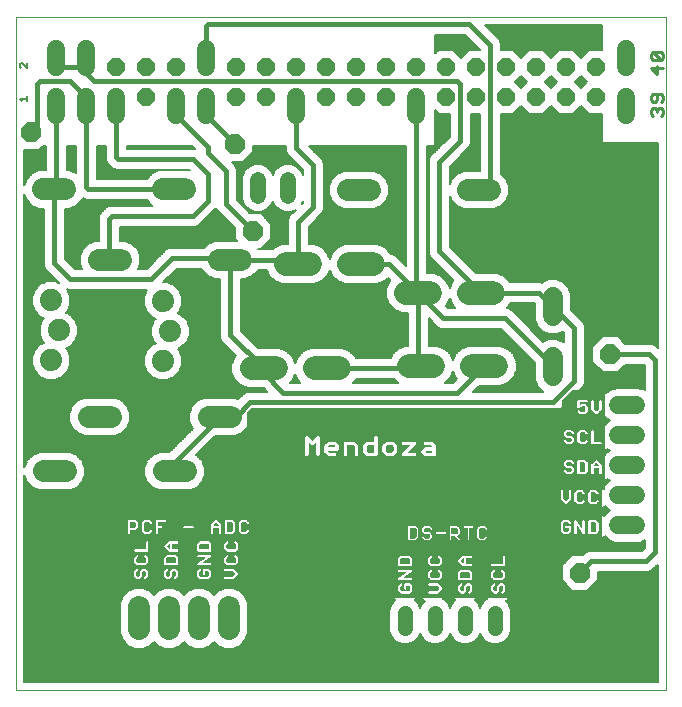
<source format=gtl>
G75*
%MOIN*%
%OFA0B0*%
%FSLAX25Y25*%
%IPPOS*%
%LPD*%
%AMOC8*
5,1,8,0,0,1.08239X$1,22.5*
%
%ADD10C,0.00000*%
%ADD11C,0.00600*%
%ADD12C,0.01000*%
%ADD13C,0.06000*%
%ADD14OC8,0.06000*%
%ADD15C,0.08000*%
%ADD16C,0.07400*%
%ADD17C,0.06500*%
%ADD18C,0.05150*%
%ADD19C,0.07400*%
%ADD20C,0.05200*%
%ADD21C,0.01600*%
%ADD22OC8,0.06600*%
%ADD23C,0.00100*%
D10*
X0001680Y0001300D02*
X0001680Y0225709D01*
X0218215Y0225709D01*
X0218215Y0001300D01*
X0001680Y0001300D01*
D11*
X0004380Y0004000D02*
X0004380Y0072984D01*
X0005350Y0070643D01*
X0007150Y0068843D01*
X0009502Y0067869D01*
X0019448Y0067869D01*
X0021801Y0068843D01*
X0023601Y0070643D01*
X0024575Y0072995D01*
X0024575Y0075542D01*
X0023601Y0077894D01*
X0021801Y0079694D01*
X0019448Y0080668D01*
X0009502Y0080668D01*
X0007150Y0079694D01*
X0005350Y0077894D01*
X0004380Y0075553D01*
X0004380Y0166691D01*
X0005259Y0164568D01*
X0007059Y0162768D01*
X0009412Y0161794D01*
X0010885Y0161794D01*
X0010885Y0142899D01*
X0011418Y0141613D01*
X0015984Y0137046D01*
X0014614Y0137613D01*
X0012068Y0137613D01*
X0009716Y0136639D01*
X0007916Y0134839D01*
X0006941Y0132486D01*
X0006941Y0129940D01*
X0007916Y0127588D01*
X0009716Y0125788D01*
X0010882Y0125305D01*
X0010416Y0124839D01*
X0009441Y0122486D01*
X0009441Y0119940D01*
X0010416Y0117588D01*
X0010882Y0117122D01*
X0009716Y0116639D01*
X0007916Y0114839D01*
X0006941Y0112486D01*
X0006941Y0109940D01*
X0007916Y0107588D01*
X0009716Y0105788D01*
X0012068Y0104813D01*
X0014614Y0104813D01*
X0016967Y0105788D01*
X0018767Y0107588D01*
X0019741Y0109940D01*
X0019741Y0112486D01*
X0018767Y0114839D01*
X0018301Y0115305D01*
X0019467Y0115788D01*
X0021267Y0117588D01*
X0022241Y0119940D01*
X0022241Y0122486D01*
X0021267Y0124839D01*
X0019467Y0126639D01*
X0018301Y0127122D01*
X0018767Y0127588D01*
X0019741Y0129940D01*
X0019741Y0132486D01*
X0018767Y0134839D01*
X0018680Y0134926D01*
X0018984Y0134800D01*
X0045330Y0134800D01*
X0045164Y0134634D01*
X0044189Y0132282D01*
X0044189Y0129736D01*
X0045164Y0127383D01*
X0046964Y0125583D01*
X0048130Y0125100D01*
X0047664Y0124634D01*
X0046689Y0122282D01*
X0046689Y0119736D01*
X0047664Y0117383D01*
X0048130Y0116917D01*
X0046964Y0116434D01*
X0045164Y0114634D01*
X0044189Y0112282D01*
X0044189Y0109736D01*
X0045164Y0107383D01*
X0046964Y0105583D01*
X0049316Y0104609D01*
X0051862Y0104609D01*
X0054215Y0105583D01*
X0056015Y0107383D01*
X0056989Y0109736D01*
X0056989Y0112282D01*
X0056015Y0114634D01*
X0055549Y0115100D01*
X0056715Y0115583D01*
X0058515Y0117383D01*
X0059489Y0119736D01*
X0059489Y0122282D01*
X0058515Y0124634D01*
X0056715Y0126434D01*
X0055549Y0126917D01*
X0056015Y0127383D01*
X0056989Y0129736D01*
X0056989Y0132282D01*
X0056015Y0134634D01*
X0054215Y0136434D01*
X0051862Y0137409D01*
X0050738Y0137409D01*
X0055130Y0141800D01*
X0063560Y0141800D01*
X0063850Y0141100D01*
X0065650Y0139300D01*
X0068002Y0138325D01*
X0069475Y0138325D01*
X0069475Y0119031D01*
X0070008Y0117745D01*
X0074912Y0112840D01*
X0074445Y0112373D01*
X0073425Y0109910D01*
X0073425Y0107245D01*
X0074445Y0104782D01*
X0076330Y0102898D01*
X0078792Y0101878D01*
X0084153Y0101878D01*
X0085230Y0100800D01*
X0078984Y0100800D01*
X0077697Y0100267D01*
X0076713Y0099283D01*
X0075743Y0098313D01*
X0074448Y0098850D01*
X0064502Y0098850D01*
X0062150Y0097875D01*
X0060350Y0096075D01*
X0059375Y0093723D01*
X0059375Y0091177D01*
X0060350Y0088824D01*
X0060625Y0088549D01*
X0052744Y0080668D01*
X0049502Y0080668D01*
X0047150Y0079694D01*
X0045350Y0077894D01*
X0044375Y0075542D01*
X0044375Y0072995D01*
X0045350Y0070643D01*
X0047150Y0068843D01*
X0049502Y0067869D01*
X0059448Y0067869D01*
X0061801Y0068843D01*
X0063601Y0070643D01*
X0064575Y0072995D01*
X0064575Y0075542D01*
X0063601Y0077894D01*
X0061801Y0079694D01*
X0061708Y0079733D01*
X0068025Y0086050D01*
X0074448Y0086050D01*
X0076801Y0087024D01*
X0078601Y0088824D01*
X0079575Y0091177D01*
X0079575Y0092246D01*
X0081130Y0093800D01*
X0181376Y0093800D01*
X0182663Y0094333D01*
X0185772Y0097442D01*
X0185772Y0096321D01*
X0185735Y0096210D01*
X0185772Y0095688D01*
X0185772Y0095165D01*
X0185785Y0095134D01*
X0185772Y0095104D01*
X0185772Y0093831D01*
X0186259Y0092655D01*
X0187827Y0091087D01*
X0188516Y0090802D01*
X0188005Y0090590D01*
X0187006Y0091003D01*
X0184399Y0091003D01*
X0183223Y0090516D01*
X0182556Y0089849D01*
X0181655Y0088949D01*
X0181168Y0087773D01*
X0181168Y0085832D01*
X0181319Y0085468D01*
X0181168Y0085104D01*
X0181168Y0083831D01*
X0181655Y0082655D01*
X0183223Y0081087D01*
X0183912Y0080802D01*
X0183223Y0080516D01*
X0182556Y0079849D01*
X0181655Y0078949D01*
X0181168Y0077773D01*
X0181168Y0075832D01*
X0181319Y0075468D01*
X0181168Y0075104D01*
X0181168Y0073831D01*
X0181655Y0072655D01*
X0183223Y0071087D01*
X0183425Y0071003D01*
X0182732Y0071003D01*
X0181556Y0070516D01*
X0180655Y0069616D01*
X0180168Y0068440D01*
X0180168Y0064498D01*
X0180655Y0063322D01*
X0182890Y0061087D01*
X0183246Y0060940D01*
X0182223Y0060516D01*
X0181556Y0059849D01*
X0180655Y0058949D01*
X0180168Y0057773D01*
X0180168Y0053831D01*
X0180655Y0052655D01*
X0181323Y0051987D01*
X0182223Y0051087D01*
X0183399Y0050600D01*
X0186006Y0050600D01*
X0186671Y0050875D01*
X0187336Y0050600D01*
X0188609Y0050600D01*
X0189263Y0050871D01*
X0189389Y0050787D01*
X0189706Y0050724D01*
X0190005Y0050600D01*
X0190324Y0050600D01*
X0190638Y0050537D01*
X0190955Y0050600D01*
X0191278Y0050600D01*
X0191573Y0050722D01*
X0191621Y0050732D01*
X0191940Y0050600D01*
X0195214Y0050600D01*
X0196390Y0051087D01*
X0197058Y0051754D01*
X0197918Y0052615D01*
X0199156Y0051377D01*
X0201251Y0050509D01*
X0209519Y0050509D01*
X0211180Y0051198D01*
X0211180Y0048750D01*
X0210230Y0047800D01*
X0192734Y0047800D01*
X0191447Y0047267D01*
X0190605Y0046425D01*
X0187070Y0046425D01*
X0183555Y0042910D01*
X0183555Y0037940D01*
X0187070Y0034425D01*
X0192040Y0034425D01*
X0195555Y0037940D01*
X0195555Y0040800D01*
X0212376Y0040800D01*
X0213663Y0041333D01*
X0214647Y0042317D01*
X0214647Y0042317D01*
X0215515Y0043186D01*
X0215515Y0004000D01*
X0004380Y0004000D01*
X0004380Y0004293D02*
X0215515Y0004293D01*
X0215515Y0004891D02*
X0004380Y0004891D01*
X0004380Y0005490D02*
X0215515Y0005490D01*
X0215515Y0006088D02*
X0004380Y0006088D01*
X0004380Y0006687D02*
X0215515Y0006687D01*
X0215515Y0007285D02*
X0004380Y0007285D01*
X0004380Y0007884D02*
X0215515Y0007884D01*
X0215515Y0008482D02*
X0004380Y0008482D01*
X0004380Y0009081D02*
X0215515Y0009081D01*
X0215515Y0009679D02*
X0004380Y0009679D01*
X0004380Y0010278D02*
X0215515Y0010278D01*
X0215515Y0010876D02*
X0004380Y0010876D01*
X0004380Y0011475D02*
X0215515Y0011475D01*
X0215515Y0012073D02*
X0004380Y0012073D01*
X0004380Y0012672D02*
X0215515Y0012672D01*
X0215515Y0013270D02*
X0004380Y0013270D01*
X0004380Y0013869D02*
X0215515Y0013869D01*
X0215515Y0014467D02*
X0004380Y0014467D01*
X0004380Y0015066D02*
X0215515Y0015066D01*
X0215515Y0015664D02*
X0075087Y0015664D01*
X0076195Y0016123D02*
X0077995Y0017923D01*
X0078970Y0020276D01*
X0078970Y0030222D01*
X0077995Y0032574D01*
X0076195Y0034374D01*
X0073843Y0035349D01*
X0071297Y0035349D01*
X0068944Y0034374D01*
X0067570Y0033000D01*
X0066195Y0034374D01*
X0063843Y0035349D01*
X0061297Y0035349D01*
X0058944Y0034374D01*
X0057570Y0033000D01*
X0056195Y0034374D01*
X0053843Y0035349D01*
X0051297Y0035349D01*
X0048944Y0034374D01*
X0047570Y0033000D01*
X0046195Y0034374D01*
X0043843Y0035349D01*
X0041297Y0035349D01*
X0038944Y0034374D01*
X0037144Y0032574D01*
X0036170Y0030222D01*
X0036170Y0020276D01*
X0037144Y0017923D01*
X0038944Y0016123D01*
X0041297Y0015149D01*
X0043843Y0015149D01*
X0046195Y0016123D01*
X0047570Y0017498D01*
X0048944Y0016123D01*
X0051297Y0015149D01*
X0053843Y0015149D01*
X0056195Y0016123D01*
X0057570Y0017498D01*
X0058944Y0016123D01*
X0061297Y0015149D01*
X0063843Y0015149D01*
X0066195Y0016123D01*
X0067570Y0017498D01*
X0068944Y0016123D01*
X0071297Y0015149D01*
X0073843Y0015149D01*
X0076195Y0016123D01*
X0076335Y0016263D02*
X0215515Y0016263D01*
X0215515Y0016861D02*
X0162858Y0016861D01*
X0162399Y0016671D02*
X0164337Y0017474D01*
X0165821Y0018958D01*
X0166624Y0020896D01*
X0166624Y0028145D01*
X0165821Y0030083D01*
X0164833Y0031071D01*
X0165325Y0031275D01*
X0166893Y0032843D01*
X0167380Y0034019D01*
X0167380Y0036626D01*
X0166967Y0037625D01*
X0167380Y0038623D01*
X0167380Y0041230D01*
X0167105Y0041895D01*
X0167380Y0042560D01*
X0167380Y0046502D01*
X0166893Y0047678D01*
X0165993Y0048578D01*
X0164817Y0049065D01*
X0163543Y0049065D01*
X0162367Y0048578D01*
X0161467Y0047678D01*
X0160980Y0046502D01*
X0160980Y0046396D01*
X0159540Y0046396D01*
X0158364Y0045909D01*
X0157464Y0045009D01*
X0156977Y0043833D01*
X0156977Y0042560D01*
X0157252Y0041895D01*
X0156977Y0041230D01*
X0156977Y0038623D01*
X0157390Y0037625D01*
X0156977Y0036626D01*
X0156977Y0034019D01*
X0157464Y0032843D01*
X0158131Y0032176D01*
X0158629Y0031678D01*
X0158361Y0031567D01*
X0156878Y0030083D01*
X0156349Y0028808D01*
X0155821Y0030083D01*
X0154477Y0031427D01*
X0155893Y0032843D01*
X0156380Y0034019D01*
X0156380Y0036626D01*
X0156105Y0037291D01*
X0156380Y0037956D01*
X0156380Y0041230D01*
X0156105Y0041895D01*
X0156380Y0042560D01*
X0156380Y0043833D01*
X0156091Y0044531D01*
X0156380Y0045228D01*
X0156380Y0046502D01*
X0155893Y0047678D01*
X0154993Y0048578D01*
X0153914Y0049024D01*
X0154029Y0049072D01*
X0154225Y0049268D01*
X0154421Y0049072D01*
X0155560Y0048600D01*
X0158194Y0048600D01*
X0159334Y0049072D01*
X0160906Y0050645D01*
X0161378Y0051784D01*
X0161378Y0053017D01*
X0161053Y0053802D01*
X0161378Y0054586D01*
X0161378Y0055820D01*
X0160906Y0056959D01*
X0160206Y0057660D01*
X0160108Y0057757D01*
X0159334Y0058532D01*
X0159186Y0058593D01*
X0158194Y0059004D01*
X0155560Y0059004D01*
X0154926Y0058741D01*
X0154291Y0059004D01*
X0150255Y0059004D01*
X0149621Y0058741D01*
X0148987Y0059004D01*
X0145652Y0059004D01*
X0144512Y0058532D01*
X0143640Y0057660D01*
X0143326Y0056902D01*
X0142514Y0056902D01*
X0142491Y0056959D01*
X0141790Y0057660D01*
X0141692Y0057757D01*
X0140918Y0058532D01*
X0140770Y0058593D01*
X0139779Y0059004D01*
X0137144Y0059004D01*
X0136160Y0058596D01*
X0135175Y0059004D01*
X0131840Y0059004D01*
X0130700Y0058532D01*
X0129828Y0057660D01*
X0129356Y0056520D01*
X0129356Y0051083D01*
X0129828Y0049944D01*
X0130700Y0049072D01*
X0130717Y0049065D01*
X0129207Y0049065D01*
X0128031Y0048578D01*
X0127364Y0047911D01*
X0126464Y0047010D01*
X0125977Y0045834D01*
X0125977Y0042560D01*
X0126114Y0042229D01*
X0125977Y0041898D01*
X0125977Y0040625D01*
X0126248Y0039970D01*
X0126164Y0039844D01*
X0126100Y0039527D01*
X0125977Y0039229D01*
X0125977Y0038909D01*
X0125914Y0038596D01*
X0125977Y0038279D01*
X0125977Y0037956D01*
X0126099Y0037660D01*
X0126161Y0037347D01*
X0126231Y0037241D01*
X0125977Y0036626D01*
X0125977Y0034019D01*
X0126464Y0032843D01*
X0127131Y0032176D01*
X0128031Y0031275D01*
X0128058Y0031264D01*
X0126878Y0030083D01*
X0126074Y0028145D01*
X0126074Y0020896D01*
X0126878Y0018958D01*
X0128361Y0017474D01*
X0130300Y0016671D01*
X0132399Y0016671D01*
X0134337Y0017474D01*
X0135821Y0018958D01*
X0136349Y0020233D01*
X0136878Y0018958D01*
X0138361Y0017474D01*
X0140300Y0016671D01*
X0142399Y0016671D01*
X0144337Y0017474D01*
X0145821Y0018958D01*
X0146349Y0020233D01*
X0146878Y0018958D01*
X0148361Y0017474D01*
X0150300Y0016671D01*
X0152399Y0016671D01*
X0154337Y0017474D01*
X0155821Y0018958D01*
X0156349Y0020233D01*
X0156878Y0018958D01*
X0158361Y0017474D01*
X0160300Y0016671D01*
X0162399Y0016671D01*
X0164303Y0017460D02*
X0215515Y0017460D01*
X0215515Y0018058D02*
X0164922Y0018058D01*
X0165520Y0018657D02*
X0215515Y0018657D01*
X0215515Y0019255D02*
X0165944Y0019255D01*
X0166192Y0019854D02*
X0215515Y0019854D01*
X0215515Y0020452D02*
X0166440Y0020452D01*
X0166624Y0021051D02*
X0215515Y0021051D01*
X0215515Y0021649D02*
X0166624Y0021649D01*
X0166624Y0022248D02*
X0215515Y0022248D01*
X0215515Y0022846D02*
X0166624Y0022846D01*
X0166624Y0023445D02*
X0215515Y0023445D01*
X0215515Y0024043D02*
X0166624Y0024043D01*
X0166624Y0024642D02*
X0215515Y0024642D01*
X0215515Y0025240D02*
X0166624Y0025240D01*
X0166624Y0025839D02*
X0215515Y0025839D01*
X0215515Y0026437D02*
X0166624Y0026437D01*
X0166624Y0027036D02*
X0215515Y0027036D01*
X0215515Y0027634D02*
X0166624Y0027634D01*
X0166587Y0028233D02*
X0215515Y0028233D01*
X0215515Y0028832D02*
X0166340Y0028832D01*
X0166092Y0029430D02*
X0215515Y0029430D01*
X0215515Y0030029D02*
X0165844Y0030029D01*
X0165277Y0030627D02*
X0215515Y0030627D01*
X0215515Y0031226D02*
X0165205Y0031226D01*
X0165874Y0031824D02*
X0215515Y0031824D01*
X0215515Y0032423D02*
X0166473Y0032423D01*
X0166967Y0033021D02*
X0215515Y0033021D01*
X0215515Y0033620D02*
X0167215Y0033620D01*
X0167380Y0034218D02*
X0215515Y0034218D01*
X0215515Y0034817D02*
X0192432Y0034817D01*
X0193030Y0035415D02*
X0215515Y0035415D01*
X0215515Y0036014D02*
X0193629Y0036014D01*
X0194227Y0036612D02*
X0215515Y0036612D01*
X0215515Y0037211D02*
X0194826Y0037211D01*
X0195424Y0037809D02*
X0215515Y0037809D01*
X0215515Y0038408D02*
X0195555Y0038408D01*
X0195555Y0039006D02*
X0215515Y0039006D01*
X0215515Y0039605D02*
X0195555Y0039605D01*
X0195555Y0040203D02*
X0215515Y0040203D01*
X0215515Y0040802D02*
X0212380Y0040802D01*
X0213730Y0041400D02*
X0215515Y0041400D01*
X0215515Y0041999D02*
X0214329Y0041999D01*
X0214927Y0042597D02*
X0215515Y0042597D01*
X0210414Y0047984D02*
X0166587Y0047984D01*
X0167014Y0047385D02*
X0191733Y0047385D01*
X0190967Y0046787D02*
X0167262Y0046787D01*
X0167380Y0046188D02*
X0186833Y0046188D01*
X0186235Y0045590D02*
X0167380Y0045590D01*
X0167380Y0044991D02*
X0185636Y0044991D01*
X0185038Y0044393D02*
X0167380Y0044393D01*
X0167380Y0043794D02*
X0184439Y0043794D01*
X0183841Y0043196D02*
X0167380Y0043196D01*
X0167380Y0042597D02*
X0183555Y0042597D01*
X0183555Y0041999D02*
X0167148Y0041999D01*
X0167310Y0041400D02*
X0183555Y0041400D01*
X0183555Y0040802D02*
X0167380Y0040802D01*
X0167380Y0040203D02*
X0183555Y0040203D01*
X0183555Y0039605D02*
X0167380Y0039605D01*
X0167380Y0039006D02*
X0183555Y0039006D01*
X0183555Y0038408D02*
X0167291Y0038408D01*
X0167043Y0037809D02*
X0183686Y0037809D01*
X0184284Y0037211D02*
X0167138Y0037211D01*
X0167380Y0036612D02*
X0184883Y0036612D01*
X0185481Y0036014D02*
X0167380Y0036014D01*
X0167380Y0035415D02*
X0186080Y0035415D01*
X0186678Y0034817D02*
X0167380Y0034817D01*
X0158482Y0031824D02*
X0154874Y0031824D01*
X0154679Y0031226D02*
X0158020Y0031226D01*
X0157421Y0030627D02*
X0155277Y0030627D01*
X0155844Y0030029D02*
X0156855Y0030029D01*
X0156607Y0029430D02*
X0156092Y0029430D01*
X0156340Y0028832D02*
X0156359Y0028832D01*
X0155473Y0032423D02*
X0157884Y0032423D01*
X0157390Y0033021D02*
X0155967Y0033021D01*
X0156215Y0033620D02*
X0157142Y0033620D01*
X0156977Y0034218D02*
X0156380Y0034218D01*
X0156380Y0034817D02*
X0156977Y0034817D01*
X0156977Y0035415D02*
X0156380Y0035415D01*
X0156380Y0036014D02*
X0156977Y0036014D01*
X0156977Y0036612D02*
X0156380Y0036612D01*
X0156138Y0037211D02*
X0157219Y0037211D01*
X0157314Y0037809D02*
X0156319Y0037809D01*
X0156380Y0038408D02*
X0157066Y0038408D01*
X0156977Y0039006D02*
X0156380Y0039006D01*
X0156380Y0039605D02*
X0156977Y0039605D01*
X0156977Y0040203D02*
X0156380Y0040203D01*
X0156380Y0040802D02*
X0156977Y0040802D01*
X0157047Y0041400D02*
X0156310Y0041400D01*
X0156148Y0041999D02*
X0157209Y0041999D01*
X0156977Y0042597D02*
X0156380Y0042597D01*
X0156380Y0043196D02*
X0156977Y0043196D01*
X0156977Y0043794D02*
X0156380Y0043794D01*
X0156148Y0044393D02*
X0157209Y0044393D01*
X0157457Y0044991D02*
X0156282Y0044991D01*
X0156380Y0045590D02*
X0158045Y0045590D01*
X0159039Y0046188D02*
X0156380Y0046188D01*
X0156262Y0046787D02*
X0161098Y0046787D01*
X0161346Y0047385D02*
X0156014Y0047385D01*
X0155587Y0047984D02*
X0161773Y0047984D01*
X0162378Y0048582D02*
X0154982Y0048582D01*
X0154312Y0049181D02*
X0154138Y0049181D01*
X0148752Y0048600D02*
X0148698Y0048578D01*
X0147798Y0047678D01*
X0146464Y0046343D01*
X0146316Y0045988D01*
X0145893Y0047010D01*
X0144325Y0048578D01*
X0143149Y0049065D01*
X0141876Y0049065D01*
X0141178Y0048776D01*
X0140691Y0048978D01*
X0140918Y0049072D01*
X0141790Y0049944D01*
X0142491Y0050645D01*
X0142514Y0050702D01*
X0143326Y0050702D01*
X0143640Y0049944D01*
X0144512Y0049072D01*
X0145652Y0048600D01*
X0146885Y0048600D01*
X0147669Y0048925D01*
X0148454Y0048600D01*
X0148752Y0048600D01*
X0148709Y0048582D02*
X0144314Y0048582D01*
X0144403Y0049181D02*
X0141027Y0049181D01*
X0141626Y0049779D02*
X0143805Y0049779D01*
X0143460Y0050378D02*
X0142224Y0050378D01*
X0144919Y0047984D02*
X0148104Y0047984D01*
X0147506Y0047385D02*
X0145518Y0047385D01*
X0145985Y0046787D02*
X0146907Y0046787D01*
X0146400Y0046188D02*
X0146233Y0046188D01*
X0146316Y0043073D02*
X0146464Y0042718D01*
X0146619Y0042562D01*
X0146464Y0042406D01*
X0146178Y0041717D01*
X0145967Y0042229D01*
X0146316Y0043073D01*
X0146119Y0042597D02*
X0146584Y0042597D01*
X0146295Y0041999D02*
X0146062Y0041999D01*
X0146040Y0037802D02*
X0146252Y0037291D01*
X0146040Y0036780D01*
X0145893Y0037135D01*
X0145737Y0037291D01*
X0145893Y0037447D01*
X0146040Y0037802D01*
X0146219Y0037211D02*
X0145817Y0037211D01*
X0146040Y0033866D02*
X0146464Y0032843D01*
X0147131Y0032176D01*
X0148031Y0031275D01*
X0148058Y0031264D01*
X0146878Y0030083D01*
X0146349Y0028808D01*
X0145821Y0030083D01*
X0144337Y0031567D01*
X0144063Y0031680D01*
X0144993Y0032610D01*
X0145893Y0033510D01*
X0146040Y0033866D01*
X0145938Y0033620D02*
X0146142Y0033620D01*
X0146390Y0033021D02*
X0145404Y0033021D01*
X0144805Y0032423D02*
X0146884Y0032423D01*
X0147482Y0031824D02*
X0144207Y0031824D01*
X0144679Y0031226D02*
X0148020Y0031226D01*
X0147421Y0030627D02*
X0145277Y0030627D01*
X0145844Y0030029D02*
X0146855Y0030029D01*
X0146607Y0029430D02*
X0146092Y0029430D01*
X0146340Y0028832D02*
X0146359Y0028832D01*
X0137863Y0031069D02*
X0136878Y0030083D01*
X0136349Y0028808D01*
X0135821Y0030083D01*
X0134477Y0031427D01*
X0134993Y0031943D01*
X0135893Y0032843D01*
X0136040Y0033198D01*
X0136464Y0032176D01*
X0137364Y0031275D01*
X0137863Y0031069D01*
X0137484Y0031226D02*
X0134679Y0031226D01*
X0134874Y0031824D02*
X0136815Y0031824D01*
X0136361Y0032423D02*
X0135473Y0032423D01*
X0135967Y0033021D02*
X0136114Y0033021D01*
X0135277Y0030627D02*
X0137421Y0030627D01*
X0136855Y0030029D02*
X0135844Y0030029D01*
X0136092Y0029430D02*
X0136607Y0029430D01*
X0136359Y0028832D02*
X0136340Y0028832D01*
X0128020Y0031226D02*
X0078554Y0031226D01*
X0078306Y0031824D02*
X0127482Y0031824D01*
X0126884Y0032423D02*
X0078058Y0032423D01*
X0077548Y0033021D02*
X0126390Y0033021D01*
X0126142Y0033620D02*
X0076950Y0033620D01*
X0076351Y0034218D02*
X0125977Y0034218D01*
X0125977Y0034817D02*
X0075128Y0034817D01*
X0074482Y0035600D02*
X0075658Y0036087D01*
X0076993Y0037422D01*
X0077893Y0038322D01*
X0078380Y0039498D01*
X0078380Y0040771D01*
X0077893Y0041947D01*
X0077737Y0042103D01*
X0077893Y0042259D01*
X0078380Y0043435D01*
X0078380Y0046042D01*
X0077967Y0047040D01*
X0078380Y0048039D01*
X0078380Y0050600D01*
X0078650Y0050600D01*
X0079826Y0051087D01*
X0081393Y0052655D01*
X0081880Y0053831D01*
X0081880Y0055104D01*
X0081591Y0055802D01*
X0081880Y0056500D01*
X0081880Y0057773D01*
X0081393Y0058949D01*
X0080726Y0059616D01*
X0079826Y0060516D01*
X0078650Y0061003D01*
X0076042Y0061003D01*
X0075044Y0060590D01*
X0074046Y0061003D01*
X0070771Y0061003D01*
X0069773Y0060590D01*
X0068775Y0061003D01*
X0067501Y0061003D01*
X0066325Y0060516D01*
X0065425Y0059616D01*
X0064091Y0058282D01*
X0063604Y0057105D01*
X0063604Y0053877D01*
X0062865Y0053877D01*
X0062977Y0053989D01*
X0063465Y0055165D01*
X0063465Y0056438D01*
X0062977Y0057614D01*
X0062077Y0058515D01*
X0060901Y0059002D01*
X0056959Y0059002D01*
X0055783Y0058515D01*
X0054883Y0057614D01*
X0054396Y0056438D01*
X0054396Y0055165D01*
X0054883Y0053989D01*
X0054995Y0053877D01*
X0052323Y0053877D01*
X0052435Y0053989D01*
X0052907Y0055128D01*
X0053770Y0055991D01*
X0054257Y0057167D01*
X0054257Y0058440D01*
X0053770Y0059616D01*
X0052869Y0060516D01*
X0051693Y0061003D01*
X0047751Y0061003D01*
X0047087Y0060728D01*
X0046422Y0061003D01*
X0043815Y0061003D01*
X0042816Y0060590D01*
X0041818Y0061003D01*
X0038543Y0061003D01*
X0037367Y0060516D01*
X0036467Y0059616D01*
X0035980Y0058440D01*
X0035980Y0053163D01*
X0036467Y0051987D01*
X0037367Y0051087D01*
X0038543Y0050600D01*
X0039243Y0050600D01*
X0038464Y0049820D01*
X0037977Y0048644D01*
X0037977Y0047371D01*
X0038252Y0046707D01*
X0037977Y0046042D01*
X0037977Y0043435D01*
X0038390Y0042436D01*
X0037977Y0041438D01*
X0037977Y0038831D01*
X0038464Y0037655D01*
X0039131Y0036987D01*
X0040031Y0036087D01*
X0041207Y0035600D01*
X0043148Y0035600D01*
X0043512Y0035751D01*
X0043876Y0035600D01*
X0045149Y0035600D01*
X0046325Y0036087D01*
X0047893Y0037655D01*
X0048178Y0038344D01*
X0048464Y0037655D01*
X0049131Y0036987D01*
X0050031Y0036087D01*
X0051207Y0035600D01*
X0053148Y0035600D01*
X0053512Y0035751D01*
X0053876Y0035600D01*
X0055149Y0035600D01*
X0056325Y0036087D01*
X0057893Y0037655D01*
X0058380Y0038831D01*
X0058380Y0041438D01*
X0058105Y0042103D01*
X0058380Y0042767D01*
X0058380Y0046042D01*
X0058105Y0046707D01*
X0058380Y0047371D01*
X0058380Y0048644D01*
X0058091Y0049342D01*
X0058380Y0050040D01*
X0058380Y0051313D01*
X0057893Y0052489D01*
X0057781Y0052602D01*
X0060243Y0052602D01*
X0059464Y0051822D01*
X0058977Y0050646D01*
X0058977Y0047371D01*
X0059114Y0047040D01*
X0058977Y0046709D01*
X0058977Y0045436D01*
X0059248Y0044781D01*
X0059164Y0044656D01*
X0059100Y0044339D01*
X0058977Y0044040D01*
X0058977Y0043721D01*
X0058914Y0043407D01*
X0058977Y0043090D01*
X0058977Y0042767D01*
X0059099Y0042472D01*
X0059161Y0042158D01*
X0059231Y0042053D01*
X0058977Y0041438D01*
X0058977Y0038831D01*
X0059464Y0037655D01*
X0060131Y0036987D01*
X0061031Y0036087D01*
X0062207Y0035600D01*
X0066149Y0035600D01*
X0067325Y0036087D01*
X0067993Y0036754D01*
X0068394Y0037156D01*
X0068464Y0036987D01*
X0069364Y0036087D01*
X0070540Y0035600D01*
X0074482Y0035600D01*
X0075481Y0036014D02*
X0125977Y0036014D01*
X0125977Y0036612D02*
X0076183Y0036612D01*
X0076782Y0037211D02*
X0126219Y0037211D01*
X0126037Y0037809D02*
X0077380Y0037809D01*
X0077928Y0038408D02*
X0125951Y0038408D01*
X0125977Y0039006D02*
X0078176Y0039006D01*
X0078380Y0039605D02*
X0126116Y0039605D01*
X0126151Y0040203D02*
X0078380Y0040203D01*
X0078367Y0040802D02*
X0125977Y0040802D01*
X0125977Y0041400D02*
X0078119Y0041400D01*
X0077841Y0041999D02*
X0126018Y0041999D01*
X0125977Y0042597D02*
X0078033Y0042597D01*
X0078281Y0043196D02*
X0125977Y0043196D01*
X0125977Y0043794D02*
X0078380Y0043794D01*
X0078380Y0044393D02*
X0125977Y0044393D01*
X0125977Y0044991D02*
X0078380Y0044991D01*
X0078380Y0045590D02*
X0125977Y0045590D01*
X0126123Y0046188D02*
X0078319Y0046188D01*
X0078072Y0046787D02*
X0126371Y0046787D01*
X0126839Y0047385D02*
X0078109Y0047385D01*
X0078357Y0047984D02*
X0127437Y0047984D01*
X0128042Y0048582D02*
X0078380Y0048582D01*
X0078380Y0049181D02*
X0130591Y0049181D01*
X0129993Y0049779D02*
X0078380Y0049779D01*
X0078380Y0050378D02*
X0129649Y0050378D01*
X0129401Y0050976D02*
X0079558Y0050976D01*
X0080314Y0051575D02*
X0129356Y0051575D01*
X0129356Y0052173D02*
X0080912Y0052173D01*
X0081442Y0052772D02*
X0129356Y0052772D01*
X0129356Y0053370D02*
X0081690Y0053370D01*
X0081880Y0053969D02*
X0129356Y0053969D01*
X0129356Y0054568D02*
X0081880Y0054568D01*
X0081855Y0055166D02*
X0129356Y0055166D01*
X0129356Y0055765D02*
X0081607Y0055765D01*
X0081824Y0056363D02*
X0129356Y0056363D01*
X0129539Y0056962D02*
X0081880Y0056962D01*
X0081880Y0057560D02*
X0129787Y0057560D01*
X0130327Y0058159D02*
X0081720Y0058159D01*
X0081473Y0058757D02*
X0131245Y0058757D01*
X0135770Y0058757D02*
X0136549Y0058757D01*
X0140374Y0058757D02*
X0145056Y0058757D01*
X0144139Y0058159D02*
X0141291Y0058159D01*
X0140918Y0058532D02*
X0140918Y0058532D01*
X0140918Y0058532D01*
X0141790Y0057660D02*
X0141790Y0057660D01*
X0141890Y0057560D02*
X0143599Y0057560D01*
X0143351Y0056962D02*
X0142488Y0056962D01*
X0149582Y0058757D02*
X0149660Y0058757D01*
X0154886Y0058757D02*
X0154965Y0058757D01*
X0158790Y0058757D02*
X0180576Y0058757D01*
X0180328Y0058159D02*
X0159707Y0058159D01*
X0159334Y0058532D02*
X0159334Y0058532D01*
X0159334Y0058532D01*
X0160206Y0057660D02*
X0160206Y0057660D01*
X0160305Y0057560D02*
X0180168Y0057560D01*
X0180168Y0056962D02*
X0160904Y0056962D01*
X0161153Y0056363D02*
X0180168Y0056363D01*
X0180168Y0055765D02*
X0161378Y0055765D01*
X0161378Y0055166D02*
X0180168Y0055166D01*
X0180168Y0054568D02*
X0161371Y0054568D01*
X0161123Y0053969D02*
X0180168Y0053969D01*
X0180359Y0053370D02*
X0161232Y0053370D01*
X0161378Y0052772D02*
X0180607Y0052772D01*
X0181136Y0052173D02*
X0161378Y0052173D01*
X0161292Y0051575D02*
X0181735Y0051575D01*
X0182490Y0050976D02*
X0161044Y0050976D01*
X0160640Y0050378D02*
X0211180Y0050378D01*
X0211180Y0050976D02*
X0210646Y0050976D01*
X0211180Y0049779D02*
X0160041Y0049779D01*
X0159443Y0049181D02*
X0211180Y0049181D01*
X0211013Y0048582D02*
X0165982Y0048582D01*
X0181062Y0059356D02*
X0080986Y0059356D01*
X0080388Y0059954D02*
X0181661Y0059954D01*
X0182311Y0060553D02*
X0079738Y0060553D01*
X0066413Y0060553D02*
X0052782Y0060553D01*
X0053432Y0059954D02*
X0065763Y0059954D01*
X0065425Y0059616D02*
X0065425Y0059616D01*
X0065165Y0059356D02*
X0053878Y0059356D01*
X0054125Y0058757D02*
X0056369Y0058757D01*
X0055427Y0058159D02*
X0054257Y0058159D01*
X0054257Y0057560D02*
X0054860Y0057560D01*
X0054612Y0056962D02*
X0054172Y0056962D01*
X0054396Y0056363D02*
X0053924Y0056363D01*
X0053543Y0055765D02*
X0054396Y0055765D01*
X0054396Y0055166D02*
X0052945Y0055166D01*
X0052675Y0054568D02*
X0054643Y0054568D01*
X0054903Y0053969D02*
X0052415Y0053969D01*
X0048380Y0047732D02*
X0048464Y0047530D01*
X0048619Y0047374D01*
X0048464Y0047218D01*
X0048178Y0046529D01*
X0048105Y0046707D01*
X0048380Y0047371D01*
X0048380Y0047732D01*
X0048380Y0047385D02*
X0048608Y0047385D01*
X0048285Y0046787D02*
X0048138Y0046787D01*
X0048040Y0042614D02*
X0048252Y0042103D01*
X0048178Y0041925D01*
X0047967Y0042436D01*
X0048040Y0042614D01*
X0048033Y0042597D02*
X0048047Y0042597D01*
X0048148Y0041999D02*
X0048209Y0041999D01*
X0048400Y0037809D02*
X0047957Y0037809D01*
X0047449Y0037211D02*
X0048908Y0037211D01*
X0049506Y0036612D02*
X0046850Y0036612D01*
X0046148Y0036014D02*
X0050209Y0036014D01*
X0050012Y0034817D02*
X0045128Y0034817D01*
X0046351Y0034218D02*
X0048788Y0034218D01*
X0048190Y0033620D02*
X0046950Y0033620D01*
X0047548Y0033021D02*
X0047591Y0033021D01*
X0055128Y0034817D02*
X0060012Y0034817D01*
X0058788Y0034218D02*
X0056351Y0034218D01*
X0056950Y0033620D02*
X0058190Y0033620D01*
X0057591Y0033021D02*
X0057548Y0033021D01*
X0056148Y0036014D02*
X0061209Y0036014D01*
X0060506Y0036612D02*
X0056850Y0036612D01*
X0057449Y0037211D02*
X0059908Y0037211D01*
X0059400Y0037809D02*
X0057957Y0037809D01*
X0058205Y0038408D02*
X0059152Y0038408D01*
X0058977Y0039006D02*
X0058380Y0039006D01*
X0058380Y0039605D02*
X0058977Y0039605D01*
X0058977Y0040203D02*
X0058380Y0040203D01*
X0058380Y0040802D02*
X0058977Y0040802D01*
X0058977Y0041400D02*
X0058380Y0041400D01*
X0058148Y0041999D02*
X0059209Y0041999D01*
X0059047Y0042597D02*
X0058310Y0042597D01*
X0058380Y0043196D02*
X0058956Y0043196D01*
X0058977Y0043794D02*
X0058380Y0043794D01*
X0058380Y0044393D02*
X0059111Y0044393D01*
X0059161Y0044991D02*
X0058380Y0044991D01*
X0058380Y0045590D02*
X0058977Y0045590D01*
X0058977Y0046188D02*
X0058319Y0046188D01*
X0058138Y0046787D02*
X0059009Y0046787D01*
X0058977Y0047385D02*
X0058380Y0047385D01*
X0058380Y0047984D02*
X0058977Y0047984D01*
X0058977Y0048582D02*
X0058380Y0048582D01*
X0058158Y0049181D02*
X0058977Y0049181D01*
X0058977Y0049779D02*
X0058272Y0049779D01*
X0058380Y0050378D02*
X0058977Y0050378D01*
X0059113Y0050976D02*
X0058380Y0050976D01*
X0058272Y0051575D02*
X0059361Y0051575D01*
X0059815Y0052173D02*
X0058024Y0052173D01*
X0062957Y0053969D02*
X0063604Y0053969D01*
X0063604Y0054568D02*
X0063217Y0054568D01*
X0063465Y0055166D02*
X0063604Y0055166D01*
X0063604Y0055765D02*
X0063465Y0055765D01*
X0063465Y0056363D02*
X0063604Y0056363D01*
X0063604Y0056962D02*
X0063248Y0056962D01*
X0063000Y0057560D02*
X0063792Y0057560D01*
X0064040Y0058159D02*
X0062433Y0058159D01*
X0061492Y0058757D02*
X0064566Y0058757D01*
X0060570Y0068333D02*
X0180168Y0068333D01*
X0180168Y0067735D02*
X0004380Y0067735D01*
X0004380Y0068333D02*
X0008380Y0068333D01*
X0007061Y0068932D02*
X0004380Y0068932D01*
X0004380Y0069530D02*
X0006462Y0069530D01*
X0005864Y0070129D02*
X0004380Y0070129D01*
X0004380Y0070727D02*
X0005315Y0070727D01*
X0005067Y0071326D02*
X0004380Y0071326D01*
X0004380Y0071924D02*
X0004819Y0071924D01*
X0004571Y0072523D02*
X0004380Y0072523D01*
X0004380Y0076114D02*
X0004612Y0076114D01*
X0004380Y0076712D02*
X0004860Y0076712D01*
X0005108Y0077311D02*
X0004380Y0077311D01*
X0004380Y0077909D02*
X0005365Y0077909D01*
X0005964Y0078508D02*
X0004380Y0078508D01*
X0004380Y0079106D02*
X0006562Y0079106D01*
X0007176Y0079705D02*
X0004380Y0079705D01*
X0004380Y0080303D02*
X0008621Y0080303D01*
X0004380Y0080902D02*
X0052978Y0080902D01*
X0053576Y0081501D02*
X0004380Y0081501D01*
X0004380Y0082099D02*
X0054175Y0082099D01*
X0054773Y0082698D02*
X0004380Y0082698D01*
X0004380Y0083296D02*
X0055372Y0083296D01*
X0055970Y0083895D02*
X0004380Y0083895D01*
X0004380Y0084493D02*
X0056569Y0084493D01*
X0057168Y0085092D02*
X0004380Y0085092D01*
X0004380Y0085690D02*
X0057766Y0085690D01*
X0058365Y0086289D02*
X0035025Y0086289D01*
X0034448Y0086050D02*
X0036801Y0087024D01*
X0038601Y0088824D01*
X0039575Y0091177D01*
X0039575Y0093723D01*
X0038601Y0096075D01*
X0036801Y0097875D01*
X0034448Y0098850D01*
X0024502Y0098850D01*
X0022150Y0097875D01*
X0020350Y0096075D01*
X0019375Y0093723D01*
X0019375Y0091177D01*
X0020350Y0088824D01*
X0022150Y0087024D01*
X0024502Y0086050D01*
X0034448Y0086050D01*
X0036470Y0086887D02*
X0058963Y0086887D01*
X0059562Y0087486D02*
X0037262Y0087486D01*
X0037861Y0088084D02*
X0060160Y0088084D01*
X0060491Y0088683D02*
X0038459Y0088683D01*
X0038790Y0089281D02*
X0060160Y0089281D01*
X0059912Y0089880D02*
X0039038Y0089880D01*
X0039286Y0090478D02*
X0059665Y0090478D01*
X0059417Y0091077D02*
X0039534Y0091077D01*
X0039575Y0091675D02*
X0059375Y0091675D01*
X0059375Y0092274D02*
X0039575Y0092274D01*
X0039575Y0092872D02*
X0059375Y0092872D01*
X0059375Y0093471D02*
X0039575Y0093471D01*
X0039432Y0094069D02*
X0059519Y0094069D01*
X0059767Y0094668D02*
X0039184Y0094668D01*
X0038936Y0095266D02*
X0060015Y0095266D01*
X0060263Y0095865D02*
X0038688Y0095865D01*
X0038213Y0096463D02*
X0060738Y0096463D01*
X0061337Y0097062D02*
X0037614Y0097062D01*
X0037016Y0097660D02*
X0061935Y0097660D01*
X0063076Y0098259D02*
X0035875Y0098259D01*
X0045311Y0107237D02*
X0018416Y0107237D01*
X0018869Y0107835D02*
X0044977Y0107835D01*
X0044729Y0108434D02*
X0019117Y0108434D01*
X0019365Y0109032D02*
X0044481Y0109032D01*
X0044233Y0109631D02*
X0019613Y0109631D01*
X0019741Y0110229D02*
X0044189Y0110229D01*
X0044189Y0110828D02*
X0019741Y0110828D01*
X0019741Y0111426D02*
X0044189Y0111426D01*
X0044189Y0112025D02*
X0019741Y0112025D01*
X0019685Y0112623D02*
X0044331Y0112623D01*
X0044579Y0113222D02*
X0019437Y0113222D01*
X0019189Y0113820D02*
X0044827Y0113820D01*
X0045075Y0114419D02*
X0018941Y0114419D01*
X0018589Y0115017D02*
X0045547Y0115017D01*
X0046145Y0115616D02*
X0019051Y0115616D01*
X0019893Y0116214D02*
X0046744Y0116214D01*
X0047878Y0116813D02*
X0020492Y0116813D01*
X0021090Y0117411D02*
X0047652Y0117411D01*
X0047404Y0118010D02*
X0021442Y0118010D01*
X0021690Y0118608D02*
X0047156Y0118608D01*
X0046909Y0119207D02*
X0021938Y0119207D01*
X0022185Y0119805D02*
X0046689Y0119805D01*
X0046689Y0120404D02*
X0022241Y0120404D01*
X0022241Y0121002D02*
X0046689Y0121002D01*
X0046689Y0121601D02*
X0022241Y0121601D01*
X0022241Y0122199D02*
X0046689Y0122199D01*
X0046903Y0122798D02*
X0022112Y0122798D01*
X0021865Y0123396D02*
X0047151Y0123396D01*
X0047399Y0123995D02*
X0021617Y0123995D01*
X0021369Y0124593D02*
X0047647Y0124593D01*
X0047908Y0125192D02*
X0020914Y0125192D01*
X0020315Y0125790D02*
X0046757Y0125790D01*
X0046158Y0126389D02*
X0019717Y0126389D01*
X0018626Y0126987D02*
X0045560Y0126987D01*
X0045080Y0127586D02*
X0018765Y0127586D01*
X0019014Y0128184D02*
X0044832Y0128184D01*
X0044584Y0128783D02*
X0019262Y0128783D01*
X0019510Y0129381D02*
X0044336Y0129381D01*
X0044189Y0129980D02*
X0019741Y0129980D01*
X0019741Y0130578D02*
X0044189Y0130578D01*
X0044189Y0131177D02*
X0019741Y0131177D01*
X0019741Y0131775D02*
X0044189Y0131775D01*
X0044228Y0132374D02*
X0019741Y0132374D01*
X0019540Y0132972D02*
X0044476Y0132972D01*
X0044723Y0133571D02*
X0019292Y0133571D01*
X0019044Y0134170D02*
X0044971Y0134170D01*
X0045298Y0134768D02*
X0018796Y0134768D01*
X0015868Y0137162D02*
X0015704Y0137162D01*
X0015270Y0137761D02*
X0004380Y0137761D01*
X0004380Y0138359D02*
X0014671Y0138359D01*
X0014073Y0138958D02*
X0004380Y0138958D01*
X0004380Y0139556D02*
X0013474Y0139556D01*
X0012876Y0140155D02*
X0004380Y0140155D01*
X0004380Y0140753D02*
X0012277Y0140753D01*
X0011679Y0141352D02*
X0004380Y0141352D01*
X0004380Y0141950D02*
X0011278Y0141950D01*
X0011030Y0142549D02*
X0004380Y0142549D01*
X0004380Y0143147D02*
X0010885Y0143147D01*
X0010885Y0143746D02*
X0004380Y0143746D01*
X0004380Y0144344D02*
X0010885Y0144344D01*
X0010885Y0144943D02*
X0004380Y0144943D01*
X0004380Y0145541D02*
X0010885Y0145541D01*
X0010885Y0146140D02*
X0004380Y0146140D01*
X0004380Y0146738D02*
X0010885Y0146738D01*
X0010885Y0147337D02*
X0004380Y0147337D01*
X0004380Y0147935D02*
X0010885Y0147935D01*
X0010885Y0148534D02*
X0004380Y0148534D01*
X0004380Y0149132D02*
X0010885Y0149132D01*
X0010885Y0149731D02*
X0004380Y0149731D01*
X0004380Y0150329D02*
X0010885Y0150329D01*
X0010885Y0150928D02*
X0004380Y0150928D01*
X0004380Y0151526D02*
X0010885Y0151526D01*
X0010885Y0152125D02*
X0004380Y0152125D01*
X0004380Y0152723D02*
X0010885Y0152723D01*
X0010885Y0153322D02*
X0004380Y0153322D01*
X0004380Y0153920D02*
X0010885Y0153920D01*
X0010885Y0154519D02*
X0004380Y0154519D01*
X0004380Y0155117D02*
X0010885Y0155117D01*
X0010885Y0155716D02*
X0004380Y0155716D01*
X0004380Y0156314D02*
X0010885Y0156314D01*
X0010885Y0156913D02*
X0004380Y0156913D01*
X0004380Y0157511D02*
X0010885Y0157511D01*
X0010885Y0158110D02*
X0004380Y0158110D01*
X0004380Y0158708D02*
X0010885Y0158708D01*
X0010885Y0159307D02*
X0004380Y0159307D01*
X0004380Y0159905D02*
X0010885Y0159905D01*
X0010885Y0160504D02*
X0004380Y0160504D01*
X0004380Y0161103D02*
X0010885Y0161103D01*
X0010885Y0161701D02*
X0004380Y0161701D01*
X0004380Y0162300D02*
X0008190Y0162300D01*
X0006929Y0162898D02*
X0004380Y0162898D01*
X0004380Y0163497D02*
X0006331Y0163497D01*
X0005732Y0164095D02*
X0004380Y0164095D01*
X0004380Y0164694D02*
X0005207Y0164694D01*
X0004959Y0165292D02*
X0004380Y0165292D01*
X0004380Y0165891D02*
X0004711Y0165891D01*
X0004463Y0166489D02*
X0004380Y0166489D01*
X0004380Y0169697D02*
X0004380Y0181300D01*
X0009165Y0181300D01*
X0010465Y0182600D01*
X0011448Y0182600D01*
X0011448Y0174594D01*
X0009412Y0174594D01*
X0007059Y0173619D01*
X0005259Y0171819D01*
X0004380Y0169697D01*
X0004380Y0170080D02*
X0004539Y0170080D01*
X0004380Y0170679D02*
X0004787Y0170679D01*
X0005035Y0171277D02*
X0004380Y0171277D01*
X0004380Y0171876D02*
X0005316Y0171876D01*
X0005914Y0172474D02*
X0004380Y0172474D01*
X0004380Y0173073D02*
X0006513Y0173073D01*
X0007185Y0173671D02*
X0004380Y0173671D01*
X0004380Y0174270D02*
X0008630Y0174270D01*
X0011448Y0174868D02*
X0004380Y0174868D01*
X0004380Y0175467D02*
X0011448Y0175467D01*
X0011448Y0176065D02*
X0004380Y0176065D01*
X0004380Y0176664D02*
X0011448Y0176664D01*
X0011448Y0177262D02*
X0004380Y0177262D01*
X0004380Y0177861D02*
X0011448Y0177861D01*
X0011448Y0178459D02*
X0004380Y0178459D01*
X0004380Y0179058D02*
X0011448Y0179058D01*
X0011448Y0179656D02*
X0004380Y0179656D01*
X0004380Y0180255D02*
X0011448Y0180255D01*
X0011448Y0180853D02*
X0004380Y0180853D01*
X0009317Y0181452D02*
X0011448Y0181452D01*
X0011448Y0182050D02*
X0009916Y0182050D01*
X0018448Y0182050D02*
X0021448Y0182050D01*
X0021448Y0182600D02*
X0021448Y0173728D01*
X0019358Y0174594D01*
X0018448Y0174594D01*
X0018448Y0182600D01*
X0021448Y0182600D01*
X0021448Y0181452D02*
X0018448Y0181452D01*
X0018448Y0180853D02*
X0021448Y0180853D01*
X0021448Y0180255D02*
X0018448Y0180255D01*
X0018448Y0179656D02*
X0021448Y0179656D01*
X0021448Y0179058D02*
X0018448Y0179058D01*
X0018448Y0178459D02*
X0021448Y0178459D01*
X0021448Y0177861D02*
X0018448Y0177861D01*
X0018448Y0177262D02*
X0021448Y0177262D01*
X0021448Y0176664D02*
X0018448Y0176664D01*
X0018448Y0176065D02*
X0021448Y0176065D01*
X0021448Y0175467D02*
X0018448Y0175467D01*
X0018448Y0174868D02*
X0021448Y0174868D01*
X0021448Y0174270D02*
X0020140Y0174270D01*
X0028448Y0174270D02*
X0048630Y0174270D01*
X0049412Y0174594D02*
X0047059Y0173619D01*
X0045259Y0171819D01*
X0045251Y0171800D01*
X0028448Y0171800D01*
X0028448Y0182600D01*
X0031448Y0182600D01*
X0031448Y0178336D01*
X0031981Y0177050D01*
X0032713Y0176317D01*
X0033697Y0175333D01*
X0034984Y0174800D01*
X0059230Y0174800D01*
X0059492Y0174538D01*
X0059358Y0174594D01*
X0049412Y0174594D01*
X0047185Y0173671D02*
X0028448Y0173671D01*
X0028448Y0173073D02*
X0046513Y0173073D01*
X0045914Y0172474D02*
X0028448Y0172474D01*
X0028448Y0171876D02*
X0045316Y0171876D01*
X0045163Y0164800D02*
X0045259Y0164568D01*
X0047027Y0162800D01*
X0032984Y0162800D01*
X0031697Y0162267D01*
X0030697Y0161267D01*
X0029713Y0160283D01*
X0029180Y0158996D01*
X0029180Y0151125D01*
X0028002Y0151125D01*
X0025650Y0150151D01*
X0023850Y0148351D01*
X0022875Y0145998D01*
X0022875Y0143452D01*
X0023560Y0141800D01*
X0021130Y0141800D01*
X0017885Y0145045D01*
X0017885Y0161794D01*
X0019358Y0161794D01*
X0021710Y0162768D01*
X0023510Y0164568D01*
X0023808Y0165287D01*
X0024984Y0164800D01*
X0045163Y0164800D01*
X0045207Y0164694D02*
X0023562Y0164694D01*
X0023037Y0164095D02*
X0045732Y0164095D01*
X0046331Y0163497D02*
X0022439Y0163497D01*
X0021840Y0162898D02*
X0046929Y0162898D01*
X0036180Y0155800D02*
X0036180Y0151125D01*
X0037948Y0151125D01*
X0040301Y0150151D01*
X0042101Y0148351D01*
X0043075Y0145998D01*
X0043075Y0143452D01*
X0042391Y0141800D01*
X0045230Y0141800D01*
X0050713Y0147283D01*
X0051697Y0148267D01*
X0052984Y0148800D01*
X0064299Y0148800D01*
X0065650Y0150151D01*
X0068002Y0151125D01*
X0075370Y0151125D01*
X0074680Y0151815D01*
X0074680Y0155350D01*
X0068713Y0161317D01*
X0068401Y0162071D01*
X0063647Y0157317D01*
X0062663Y0156333D01*
X0061376Y0155800D01*
X0036180Y0155800D01*
X0036180Y0155716D02*
X0074314Y0155716D01*
X0074680Y0155117D02*
X0036180Y0155117D01*
X0036180Y0154519D02*
X0074680Y0154519D01*
X0074680Y0153920D02*
X0036180Y0153920D01*
X0036180Y0153322D02*
X0074680Y0153322D01*
X0074680Y0152723D02*
X0036180Y0152723D01*
X0036180Y0152125D02*
X0074680Y0152125D01*
X0074968Y0151526D02*
X0036180Y0151526D01*
X0038425Y0150928D02*
X0067526Y0150928D01*
X0066081Y0150329D02*
X0039870Y0150329D01*
X0040721Y0149731D02*
X0065230Y0149731D01*
X0064631Y0149132D02*
X0041319Y0149132D01*
X0041918Y0148534D02*
X0052341Y0148534D01*
X0051366Y0147935D02*
X0042273Y0147935D01*
X0042521Y0147337D02*
X0050767Y0147337D01*
X0050169Y0146738D02*
X0042769Y0146738D01*
X0043017Y0146140D02*
X0049570Y0146140D01*
X0048971Y0145541D02*
X0043075Y0145541D01*
X0043075Y0144943D02*
X0048373Y0144943D01*
X0047774Y0144344D02*
X0043075Y0144344D01*
X0043075Y0143746D02*
X0047176Y0143746D01*
X0046577Y0143147D02*
X0042949Y0143147D01*
X0042701Y0142549D02*
X0045979Y0142549D01*
X0045380Y0141950D02*
X0042453Y0141950D01*
X0051090Y0137761D02*
X0069475Y0137761D01*
X0069475Y0137162D02*
X0052458Y0137162D01*
X0051689Y0138359D02*
X0067920Y0138359D01*
X0066475Y0138958D02*
X0052287Y0138958D01*
X0052886Y0139556D02*
X0065393Y0139556D01*
X0064795Y0140155D02*
X0053484Y0140155D01*
X0054083Y0140753D02*
X0064196Y0140753D01*
X0063745Y0141352D02*
X0054681Y0141352D01*
X0053903Y0136564D02*
X0069475Y0136564D01*
X0069475Y0135965D02*
X0054684Y0135965D01*
X0055283Y0135367D02*
X0069475Y0135367D01*
X0069475Y0134768D02*
X0055881Y0134768D01*
X0056207Y0134170D02*
X0069475Y0134170D01*
X0069475Y0133571D02*
X0056455Y0133571D01*
X0056703Y0132972D02*
X0069475Y0132972D01*
X0069475Y0132374D02*
X0056951Y0132374D01*
X0056989Y0131775D02*
X0069475Y0131775D01*
X0069475Y0131177D02*
X0056989Y0131177D01*
X0056989Y0130578D02*
X0069475Y0130578D01*
X0069475Y0129980D02*
X0056989Y0129980D01*
X0056843Y0129381D02*
X0069475Y0129381D01*
X0069475Y0128783D02*
X0056595Y0128783D01*
X0056347Y0128184D02*
X0069475Y0128184D01*
X0069475Y0127586D02*
X0056099Y0127586D01*
X0055619Y0126987D02*
X0069475Y0126987D01*
X0069475Y0126389D02*
X0056760Y0126389D01*
X0057359Y0125790D02*
X0069475Y0125790D01*
X0069475Y0125192D02*
X0057957Y0125192D01*
X0058532Y0124593D02*
X0069475Y0124593D01*
X0069475Y0123995D02*
X0058780Y0123995D01*
X0059028Y0123396D02*
X0069475Y0123396D01*
X0069475Y0122798D02*
X0059276Y0122798D01*
X0059489Y0122199D02*
X0069475Y0122199D01*
X0069475Y0121601D02*
X0059489Y0121601D01*
X0059489Y0121002D02*
X0069475Y0121002D01*
X0069475Y0120404D02*
X0059489Y0120404D01*
X0059489Y0119805D02*
X0069475Y0119805D01*
X0069475Y0119207D02*
X0059270Y0119207D01*
X0059022Y0118608D02*
X0069650Y0118608D01*
X0069898Y0118010D02*
X0058775Y0118010D01*
X0058527Y0117411D02*
X0070341Y0117411D01*
X0070940Y0116813D02*
X0057944Y0116813D01*
X0057346Y0116214D02*
X0071539Y0116214D01*
X0072137Y0115616D02*
X0056747Y0115616D01*
X0055632Y0115017D02*
X0072736Y0115017D01*
X0073334Y0114419D02*
X0056104Y0114419D01*
X0056352Y0113820D02*
X0073933Y0113820D01*
X0074531Y0113222D02*
X0056600Y0113222D01*
X0056848Y0112623D02*
X0074695Y0112623D01*
X0074301Y0112025D02*
X0056989Y0112025D01*
X0056989Y0111426D02*
X0074053Y0111426D01*
X0073805Y0110828D02*
X0056989Y0110828D01*
X0056989Y0110229D02*
X0073557Y0110229D01*
X0073425Y0109631D02*
X0056946Y0109631D01*
X0056698Y0109032D02*
X0073425Y0109032D01*
X0073425Y0108434D02*
X0056450Y0108434D01*
X0056202Y0107835D02*
X0073425Y0107835D01*
X0073428Y0107237D02*
X0055868Y0107237D01*
X0055270Y0106638D02*
X0073676Y0106638D01*
X0073924Y0106039D02*
X0054671Y0106039D01*
X0053872Y0105441D02*
X0074172Y0105441D01*
X0074420Y0104842D02*
X0052427Y0104842D01*
X0048752Y0104842D02*
X0014685Y0104842D01*
X0016130Y0105441D02*
X0047307Y0105441D01*
X0046508Y0106039D02*
X0017218Y0106039D01*
X0017817Y0106638D02*
X0045909Y0106638D01*
X0023076Y0098259D02*
X0004380Y0098259D01*
X0004380Y0098857D02*
X0076288Y0098857D01*
X0076886Y0099456D02*
X0004380Y0099456D01*
X0004380Y0100054D02*
X0077485Y0100054D01*
X0078629Y0100653D02*
X0004380Y0100653D01*
X0004380Y0101251D02*
X0084779Y0101251D01*
X0084180Y0101850D02*
X0004380Y0101850D01*
X0004380Y0102448D02*
X0077414Y0102448D01*
X0076180Y0103047D02*
X0004380Y0103047D01*
X0004380Y0103645D02*
X0075582Y0103645D01*
X0074983Y0104244D02*
X0004380Y0104244D01*
X0004380Y0104842D02*
X0011998Y0104842D01*
X0010553Y0105441D02*
X0004380Y0105441D01*
X0004380Y0106039D02*
X0009464Y0106039D01*
X0008866Y0106638D02*
X0004380Y0106638D01*
X0004380Y0107237D02*
X0008267Y0107237D01*
X0007813Y0107835D02*
X0004380Y0107835D01*
X0004380Y0108434D02*
X0007566Y0108434D01*
X0007318Y0109032D02*
X0004380Y0109032D01*
X0004380Y0109631D02*
X0007070Y0109631D01*
X0006941Y0110229D02*
X0004380Y0110229D01*
X0004380Y0110828D02*
X0006941Y0110828D01*
X0006941Y0111426D02*
X0004380Y0111426D01*
X0004380Y0112025D02*
X0006941Y0112025D01*
X0006998Y0112623D02*
X0004380Y0112623D01*
X0004380Y0113222D02*
X0007246Y0113222D01*
X0007494Y0113820D02*
X0004380Y0113820D01*
X0004380Y0114419D02*
X0007742Y0114419D01*
X0008094Y0115017D02*
X0004380Y0115017D01*
X0004380Y0115616D02*
X0008693Y0115616D01*
X0009291Y0116214D02*
X0004380Y0116214D01*
X0004380Y0116813D02*
X0010135Y0116813D01*
X0010593Y0117411D02*
X0004380Y0117411D01*
X0004380Y0118010D02*
X0010241Y0118010D01*
X0009993Y0118608D02*
X0004380Y0118608D01*
X0004380Y0119207D02*
X0009745Y0119207D01*
X0009497Y0119805D02*
X0004380Y0119805D01*
X0004380Y0120404D02*
X0009441Y0120404D01*
X0009441Y0121002D02*
X0004380Y0121002D01*
X0004380Y0121601D02*
X0009441Y0121601D01*
X0009441Y0122199D02*
X0004380Y0122199D01*
X0004380Y0122798D02*
X0009570Y0122798D01*
X0009818Y0123396D02*
X0004380Y0123396D01*
X0004380Y0123995D02*
X0010066Y0123995D01*
X0010314Y0124593D02*
X0004380Y0124593D01*
X0004380Y0125192D02*
X0010769Y0125192D01*
X0009713Y0125790D02*
X0004380Y0125790D01*
X0004380Y0126389D02*
X0009115Y0126389D01*
X0008516Y0126987D02*
X0004380Y0126987D01*
X0004380Y0127586D02*
X0007918Y0127586D01*
X0007669Y0128184D02*
X0004380Y0128184D01*
X0004380Y0128783D02*
X0007421Y0128783D01*
X0007173Y0129381D02*
X0004380Y0129381D01*
X0004380Y0129980D02*
X0006941Y0129980D01*
X0006941Y0130578D02*
X0004380Y0130578D01*
X0004380Y0131177D02*
X0006941Y0131177D01*
X0006941Y0131775D02*
X0004380Y0131775D01*
X0004380Y0132374D02*
X0006941Y0132374D01*
X0007143Y0132972D02*
X0004380Y0132972D01*
X0004380Y0133571D02*
X0007391Y0133571D01*
X0007639Y0134170D02*
X0004380Y0134170D01*
X0004380Y0134768D02*
X0007886Y0134768D01*
X0008444Y0135367D02*
X0004380Y0135367D01*
X0004380Y0135965D02*
X0009042Y0135965D01*
X0009641Y0136564D02*
X0004380Y0136564D01*
X0004380Y0137162D02*
X0010979Y0137162D01*
X0018586Y0144344D02*
X0022875Y0144344D01*
X0022875Y0143746D02*
X0019184Y0143746D01*
X0019783Y0143147D02*
X0023002Y0143147D01*
X0023249Y0142549D02*
X0020381Y0142549D01*
X0020980Y0141950D02*
X0023497Y0141950D01*
X0022875Y0144943D02*
X0017987Y0144943D01*
X0017885Y0145541D02*
X0022875Y0145541D01*
X0022934Y0146140D02*
X0017885Y0146140D01*
X0017885Y0146738D02*
X0023182Y0146738D01*
X0023430Y0147337D02*
X0017885Y0147337D01*
X0017885Y0147935D02*
X0023678Y0147935D01*
X0024033Y0148534D02*
X0017885Y0148534D01*
X0017885Y0149132D02*
X0024631Y0149132D01*
X0025230Y0149731D02*
X0017885Y0149731D01*
X0017885Y0150329D02*
X0026081Y0150329D01*
X0027526Y0150928D02*
X0017885Y0150928D01*
X0017885Y0151526D02*
X0029180Y0151526D01*
X0029180Y0152125D02*
X0017885Y0152125D01*
X0017885Y0152723D02*
X0029180Y0152723D01*
X0029180Y0153322D02*
X0017885Y0153322D01*
X0017885Y0153920D02*
X0029180Y0153920D01*
X0029180Y0154519D02*
X0017885Y0154519D01*
X0017885Y0155117D02*
X0029180Y0155117D01*
X0029180Y0155716D02*
X0017885Y0155716D01*
X0017885Y0156314D02*
X0029180Y0156314D01*
X0029180Y0156913D02*
X0017885Y0156913D01*
X0017885Y0157511D02*
X0029180Y0157511D01*
X0029180Y0158110D02*
X0017885Y0158110D01*
X0017885Y0158708D02*
X0029180Y0158708D01*
X0029309Y0159307D02*
X0017885Y0159307D01*
X0017885Y0159905D02*
X0029557Y0159905D01*
X0029934Y0160504D02*
X0017885Y0160504D01*
X0017885Y0161103D02*
X0030533Y0161103D01*
X0031131Y0161701D02*
X0017885Y0161701D01*
X0020579Y0162300D02*
X0031776Y0162300D01*
X0034819Y0174868D02*
X0028448Y0174868D01*
X0028448Y0175467D02*
X0033563Y0175467D01*
X0032965Y0176065D02*
X0028448Y0176065D01*
X0028448Y0176664D02*
X0032366Y0176664D01*
X0031892Y0177262D02*
X0028448Y0177262D01*
X0028448Y0177861D02*
X0031645Y0177861D01*
X0031448Y0178459D02*
X0028448Y0178459D01*
X0028448Y0179058D02*
X0031448Y0179058D01*
X0031448Y0179656D02*
X0028448Y0179656D01*
X0028448Y0180255D02*
X0031448Y0180255D01*
X0031448Y0180853D02*
X0028448Y0180853D01*
X0028448Y0181452D02*
X0031448Y0181452D01*
X0031448Y0182050D02*
X0028448Y0182050D01*
X0038448Y0182050D02*
X0060980Y0182050D01*
X0061230Y0181800D02*
X0060430Y0182600D01*
X0038448Y0182600D01*
X0038448Y0181800D01*
X0061230Y0181800D01*
X0073630Y0177300D02*
X0077165Y0177300D01*
X0080680Y0180815D01*
X0080680Y0182600D01*
X0091448Y0182600D01*
X0091448Y0181336D01*
X0091981Y0180050D01*
X0097180Y0174850D01*
X0097180Y0173144D01*
X0096712Y0174272D01*
X0095222Y0175763D01*
X0093274Y0176570D01*
X0091165Y0176570D01*
X0089217Y0175763D01*
X0087726Y0174272D01*
X0087219Y0173049D01*
X0086712Y0174272D01*
X0085222Y0175763D01*
X0083274Y0176570D01*
X0081165Y0176570D01*
X0079217Y0175763D01*
X0077726Y0174272D01*
X0076919Y0172324D01*
X0076919Y0165016D01*
X0077726Y0163068D01*
X0079217Y0161577D01*
X0081165Y0160770D01*
X0083274Y0160770D01*
X0085222Y0161577D01*
X0086712Y0163068D01*
X0087219Y0164292D01*
X0087726Y0163068D01*
X0089217Y0161577D01*
X0091165Y0160770D01*
X0093274Y0160770D01*
X0094856Y0161425D01*
X0092713Y0159283D01*
X0092180Y0157996D01*
X0092180Y0150000D01*
X0090347Y0150000D01*
X0087885Y0148980D01*
X0087130Y0148225D01*
X0082153Y0148225D01*
X0082122Y0148300D01*
X0083165Y0148300D01*
X0086680Y0151815D01*
X0086680Y0156785D01*
X0083165Y0160300D01*
X0079630Y0160300D01*
X0075180Y0164750D01*
X0075180Y0174996D01*
X0074647Y0176283D01*
X0073663Y0177267D01*
X0073630Y0177300D01*
X0073667Y0177262D02*
X0094768Y0177262D01*
X0095366Y0176664D02*
X0074266Y0176664D01*
X0074737Y0176065D02*
X0079947Y0176065D01*
X0078921Y0175467D02*
X0074985Y0175467D01*
X0075180Y0174868D02*
X0078322Y0174868D01*
X0077725Y0174270D02*
X0075180Y0174270D01*
X0075180Y0173671D02*
X0077477Y0173671D01*
X0077229Y0173073D02*
X0075180Y0173073D01*
X0075180Y0172474D02*
X0076981Y0172474D01*
X0076919Y0171876D02*
X0075180Y0171876D01*
X0075180Y0171277D02*
X0076919Y0171277D01*
X0076919Y0170679D02*
X0075180Y0170679D01*
X0075180Y0170080D02*
X0076919Y0170080D01*
X0076919Y0169482D02*
X0075180Y0169482D01*
X0075180Y0168883D02*
X0076919Y0168883D01*
X0076919Y0168285D02*
X0075180Y0168285D01*
X0075180Y0167686D02*
X0076919Y0167686D01*
X0076919Y0167088D02*
X0075180Y0167088D01*
X0075180Y0166489D02*
X0076919Y0166489D01*
X0076919Y0165891D02*
X0075180Y0165891D01*
X0075180Y0165292D02*
X0076919Y0165292D01*
X0077053Y0164694D02*
X0075236Y0164694D01*
X0075835Y0164095D02*
X0077301Y0164095D01*
X0077549Y0163497D02*
X0076433Y0163497D01*
X0077032Y0162898D02*
X0077896Y0162898D01*
X0077630Y0162300D02*
X0078495Y0162300D01*
X0078229Y0161701D02*
X0079093Y0161701D01*
X0078827Y0161103D02*
X0080363Y0161103D01*
X0079426Y0160504D02*
X0093934Y0160504D01*
X0094076Y0161103D02*
X0094533Y0161103D01*
X0093336Y0159905D02*
X0083560Y0159905D01*
X0084158Y0159307D02*
X0092737Y0159307D01*
X0092475Y0158708D02*
X0084757Y0158708D01*
X0085355Y0158110D02*
X0092227Y0158110D01*
X0092180Y0157511D02*
X0085954Y0157511D01*
X0086552Y0156913D02*
X0092180Y0156913D01*
X0092180Y0156314D02*
X0086680Y0156314D01*
X0086680Y0155716D02*
X0092180Y0155716D01*
X0092180Y0155117D02*
X0086680Y0155117D01*
X0086680Y0154519D02*
X0092180Y0154519D01*
X0092180Y0153920D02*
X0086680Y0153920D01*
X0086680Y0153322D02*
X0092180Y0153322D01*
X0092180Y0152723D02*
X0086680Y0152723D01*
X0086680Y0152125D02*
X0092180Y0152125D01*
X0092180Y0151526D02*
X0086392Y0151526D01*
X0085793Y0150928D02*
X0092180Y0150928D01*
X0092180Y0150329D02*
X0085195Y0150329D01*
X0084596Y0149731D02*
X0089697Y0149731D01*
X0088252Y0149132D02*
X0083998Y0149132D01*
X0083399Y0148534D02*
X0087439Y0148534D01*
X0085287Y0141225D02*
X0082153Y0141225D01*
X0082101Y0141100D01*
X0080301Y0139300D01*
X0077948Y0138325D01*
X0076475Y0138325D01*
X0076475Y0121177D01*
X0082375Y0115278D01*
X0089458Y0115278D01*
X0091920Y0114258D01*
X0093805Y0112373D01*
X0094625Y0110393D01*
X0095445Y0112373D01*
X0097330Y0114258D01*
X0099792Y0115278D01*
X0110458Y0115278D01*
X0112920Y0114258D01*
X0114805Y0112373D01*
X0114927Y0112078D01*
X0126591Y0112078D01*
X0127071Y0113237D01*
X0128956Y0115122D01*
X0131418Y0116142D01*
X0132109Y0116142D01*
X0132109Y0127002D01*
X0130276Y0127002D01*
X0127814Y0128022D01*
X0125929Y0129906D01*
X0124909Y0132369D01*
X0124909Y0135034D01*
X0125929Y0137497D01*
X0126397Y0137964D01*
X0125608Y0138753D01*
X0124475Y0137620D01*
X0122013Y0136600D01*
X0111347Y0136600D01*
X0108885Y0137620D01*
X0107000Y0139505D01*
X0106180Y0141484D01*
X0105360Y0139505D01*
X0103475Y0137620D01*
X0101013Y0136600D01*
X0090347Y0136600D01*
X0087885Y0137620D01*
X0086000Y0139505D01*
X0085287Y0141225D01*
X0085483Y0140753D02*
X0081754Y0140753D01*
X0081156Y0140155D02*
X0085731Y0140155D01*
X0085979Y0139556D02*
X0080557Y0139556D01*
X0079475Y0138958D02*
X0086547Y0138958D01*
X0087146Y0138359D02*
X0078030Y0138359D01*
X0076475Y0137761D02*
X0087744Y0137761D01*
X0088990Y0137162D02*
X0076475Y0137162D01*
X0076475Y0136564D02*
X0125543Y0136564D01*
X0125791Y0137162D02*
X0123370Y0137162D01*
X0124616Y0137761D02*
X0126193Y0137761D01*
X0126002Y0138359D02*
X0125214Y0138359D01*
X0125295Y0135965D02*
X0076475Y0135965D01*
X0076475Y0135367D02*
X0125047Y0135367D01*
X0124909Y0134768D02*
X0076475Y0134768D01*
X0076475Y0134170D02*
X0124909Y0134170D01*
X0124909Y0133571D02*
X0076475Y0133571D01*
X0076475Y0132972D02*
X0124909Y0132972D01*
X0124909Y0132374D02*
X0076475Y0132374D01*
X0076475Y0131775D02*
X0125155Y0131775D01*
X0125403Y0131177D02*
X0076475Y0131177D01*
X0076475Y0130578D02*
X0125651Y0130578D01*
X0125899Y0129980D02*
X0076475Y0129980D01*
X0076475Y0129381D02*
X0126454Y0129381D01*
X0127053Y0128783D02*
X0076475Y0128783D01*
X0076475Y0128184D02*
X0127651Y0128184D01*
X0128866Y0127586D02*
X0076475Y0127586D01*
X0076475Y0126987D02*
X0132109Y0126987D01*
X0132109Y0126389D02*
X0076475Y0126389D01*
X0076475Y0125790D02*
X0132109Y0125790D01*
X0132109Y0125192D02*
X0076475Y0125192D01*
X0076475Y0124593D02*
X0132109Y0124593D01*
X0132109Y0123995D02*
X0076475Y0123995D01*
X0076475Y0123396D02*
X0132109Y0123396D01*
X0132109Y0122798D02*
X0076475Y0122798D01*
X0076475Y0122199D02*
X0132109Y0122199D01*
X0132109Y0121601D02*
X0076475Y0121601D01*
X0076650Y0121002D02*
X0132109Y0121002D01*
X0132109Y0120404D02*
X0077248Y0120404D01*
X0077847Y0119805D02*
X0132109Y0119805D01*
X0132109Y0119207D02*
X0078445Y0119207D01*
X0079044Y0118608D02*
X0132109Y0118608D01*
X0132109Y0118010D02*
X0079642Y0118010D01*
X0080241Y0117411D02*
X0132109Y0117411D01*
X0132109Y0116813D02*
X0080839Y0116813D01*
X0081438Y0116214D02*
X0132109Y0116214D01*
X0130148Y0115616D02*
X0082037Y0115616D01*
X0090086Y0115017D02*
X0099164Y0115017D01*
X0097719Y0114419D02*
X0091531Y0114419D01*
X0092358Y0113820D02*
X0096892Y0113820D01*
X0096294Y0113222D02*
X0092956Y0113222D01*
X0093555Y0112623D02*
X0095695Y0112623D01*
X0095301Y0112025D02*
X0093949Y0112025D01*
X0094197Y0111426D02*
X0095053Y0111426D01*
X0094805Y0110828D02*
X0094445Y0110828D01*
X0094625Y0106762D02*
X0095445Y0104782D01*
X0096427Y0103800D01*
X0092823Y0103800D01*
X0093805Y0104782D01*
X0094625Y0106762D01*
X0094573Y0106638D02*
X0094676Y0106638D01*
X0094924Y0106039D02*
X0094326Y0106039D01*
X0094078Y0105441D02*
X0095172Y0105441D01*
X0095420Y0104842D02*
X0093830Y0104842D01*
X0093266Y0104244D02*
X0095983Y0104244D01*
X0097704Y0089005D02*
X0097201Y0088796D01*
X0096454Y0088487D01*
X0095498Y0087531D01*
X0094980Y0086281D01*
X0094980Y0084928D01*
X0094980Y0079324D01*
X0095498Y0078074D01*
X0096454Y0077118D01*
X0097704Y0076600D01*
X0099056Y0076600D01*
X0100248Y0077094D01*
X0101440Y0076600D01*
X0102793Y0076600D01*
X0103938Y0077074D01*
X0105083Y0076600D01*
X0108304Y0076600D01*
X0109449Y0077074D01*
X0110595Y0076600D01*
X0111947Y0076600D01*
X0113139Y0077094D01*
X0114331Y0076600D01*
X0115684Y0076600D01*
X0116829Y0077074D01*
X0117974Y0076600D01*
X0122129Y0076600D01*
X0123275Y0077074D01*
X0124420Y0076600D01*
X0127641Y0076600D01*
X0128786Y0077074D01*
X0129931Y0076600D01*
X0135020Y0076600D01*
X0136166Y0077074D01*
X0137311Y0076600D01*
X0141466Y0076600D01*
X0142715Y0077118D01*
X0143672Y0078074D01*
X0144189Y0079324D01*
X0144189Y0083479D01*
X0143672Y0084728D01*
X0142715Y0085685D01*
X0141781Y0086619D01*
X0140532Y0087137D01*
X0137311Y0087137D01*
X0136166Y0086662D01*
X0135020Y0087137D01*
X0129931Y0087137D01*
X0128786Y0086662D01*
X0127641Y0087137D01*
X0124499Y0087137D01*
X0124335Y0087531D01*
X0123379Y0088487D01*
X0122129Y0089005D01*
X0120777Y0089005D01*
X0119527Y0088487D01*
X0118571Y0087531D01*
X0118407Y0087137D01*
X0117974Y0087137D01*
X0116725Y0086619D01*
X0116362Y0086256D01*
X0115999Y0086619D01*
X0114750Y0087137D01*
X0110595Y0087137D01*
X0109449Y0086662D01*
X0108304Y0087137D01*
X0105162Y0087137D01*
X0104999Y0087531D01*
X0104057Y0088472D01*
X0104042Y0088487D01*
X0103325Y0088784D01*
X0102793Y0089005D01*
X0101440Y0089005D01*
X0100248Y0088511D01*
X0099056Y0089005D01*
X0097704Y0089005D01*
X0096926Y0088683D02*
X0078459Y0088683D01*
X0078790Y0089281D02*
X0181988Y0089281D01*
X0181545Y0088683D02*
X0122907Y0088683D01*
X0123782Y0088084D02*
X0181297Y0088084D01*
X0181168Y0087486D02*
X0124354Y0087486D01*
X0128243Y0086887D02*
X0129329Y0086887D01*
X0135622Y0086887D02*
X0136709Y0086887D01*
X0141134Y0086887D02*
X0181168Y0086887D01*
X0181168Y0086289D02*
X0142112Y0086289D01*
X0142710Y0085690D02*
X0181227Y0085690D01*
X0181168Y0085092D02*
X0143309Y0085092D01*
X0143769Y0084493D02*
X0181168Y0084493D01*
X0181168Y0083895D02*
X0144017Y0083895D01*
X0144189Y0083296D02*
X0181390Y0083296D01*
X0181638Y0082698D02*
X0144189Y0082698D01*
X0144189Y0082099D02*
X0182211Y0082099D01*
X0182809Y0081501D02*
X0144189Y0081501D01*
X0144189Y0080902D02*
X0183670Y0080902D01*
X0183010Y0080303D02*
X0144189Y0080303D01*
X0144189Y0079705D02*
X0182412Y0079705D01*
X0181813Y0079106D02*
X0144100Y0079106D01*
X0143852Y0078508D02*
X0181473Y0078508D01*
X0181225Y0077909D02*
X0143507Y0077909D01*
X0142909Y0077311D02*
X0181168Y0077311D01*
X0181168Y0076712D02*
X0141737Y0076712D01*
X0137039Y0076712D02*
X0135292Y0076712D01*
X0129660Y0076712D02*
X0127912Y0076712D01*
X0124148Y0076712D02*
X0122401Y0076712D01*
X0117703Y0076712D02*
X0115955Y0076712D01*
X0114060Y0076712D02*
X0112219Y0076712D01*
X0110323Y0076712D02*
X0108576Y0076712D01*
X0104812Y0076712D02*
X0103064Y0076712D01*
X0101169Y0076712D02*
X0099328Y0076712D01*
X0097432Y0076712D02*
X0064090Y0076712D01*
X0064338Y0076114D02*
X0181168Y0076114D01*
X0181299Y0075515D02*
X0064575Y0075515D01*
X0064575Y0074917D02*
X0181168Y0074917D01*
X0181168Y0074318D02*
X0064575Y0074318D01*
X0064575Y0073720D02*
X0181214Y0073720D01*
X0181462Y0073121D02*
X0064575Y0073121D01*
X0064379Y0072523D02*
X0181787Y0072523D01*
X0182386Y0071924D02*
X0064132Y0071924D01*
X0063884Y0071326D02*
X0182984Y0071326D01*
X0182065Y0070727D02*
X0063636Y0070727D01*
X0063087Y0070129D02*
X0181168Y0070129D01*
X0180620Y0069530D02*
X0062488Y0069530D01*
X0061890Y0068932D02*
X0180372Y0068932D01*
X0180168Y0067136D02*
X0004380Y0067136D01*
X0004380Y0066538D02*
X0180168Y0066538D01*
X0180168Y0065939D02*
X0004380Y0065939D01*
X0004380Y0065341D02*
X0180168Y0065341D01*
X0180168Y0064742D02*
X0004380Y0064742D01*
X0004380Y0064144D02*
X0180315Y0064144D01*
X0180563Y0063545D02*
X0004380Y0063545D01*
X0004380Y0062947D02*
X0181031Y0062947D01*
X0181629Y0062348D02*
X0004380Y0062348D01*
X0004380Y0061750D02*
X0182228Y0061750D01*
X0182826Y0061151D02*
X0004380Y0061151D01*
X0004380Y0060553D02*
X0037455Y0060553D01*
X0036805Y0059954D02*
X0004380Y0059954D01*
X0004380Y0059356D02*
X0036359Y0059356D01*
X0036111Y0058757D02*
X0004380Y0058757D01*
X0004380Y0058159D02*
X0035980Y0058159D01*
X0035980Y0057560D02*
X0004380Y0057560D01*
X0004380Y0056962D02*
X0035980Y0056962D01*
X0035980Y0056363D02*
X0004380Y0056363D01*
X0004380Y0055765D02*
X0035980Y0055765D01*
X0035980Y0055166D02*
X0004380Y0055166D01*
X0004380Y0054568D02*
X0035980Y0054568D01*
X0035980Y0053969D02*
X0004380Y0053969D01*
X0004380Y0053370D02*
X0035980Y0053370D01*
X0036142Y0052772D02*
X0004380Y0052772D01*
X0004380Y0052173D02*
X0036390Y0052173D01*
X0036880Y0051575D02*
X0004380Y0051575D01*
X0004380Y0050976D02*
X0037635Y0050976D01*
X0038447Y0049779D02*
X0004380Y0049779D01*
X0004380Y0049181D02*
X0038199Y0049181D01*
X0037977Y0048582D02*
X0004380Y0048582D01*
X0004380Y0047984D02*
X0037977Y0047984D01*
X0037977Y0047385D02*
X0004380Y0047385D01*
X0004380Y0046787D02*
X0038219Y0046787D01*
X0038037Y0046188D02*
X0004380Y0046188D01*
X0004380Y0045590D02*
X0037977Y0045590D01*
X0037977Y0044991D02*
X0004380Y0044991D01*
X0004380Y0044393D02*
X0037977Y0044393D01*
X0037977Y0043794D02*
X0004380Y0043794D01*
X0004380Y0043196D02*
X0038076Y0043196D01*
X0038323Y0042597D02*
X0004380Y0042597D01*
X0004380Y0041999D02*
X0038209Y0041999D01*
X0037977Y0041400D02*
X0004380Y0041400D01*
X0004380Y0040802D02*
X0037977Y0040802D01*
X0037977Y0040203D02*
X0004380Y0040203D01*
X0004380Y0039605D02*
X0037977Y0039605D01*
X0037977Y0039006D02*
X0004380Y0039006D01*
X0004380Y0038408D02*
X0038152Y0038408D01*
X0038400Y0037809D02*
X0004380Y0037809D01*
X0004380Y0037211D02*
X0038908Y0037211D01*
X0039506Y0036612D02*
X0004380Y0036612D01*
X0004380Y0036014D02*
X0040209Y0036014D01*
X0040012Y0034817D02*
X0004380Y0034817D01*
X0004380Y0035415D02*
X0125977Y0035415D01*
X0127421Y0030627D02*
X0078802Y0030627D01*
X0078970Y0030029D02*
X0126855Y0030029D01*
X0126607Y0029430D02*
X0078970Y0029430D01*
X0078970Y0028832D02*
X0126359Y0028832D01*
X0126111Y0028233D02*
X0078970Y0028233D01*
X0078970Y0027634D02*
X0126074Y0027634D01*
X0126074Y0027036D02*
X0078970Y0027036D01*
X0078970Y0026437D02*
X0126074Y0026437D01*
X0126074Y0025839D02*
X0078970Y0025839D01*
X0078970Y0025240D02*
X0126074Y0025240D01*
X0126074Y0024642D02*
X0078970Y0024642D01*
X0078970Y0024043D02*
X0126074Y0024043D01*
X0126074Y0023445D02*
X0078970Y0023445D01*
X0078970Y0022846D02*
X0126074Y0022846D01*
X0126074Y0022248D02*
X0078970Y0022248D01*
X0078970Y0021649D02*
X0126074Y0021649D01*
X0126074Y0021051D02*
X0078970Y0021051D01*
X0078970Y0020452D02*
X0126258Y0020452D01*
X0126506Y0019854D02*
X0078795Y0019854D01*
X0078547Y0019255D02*
X0126754Y0019255D01*
X0127178Y0018657D02*
X0078299Y0018657D01*
X0078051Y0018058D02*
X0127777Y0018058D01*
X0128395Y0017460D02*
X0077532Y0017460D01*
X0076933Y0016861D02*
X0129840Y0016861D01*
X0132858Y0016861D02*
X0139840Y0016861D01*
X0138395Y0017460D02*
X0134303Y0017460D01*
X0134922Y0018058D02*
X0137777Y0018058D01*
X0137178Y0018657D02*
X0135520Y0018657D01*
X0135944Y0019255D02*
X0136754Y0019255D01*
X0136506Y0019854D02*
X0136192Y0019854D01*
X0142858Y0016861D02*
X0149840Y0016861D01*
X0148395Y0017460D02*
X0144303Y0017460D01*
X0144922Y0018058D02*
X0147777Y0018058D01*
X0147178Y0018657D02*
X0145520Y0018657D01*
X0145944Y0019255D02*
X0146754Y0019255D01*
X0146506Y0019854D02*
X0146192Y0019854D01*
X0152858Y0016861D02*
X0159840Y0016861D01*
X0158395Y0017460D02*
X0154303Y0017460D01*
X0154922Y0018058D02*
X0157777Y0018058D01*
X0157178Y0018657D02*
X0155520Y0018657D01*
X0155944Y0019255D02*
X0156754Y0019255D01*
X0156506Y0019854D02*
X0156192Y0019854D01*
X0136316Y0042051D02*
X0136258Y0042193D01*
X0136248Y0042241D01*
X0136316Y0042406D01*
X0136390Y0042229D01*
X0136316Y0042051D01*
X0136178Y0046321D02*
X0135893Y0047010D01*
X0135226Y0047678D01*
X0134325Y0048578D01*
X0134272Y0048600D01*
X0135175Y0048600D01*
X0136160Y0049008D01*
X0137144Y0048600D01*
X0138085Y0048600D01*
X0138031Y0048578D01*
X0137364Y0047911D01*
X0136464Y0047010D01*
X0136178Y0046321D01*
X0135985Y0046787D02*
X0136371Y0046787D01*
X0136839Y0047385D02*
X0135518Y0047385D01*
X0134919Y0047984D02*
X0137437Y0047984D01*
X0138042Y0048582D02*
X0134314Y0048582D01*
X0116394Y0086289D02*
X0116330Y0086289D01*
X0115352Y0086887D02*
X0117372Y0086887D01*
X0118552Y0087486D02*
X0105018Y0087486D01*
X0104445Y0088084D02*
X0119124Y0088084D01*
X0119999Y0088683D02*
X0103570Y0088683D01*
X0104042Y0088487D02*
X0104042Y0088487D01*
X0100663Y0088683D02*
X0099834Y0088683D01*
X0096051Y0088084D02*
X0077861Y0088084D01*
X0077262Y0087486D02*
X0095479Y0087486D01*
X0095231Y0086887D02*
X0076470Y0086887D01*
X0075025Y0086289D02*
X0094983Y0086289D01*
X0094980Y0085690D02*
X0067665Y0085690D01*
X0067067Y0085092D02*
X0094980Y0085092D01*
X0094980Y0084493D02*
X0066468Y0084493D01*
X0065870Y0083895D02*
X0094980Y0083895D01*
X0094980Y0083296D02*
X0065271Y0083296D01*
X0064673Y0082698D02*
X0094980Y0082698D01*
X0094980Y0082099D02*
X0064074Y0082099D01*
X0063476Y0081501D02*
X0094980Y0081501D01*
X0094980Y0080902D02*
X0062877Y0080902D01*
X0062279Y0080303D02*
X0094980Y0080303D01*
X0094980Y0079705D02*
X0061774Y0079705D01*
X0062388Y0079106D02*
X0095070Y0079106D01*
X0095318Y0078508D02*
X0062987Y0078508D01*
X0063585Y0077909D02*
X0095662Y0077909D01*
X0096261Y0077311D02*
X0063842Y0077311D01*
X0048621Y0080303D02*
X0020330Y0080303D01*
X0021774Y0079705D02*
X0047176Y0079705D01*
X0046562Y0079106D02*
X0022388Y0079106D01*
X0022987Y0078508D02*
X0045964Y0078508D01*
X0045365Y0077909D02*
X0023585Y0077909D01*
X0023842Y0077311D02*
X0045108Y0077311D01*
X0044860Y0076712D02*
X0024090Y0076712D01*
X0024338Y0076114D02*
X0044612Y0076114D01*
X0044375Y0075515D02*
X0024575Y0075515D01*
X0024575Y0074917D02*
X0044375Y0074917D01*
X0044375Y0074318D02*
X0024575Y0074318D01*
X0024575Y0073720D02*
X0044375Y0073720D01*
X0044375Y0073121D02*
X0024575Y0073121D01*
X0024379Y0072523D02*
X0044571Y0072523D01*
X0044819Y0071924D02*
X0024132Y0071924D01*
X0023884Y0071326D02*
X0045067Y0071326D01*
X0045315Y0070727D02*
X0023636Y0070727D01*
X0023087Y0070129D02*
X0045864Y0070129D01*
X0046462Y0069530D02*
X0022488Y0069530D01*
X0021890Y0068932D02*
X0047061Y0068932D01*
X0048380Y0068333D02*
X0020570Y0068333D01*
X0023925Y0086289D02*
X0004380Y0086289D01*
X0004380Y0086887D02*
X0022480Y0086887D01*
X0021688Y0087486D02*
X0004380Y0087486D01*
X0004380Y0088084D02*
X0021090Y0088084D01*
X0020491Y0088683D02*
X0004380Y0088683D01*
X0004380Y0089281D02*
X0020160Y0089281D01*
X0019912Y0089880D02*
X0004380Y0089880D01*
X0004380Y0090478D02*
X0019665Y0090478D01*
X0019417Y0091077D02*
X0004380Y0091077D01*
X0004380Y0091675D02*
X0019375Y0091675D01*
X0019375Y0092274D02*
X0004380Y0092274D01*
X0004380Y0092872D02*
X0019375Y0092872D01*
X0019375Y0093471D02*
X0004380Y0093471D01*
X0004380Y0094069D02*
X0019519Y0094069D01*
X0019767Y0094668D02*
X0004380Y0094668D01*
X0004380Y0095266D02*
X0020015Y0095266D01*
X0020263Y0095865D02*
X0004380Y0095865D01*
X0004380Y0096463D02*
X0020738Y0096463D01*
X0021337Y0097062D02*
X0004380Y0097062D01*
X0004380Y0097660D02*
X0021935Y0097660D01*
X0041816Y0051910D02*
X0042107Y0051619D01*
X0041980Y0051313D01*
X0041980Y0051208D01*
X0041113Y0051208D01*
X0041816Y0051910D01*
X0042088Y0051575D02*
X0041480Y0051575D01*
X0039021Y0050378D02*
X0004380Y0050378D01*
X0004380Y0034218D02*
X0038788Y0034218D01*
X0038190Y0033620D02*
X0004380Y0033620D01*
X0004380Y0033021D02*
X0037591Y0033021D01*
X0037081Y0032423D02*
X0004380Y0032423D01*
X0004380Y0031824D02*
X0036833Y0031824D01*
X0036586Y0031226D02*
X0004380Y0031226D01*
X0004380Y0030627D02*
X0036338Y0030627D01*
X0036170Y0030029D02*
X0004380Y0030029D01*
X0004380Y0029430D02*
X0036170Y0029430D01*
X0036170Y0028832D02*
X0004380Y0028832D01*
X0004380Y0028233D02*
X0036170Y0028233D01*
X0036170Y0027634D02*
X0004380Y0027634D01*
X0004380Y0027036D02*
X0036170Y0027036D01*
X0036170Y0026437D02*
X0004380Y0026437D01*
X0004380Y0025839D02*
X0036170Y0025839D01*
X0036170Y0025240D02*
X0004380Y0025240D01*
X0004380Y0024642D02*
X0036170Y0024642D01*
X0036170Y0024043D02*
X0004380Y0024043D01*
X0004380Y0023445D02*
X0036170Y0023445D01*
X0036170Y0022846D02*
X0004380Y0022846D01*
X0004380Y0022248D02*
X0036170Y0022248D01*
X0036170Y0021649D02*
X0004380Y0021649D01*
X0004380Y0021051D02*
X0036170Y0021051D01*
X0036170Y0020452D02*
X0004380Y0020452D01*
X0004380Y0019854D02*
X0036345Y0019854D01*
X0036592Y0019255D02*
X0004380Y0019255D01*
X0004380Y0018657D02*
X0036840Y0018657D01*
X0037088Y0018058D02*
X0004380Y0018058D01*
X0004380Y0017460D02*
X0037608Y0017460D01*
X0038206Y0016861D02*
X0004380Y0016861D01*
X0004380Y0016263D02*
X0038805Y0016263D01*
X0040052Y0015664D02*
X0004380Y0015664D01*
X0045087Y0015664D02*
X0050052Y0015664D01*
X0048805Y0016263D02*
X0046335Y0016263D01*
X0046933Y0016861D02*
X0048206Y0016861D01*
X0047608Y0017460D02*
X0047532Y0017460D01*
X0055087Y0015664D02*
X0060052Y0015664D01*
X0058805Y0016263D02*
X0056335Y0016263D01*
X0056933Y0016861D02*
X0058206Y0016861D01*
X0057608Y0017460D02*
X0057532Y0017460D01*
X0065087Y0015664D02*
X0070052Y0015664D01*
X0068805Y0016263D02*
X0066335Y0016263D01*
X0066933Y0016861D02*
X0068206Y0016861D01*
X0067608Y0017460D02*
X0067532Y0017460D01*
X0067548Y0033021D02*
X0067591Y0033021D01*
X0068190Y0033620D02*
X0066950Y0033620D01*
X0066351Y0034218D02*
X0068788Y0034218D01*
X0070012Y0034817D02*
X0065128Y0034817D01*
X0067148Y0036014D02*
X0069541Y0036014D01*
X0068839Y0036612D02*
X0067850Y0036612D01*
X0108906Y0086887D02*
X0109993Y0086887D01*
X0113823Y0103800D02*
X0114805Y0104782D01*
X0114927Y0105078D01*
X0127640Y0105078D01*
X0128917Y0103800D01*
X0113823Y0103800D01*
X0114266Y0104244D02*
X0128473Y0104244D01*
X0127875Y0104842D02*
X0114830Y0104842D01*
X0114555Y0112623D02*
X0126817Y0112623D01*
X0127065Y0113222D02*
X0113956Y0113222D01*
X0113358Y0113820D02*
X0127654Y0113820D01*
X0128253Y0114419D02*
X0112531Y0114419D01*
X0111086Y0115017D02*
X0128851Y0115017D01*
X0139109Y0116142D02*
X0139109Y0125252D01*
X0142028Y0122333D01*
X0143315Y0121800D01*
X0163230Y0121800D01*
X0174624Y0110407D01*
X0174624Y0104701D01*
X0175530Y0102514D01*
X0177203Y0100840D01*
X0177301Y0100800D01*
X0154059Y0100800D01*
X0156001Y0102742D01*
X0163084Y0102742D01*
X0165546Y0103762D01*
X0167431Y0105646D01*
X0168451Y0108109D01*
X0168451Y0110774D01*
X0167431Y0113237D01*
X0165546Y0115122D01*
X0163084Y0116142D01*
X0152418Y0116142D01*
X0149956Y0115122D01*
X0148071Y0113237D01*
X0147251Y0111257D01*
X0146431Y0113237D01*
X0144546Y0115122D01*
X0142084Y0116142D01*
X0139109Y0116142D01*
X0139109Y0116214D02*
X0168816Y0116214D01*
X0169415Y0115616D02*
X0164354Y0115616D01*
X0165651Y0115017D02*
X0170013Y0115017D01*
X0170612Y0114419D02*
X0166249Y0114419D01*
X0166848Y0113820D02*
X0171210Y0113820D01*
X0171809Y0113222D02*
X0167437Y0113222D01*
X0167685Y0112623D02*
X0172407Y0112623D01*
X0173006Y0112025D02*
X0167933Y0112025D01*
X0168181Y0111426D02*
X0173604Y0111426D01*
X0174203Y0110828D02*
X0168429Y0110828D01*
X0168451Y0110229D02*
X0174624Y0110229D01*
X0174624Y0109631D02*
X0168451Y0109631D01*
X0168451Y0109032D02*
X0174624Y0109032D01*
X0174624Y0108434D02*
X0168451Y0108434D01*
X0168337Y0107835D02*
X0174624Y0107835D01*
X0174624Y0107237D02*
X0168089Y0107237D01*
X0167842Y0106638D02*
X0174624Y0106638D01*
X0174624Y0106039D02*
X0167594Y0106039D01*
X0167225Y0105441D02*
X0174624Y0105441D01*
X0174624Y0104842D02*
X0166627Y0104842D01*
X0166028Y0104244D02*
X0174813Y0104244D01*
X0175061Y0103645D02*
X0165265Y0103645D01*
X0163820Y0103047D02*
X0175309Y0103047D01*
X0175595Y0102448D02*
X0155707Y0102448D01*
X0155109Y0101850D02*
X0176194Y0101850D01*
X0176792Y0101251D02*
X0154510Y0101251D01*
X0148538Y0105179D02*
X0147159Y0103800D01*
X0144584Y0103800D01*
X0146431Y0105646D01*
X0147251Y0107626D01*
X0148071Y0105646D01*
X0148538Y0105179D01*
X0148276Y0105441D02*
X0146225Y0105441D01*
X0146594Y0106039D02*
X0147908Y0106039D01*
X0147660Y0106638D02*
X0146842Y0106638D01*
X0147089Y0107237D02*
X0147412Y0107237D01*
X0148202Y0104842D02*
X0145627Y0104842D01*
X0145028Y0104244D02*
X0147603Y0104244D01*
X0147321Y0111426D02*
X0147181Y0111426D01*
X0146933Y0112025D02*
X0147569Y0112025D01*
X0147817Y0112623D02*
X0146685Y0112623D01*
X0146437Y0113222D02*
X0148065Y0113222D01*
X0148654Y0113820D02*
X0145848Y0113820D01*
X0145249Y0114419D02*
X0149253Y0114419D01*
X0149851Y0115017D02*
X0144651Y0115017D01*
X0143354Y0115616D02*
X0151148Y0115616D01*
X0142351Y0122199D02*
X0139109Y0122199D01*
X0139109Y0121601D02*
X0163429Y0121601D01*
X0164028Y0121002D02*
X0139109Y0121002D01*
X0139109Y0120404D02*
X0164626Y0120404D01*
X0165225Y0119805D02*
X0139109Y0119805D01*
X0139109Y0119207D02*
X0165824Y0119207D01*
X0166422Y0118608D02*
X0139109Y0118608D01*
X0139109Y0118010D02*
X0167021Y0118010D01*
X0167619Y0117411D02*
X0139109Y0117411D01*
X0139109Y0116813D02*
X0168218Y0116813D01*
X0173329Y0121601D02*
X0176443Y0121601D01*
X0175844Y0122199D02*
X0172730Y0122199D01*
X0172132Y0122798D02*
X0175412Y0122798D01*
X0175530Y0122514D02*
X0177203Y0120840D01*
X0179390Y0119935D01*
X0181757Y0119935D01*
X0183926Y0120833D01*
X0184180Y0120579D01*
X0184180Y0117193D01*
X0183944Y0117429D01*
X0181757Y0118335D01*
X0179390Y0118335D01*
X0177414Y0117516D01*
X0167647Y0127283D01*
X0166663Y0128267D01*
X0165376Y0128800D01*
X0165183Y0128800D01*
X0166289Y0129906D01*
X0166411Y0130202D01*
X0174557Y0130202D01*
X0174624Y0130135D01*
X0174624Y0124701D01*
X0175530Y0122514D01*
X0175164Y0123396D02*
X0171533Y0123396D01*
X0170935Y0123995D02*
X0174916Y0123995D01*
X0174668Y0124593D02*
X0170336Y0124593D01*
X0169738Y0125192D02*
X0174624Y0125192D01*
X0174624Y0125790D02*
X0169139Y0125790D01*
X0168541Y0126389D02*
X0174624Y0126389D01*
X0174624Y0126987D02*
X0167942Y0126987D01*
X0167344Y0127586D02*
X0174624Y0127586D01*
X0174624Y0128184D02*
X0166745Y0128184D01*
X0165417Y0128783D02*
X0174624Y0128783D01*
X0174624Y0129381D02*
X0165764Y0129381D01*
X0166320Y0129980D02*
X0174624Y0129980D01*
X0176896Y0137122D02*
X0176703Y0137202D01*
X0166411Y0137202D01*
X0166289Y0137497D01*
X0164404Y0139382D01*
X0161942Y0140402D01*
X0154859Y0140402D01*
X0146180Y0149080D01*
X0146180Y0165977D01*
X0146842Y0164379D01*
X0148642Y0162579D01*
X0150994Y0161605D01*
X0160940Y0161605D01*
X0163293Y0162579D01*
X0165093Y0164379D01*
X0166067Y0166732D01*
X0166067Y0169278D01*
X0165093Y0171630D01*
X0163293Y0173430D01*
X0163180Y0173477D01*
X0163180Y0193356D01*
X0167309Y0193356D01*
X0169948Y0195995D01*
X0172587Y0193356D01*
X0177309Y0193356D01*
X0179948Y0195995D01*
X0182587Y0193356D01*
X0187309Y0193356D01*
X0189948Y0195995D01*
X0192587Y0193356D01*
X0197080Y0193356D01*
X0197080Y0184051D01*
X0197431Y0183700D01*
X0215515Y0183700D01*
X0215515Y0115414D01*
X0214663Y0116267D01*
X0213376Y0116800D01*
X0204665Y0116800D01*
X0202165Y0119300D01*
X0197195Y0119300D01*
X0193680Y0115785D01*
X0193680Y0110815D01*
X0197195Y0107300D01*
X0202165Y0107300D01*
X0204665Y0109800D01*
X0211180Y0109800D01*
X0211180Y0101221D01*
X0209519Y0101909D01*
X0201251Y0101909D01*
X0199156Y0101042D01*
X0198344Y0100230D01*
X0198058Y0100516D01*
X0196882Y0101003D01*
X0195608Y0101003D01*
X0194911Y0100714D01*
X0194213Y0101003D01*
X0192940Y0101003D01*
X0192609Y0100866D01*
X0192278Y0101003D01*
X0189333Y0101003D01*
X0189663Y0101333D01*
X0190647Y0102317D01*
X0191180Y0103604D01*
X0191180Y0122725D01*
X0190647Y0124011D01*
X0186524Y0128134D01*
X0186524Y0133568D01*
X0185618Y0135755D01*
X0183944Y0137429D01*
X0181757Y0138335D01*
X0179390Y0138335D01*
X0177203Y0137429D01*
X0176896Y0137122D01*
X0176937Y0137162D02*
X0176798Y0137162D01*
X0178004Y0137761D02*
X0166025Y0137761D01*
X0165427Y0138359D02*
X0215515Y0138359D01*
X0215515Y0137761D02*
X0183143Y0137761D01*
X0184211Y0137162D02*
X0215515Y0137162D01*
X0215515Y0136564D02*
X0184809Y0136564D01*
X0185408Y0135965D02*
X0215515Y0135965D01*
X0215515Y0135367D02*
X0185779Y0135367D01*
X0186027Y0134768D02*
X0215515Y0134768D01*
X0215515Y0134170D02*
X0186275Y0134170D01*
X0186523Y0133571D02*
X0215515Y0133571D01*
X0215515Y0132972D02*
X0186524Y0132972D01*
X0186524Y0132374D02*
X0215515Y0132374D01*
X0215515Y0131775D02*
X0186524Y0131775D01*
X0186524Y0131177D02*
X0215515Y0131177D01*
X0215515Y0130578D02*
X0186524Y0130578D01*
X0186524Y0129980D02*
X0215515Y0129980D01*
X0215515Y0129381D02*
X0186524Y0129381D01*
X0186524Y0128783D02*
X0215515Y0128783D01*
X0215515Y0128184D02*
X0186524Y0128184D01*
X0187072Y0127586D02*
X0215515Y0127586D01*
X0215515Y0126987D02*
X0187671Y0126987D01*
X0188269Y0126389D02*
X0215515Y0126389D01*
X0215515Y0125790D02*
X0188868Y0125790D01*
X0189466Y0125192D02*
X0215515Y0125192D01*
X0215515Y0124593D02*
X0190065Y0124593D01*
X0190654Y0123995D02*
X0215515Y0123995D01*
X0215515Y0123396D02*
X0190902Y0123396D01*
X0191150Y0122798D02*
X0215515Y0122798D01*
X0215515Y0122199D02*
X0191180Y0122199D01*
X0191180Y0121601D02*
X0215515Y0121601D01*
X0215515Y0121002D02*
X0191180Y0121002D01*
X0191180Y0120404D02*
X0215515Y0120404D01*
X0215515Y0119805D02*
X0191180Y0119805D01*
X0191180Y0119207D02*
X0197101Y0119207D01*
X0196503Y0118608D02*
X0191180Y0118608D01*
X0191180Y0118010D02*
X0195904Y0118010D01*
X0195306Y0117411D02*
X0191180Y0117411D01*
X0191180Y0116813D02*
X0194707Y0116813D01*
X0194109Y0116214D02*
X0191180Y0116214D01*
X0191180Y0115616D02*
X0193680Y0115616D01*
X0193680Y0115017D02*
X0191180Y0115017D01*
X0191180Y0114419D02*
X0193680Y0114419D01*
X0193680Y0113820D02*
X0191180Y0113820D01*
X0191180Y0113222D02*
X0193680Y0113222D01*
X0193680Y0112623D02*
X0191180Y0112623D01*
X0191180Y0112025D02*
X0193680Y0112025D01*
X0193680Y0111426D02*
X0191180Y0111426D01*
X0191180Y0110828D02*
X0193680Y0110828D01*
X0194266Y0110229D02*
X0191180Y0110229D01*
X0191180Y0109631D02*
X0194864Y0109631D01*
X0195463Y0109032D02*
X0191180Y0109032D01*
X0191180Y0108434D02*
X0196061Y0108434D01*
X0196660Y0107835D02*
X0191180Y0107835D01*
X0191180Y0107237D02*
X0211180Y0107237D01*
X0211180Y0107835D02*
X0202700Y0107835D01*
X0203299Y0108434D02*
X0211180Y0108434D01*
X0211180Y0109032D02*
X0203897Y0109032D01*
X0204496Y0109631D02*
X0211180Y0109631D01*
X0211180Y0106638D02*
X0191180Y0106638D01*
X0191180Y0106039D02*
X0211180Y0106039D01*
X0211180Y0105441D02*
X0191180Y0105441D01*
X0191180Y0104842D02*
X0211180Y0104842D01*
X0211180Y0104244D02*
X0191180Y0104244D01*
X0191180Y0103645D02*
X0211180Y0103645D01*
X0211180Y0103047D02*
X0190949Y0103047D01*
X0190701Y0102448D02*
X0211180Y0102448D01*
X0211180Y0101850D02*
X0209662Y0101850D01*
X0211107Y0101251D02*
X0211180Y0101251D01*
X0201107Y0101850D02*
X0190180Y0101850D01*
X0189581Y0101251D02*
X0199662Y0101251D01*
X0198767Y0100653D02*
X0197728Y0100653D01*
X0198085Y0092449D02*
X0199156Y0091377D01*
X0199561Y0091209D01*
X0199156Y0091042D01*
X0197552Y0089438D01*
X0196776Y0087564D01*
X0196776Y0088440D01*
X0196289Y0089616D01*
X0195389Y0090516D01*
X0195186Y0090600D01*
X0195547Y0090600D01*
X0196723Y0091087D01*
X0198058Y0092422D01*
X0198085Y0092449D01*
X0198259Y0092274D02*
X0197910Y0092274D01*
X0197311Y0091675D02*
X0198858Y0091675D01*
X0199240Y0091077D02*
X0196698Y0091077D01*
X0196025Y0089880D02*
X0197994Y0089880D01*
X0197487Y0089281D02*
X0196428Y0089281D01*
X0196676Y0088683D02*
X0197240Y0088683D01*
X0196992Y0088084D02*
X0196776Y0088084D01*
X0195427Y0090478D02*
X0198592Y0090478D01*
X0193300Y0091003D02*
X0192940Y0091003D01*
X0192275Y0090728D01*
X0192097Y0090802D01*
X0192786Y0091087D01*
X0192942Y0091243D01*
X0193098Y0091087D01*
X0193300Y0091003D01*
X0193123Y0091077D02*
X0192761Y0091077D01*
X0187852Y0091077D02*
X0079534Y0091077D01*
X0079575Y0091675D02*
X0187239Y0091675D01*
X0186640Y0092274D02*
X0079603Y0092274D01*
X0080202Y0092872D02*
X0186169Y0092872D01*
X0185921Y0093471D02*
X0080800Y0093471D01*
X0079286Y0090478D02*
X0183185Y0090478D01*
X0182586Y0089880D02*
X0079038Y0089880D01*
X0102370Y0137162D02*
X0109990Y0137162D01*
X0108744Y0137761D02*
X0103616Y0137761D01*
X0104214Y0138359D02*
X0108146Y0138359D01*
X0107547Y0138958D02*
X0104813Y0138958D01*
X0105381Y0139556D02*
X0106979Y0139556D01*
X0106731Y0140155D02*
X0105629Y0140155D01*
X0105877Y0140753D02*
X0106483Y0140753D01*
X0106235Y0141352D02*
X0106125Y0141352D01*
X0106180Y0145116D02*
X0105360Y0147095D01*
X0103475Y0148980D01*
X0101013Y0150000D01*
X0099180Y0150000D01*
X0099180Y0155850D01*
X0103647Y0160317D01*
X0104180Y0161604D01*
X0104180Y0162996D01*
X0104180Y0176996D01*
X0103647Y0178283D01*
X0102663Y0179267D01*
X0099330Y0182600D01*
X0131448Y0182600D01*
X0131448Y0142813D01*
X0127993Y0146267D01*
X0126707Y0146800D01*
X0126482Y0146800D01*
X0126360Y0147095D01*
X0124475Y0148980D01*
X0122013Y0150000D01*
X0111347Y0150000D01*
X0108885Y0148980D01*
X0107000Y0147095D01*
X0106180Y0145116D01*
X0106004Y0145541D02*
X0106356Y0145541D01*
X0106604Y0146140D02*
X0105756Y0146140D01*
X0105508Y0146738D02*
X0106852Y0146738D01*
X0107242Y0147337D02*
X0105118Y0147337D01*
X0104520Y0147935D02*
X0107840Y0147935D01*
X0108439Y0148534D02*
X0103921Y0148534D01*
X0103107Y0149132D02*
X0109252Y0149132D01*
X0110697Y0149731D02*
X0101663Y0149731D01*
X0099180Y0150329D02*
X0131448Y0150329D01*
X0131448Y0149731D02*
X0122663Y0149731D01*
X0124107Y0149132D02*
X0131448Y0149132D01*
X0131448Y0148534D02*
X0124921Y0148534D01*
X0125520Y0147935D02*
X0131448Y0147935D01*
X0131448Y0147337D02*
X0126118Y0147337D01*
X0126856Y0146738D02*
X0131448Y0146738D01*
X0131448Y0146140D02*
X0128121Y0146140D01*
X0128719Y0145541D02*
X0131448Y0145541D01*
X0131448Y0144943D02*
X0129318Y0144943D01*
X0129916Y0144344D02*
X0131448Y0144344D01*
X0131448Y0143746D02*
X0130515Y0143746D01*
X0131113Y0143147D02*
X0131448Y0143147D01*
X0138448Y0143147D02*
X0142214Y0143147D01*
X0142812Y0142549D02*
X0138448Y0142549D01*
X0138448Y0141950D02*
X0143411Y0141950D01*
X0144009Y0141352D02*
X0138448Y0141352D01*
X0138448Y0140753D02*
X0144608Y0140753D01*
X0145206Y0140155D02*
X0141538Y0140155D01*
X0140942Y0140402D02*
X0143404Y0139382D01*
X0145289Y0137497D01*
X0146109Y0135517D01*
X0146929Y0137497D01*
X0147397Y0137964D01*
X0139713Y0145648D01*
X0139180Y0146935D01*
X0139180Y0177996D01*
X0139713Y0179283D01*
X0140697Y0180267D01*
X0140697Y0180267D01*
X0146180Y0185750D01*
X0146180Y0193356D01*
X0142587Y0193356D01*
X0141380Y0194563D01*
X0141380Y0183010D01*
X0140970Y0182600D01*
X0138448Y0182600D01*
X0138448Y0140402D01*
X0140942Y0140402D01*
X0142983Y0139556D02*
X0145805Y0139556D01*
X0146403Y0138958D02*
X0143828Y0138958D01*
X0144427Y0138359D02*
X0147002Y0138359D01*
X0147193Y0137761D02*
X0145025Y0137761D01*
X0145428Y0137162D02*
X0146790Y0137162D01*
X0146543Y0136564D02*
X0145676Y0136564D01*
X0145924Y0135965D02*
X0146295Y0135965D01*
X0146109Y0131886D02*
X0146929Y0129906D01*
X0148035Y0128800D01*
X0145460Y0128800D01*
X0144822Y0129439D01*
X0145289Y0129906D01*
X0146109Y0131886D01*
X0146063Y0131775D02*
X0146155Y0131775D01*
X0146403Y0131177D02*
X0145815Y0131177D01*
X0145567Y0130578D02*
X0146651Y0130578D01*
X0146899Y0129980D02*
X0145320Y0129980D01*
X0144879Y0129381D02*
X0147454Y0129381D01*
X0140965Y0123396D02*
X0139109Y0123396D01*
X0139109Y0122798D02*
X0141563Y0122798D01*
X0140366Y0123995D02*
X0139109Y0123995D01*
X0139109Y0124593D02*
X0139768Y0124593D01*
X0139169Y0125192D02*
X0139109Y0125192D01*
X0154507Y0140753D02*
X0215515Y0140753D01*
X0215515Y0140155D02*
X0162538Y0140155D01*
X0163983Y0139556D02*
X0215515Y0139556D01*
X0215515Y0138958D02*
X0164828Y0138958D01*
X0153909Y0141352D02*
X0215515Y0141352D01*
X0215515Y0141950D02*
X0153310Y0141950D01*
X0152712Y0142549D02*
X0215515Y0142549D01*
X0215515Y0143147D02*
X0152113Y0143147D01*
X0151515Y0143746D02*
X0215515Y0143746D01*
X0215515Y0144344D02*
X0150916Y0144344D01*
X0150318Y0144943D02*
X0215515Y0144943D01*
X0215515Y0145541D02*
X0149719Y0145541D01*
X0149121Y0146140D02*
X0215515Y0146140D01*
X0215515Y0146738D02*
X0148522Y0146738D01*
X0147924Y0147337D02*
X0215515Y0147337D01*
X0215515Y0147935D02*
X0147325Y0147935D01*
X0146727Y0148534D02*
X0215515Y0148534D01*
X0215515Y0149132D02*
X0146180Y0149132D01*
X0146180Y0149731D02*
X0215515Y0149731D01*
X0215515Y0150329D02*
X0146180Y0150329D01*
X0146180Y0150928D02*
X0215515Y0150928D01*
X0215515Y0151526D02*
X0146180Y0151526D01*
X0146180Y0152125D02*
X0215515Y0152125D01*
X0215515Y0152723D02*
X0146180Y0152723D01*
X0146180Y0153322D02*
X0215515Y0153322D01*
X0215515Y0153920D02*
X0146180Y0153920D01*
X0146180Y0154519D02*
X0215515Y0154519D01*
X0215515Y0155117D02*
X0146180Y0155117D01*
X0146180Y0155716D02*
X0215515Y0155716D01*
X0215515Y0156314D02*
X0146180Y0156314D01*
X0146180Y0156913D02*
X0215515Y0156913D01*
X0215515Y0157511D02*
X0146180Y0157511D01*
X0146180Y0158110D02*
X0215515Y0158110D01*
X0215515Y0158708D02*
X0146180Y0158708D01*
X0146180Y0159307D02*
X0215515Y0159307D01*
X0215515Y0159905D02*
X0146180Y0159905D01*
X0146180Y0160504D02*
X0215515Y0160504D01*
X0215515Y0161103D02*
X0146180Y0161103D01*
X0146180Y0161701D02*
X0150762Y0161701D01*
X0149317Y0162300D02*
X0146180Y0162300D01*
X0146180Y0162898D02*
X0148323Y0162898D01*
X0147725Y0163497D02*
X0146180Y0163497D01*
X0146180Y0164095D02*
X0147126Y0164095D01*
X0146712Y0164694D02*
X0146180Y0164694D01*
X0146180Y0165292D02*
X0146464Y0165292D01*
X0146216Y0165891D02*
X0146180Y0165891D01*
X0146180Y0170032D02*
X0146180Y0175850D01*
X0152647Y0182317D01*
X0153180Y0183604D01*
X0153180Y0193356D01*
X0156180Y0193356D01*
X0156180Y0174405D01*
X0150994Y0174405D01*
X0148642Y0173430D01*
X0146842Y0171630D01*
X0146180Y0170032D01*
X0146180Y0170080D02*
X0146200Y0170080D01*
X0146180Y0170679D02*
X0146448Y0170679D01*
X0146696Y0171277D02*
X0146180Y0171277D01*
X0146180Y0171876D02*
X0147087Y0171876D01*
X0147686Y0172474D02*
X0146180Y0172474D01*
X0146180Y0173073D02*
X0148284Y0173073D01*
X0149224Y0173671D02*
X0146180Y0173671D01*
X0146180Y0174270D02*
X0150669Y0174270D01*
X0147592Y0177262D02*
X0156180Y0177262D01*
X0156180Y0176664D02*
X0146994Y0176664D01*
X0146395Y0176065D02*
X0156180Y0176065D01*
X0156180Y0175467D02*
X0146180Y0175467D01*
X0146180Y0174868D02*
X0156180Y0174868D01*
X0156180Y0177861D02*
X0148191Y0177861D01*
X0148789Y0178459D02*
X0156180Y0178459D01*
X0156180Y0179058D02*
X0149388Y0179058D01*
X0149986Y0179656D02*
X0156180Y0179656D01*
X0156180Y0180255D02*
X0150585Y0180255D01*
X0151183Y0180853D02*
X0156180Y0180853D01*
X0156180Y0181452D02*
X0151782Y0181452D01*
X0152380Y0182050D02*
X0156180Y0182050D01*
X0156180Y0182649D02*
X0152784Y0182649D01*
X0153032Y0183247D02*
X0156180Y0183247D01*
X0156180Y0183846D02*
X0153180Y0183846D01*
X0153180Y0184444D02*
X0156180Y0184444D01*
X0156180Y0185043D02*
X0153180Y0185043D01*
X0153180Y0185641D02*
X0156180Y0185641D01*
X0156180Y0186240D02*
X0153180Y0186240D01*
X0153180Y0186839D02*
X0156180Y0186839D01*
X0156180Y0187437D02*
X0153180Y0187437D01*
X0153180Y0188036D02*
X0156180Y0188036D01*
X0156180Y0188634D02*
X0153180Y0188634D01*
X0153180Y0189233D02*
X0156180Y0189233D01*
X0156180Y0189831D02*
X0153180Y0189831D01*
X0153180Y0190430D02*
X0156180Y0190430D01*
X0156180Y0191028D02*
X0153180Y0191028D01*
X0153180Y0191627D02*
X0156180Y0191627D01*
X0156180Y0192225D02*
X0153180Y0192225D01*
X0153180Y0192824D02*
X0156180Y0192824D01*
X0163180Y0192824D02*
X0197080Y0192824D01*
X0197080Y0192225D02*
X0163180Y0192225D01*
X0163180Y0191627D02*
X0197080Y0191627D01*
X0197080Y0191028D02*
X0163180Y0191028D01*
X0163180Y0190430D02*
X0197080Y0190430D01*
X0197080Y0189831D02*
X0163180Y0189831D01*
X0163180Y0189233D02*
X0197080Y0189233D01*
X0197080Y0188634D02*
X0163180Y0188634D01*
X0163180Y0188036D02*
X0197080Y0188036D01*
X0197080Y0187437D02*
X0163180Y0187437D01*
X0163180Y0186839D02*
X0197080Y0186839D01*
X0197080Y0186240D02*
X0163180Y0186240D01*
X0163180Y0185641D02*
X0197080Y0185641D01*
X0197080Y0185043D02*
X0163180Y0185043D01*
X0163180Y0184444D02*
X0197080Y0184444D01*
X0197286Y0183846D02*
X0163180Y0183846D01*
X0163180Y0183247D02*
X0215515Y0183247D01*
X0215515Y0182649D02*
X0163180Y0182649D01*
X0163180Y0182050D02*
X0215515Y0182050D01*
X0215515Y0181452D02*
X0163180Y0181452D01*
X0163180Y0180853D02*
X0215515Y0180853D01*
X0215515Y0180255D02*
X0163180Y0180255D01*
X0163180Y0179656D02*
X0215515Y0179656D01*
X0215515Y0179058D02*
X0163180Y0179058D01*
X0163180Y0178459D02*
X0215515Y0178459D01*
X0215515Y0177861D02*
X0163180Y0177861D01*
X0163180Y0177262D02*
X0215515Y0177262D01*
X0215515Y0176664D02*
X0163180Y0176664D01*
X0163180Y0176065D02*
X0215515Y0176065D01*
X0215515Y0175467D02*
X0163180Y0175467D01*
X0163180Y0174868D02*
X0215515Y0174868D01*
X0215515Y0174270D02*
X0163180Y0174270D01*
X0163180Y0173671D02*
X0215515Y0173671D01*
X0215515Y0173073D02*
X0163650Y0173073D01*
X0164249Y0172474D02*
X0215515Y0172474D01*
X0215515Y0171876D02*
X0164847Y0171876D01*
X0165239Y0171277D02*
X0215515Y0171277D01*
X0215515Y0170679D02*
X0165487Y0170679D01*
X0165735Y0170080D02*
X0215515Y0170080D01*
X0215515Y0169482D02*
X0165983Y0169482D01*
X0166067Y0168883D02*
X0215515Y0168883D01*
X0215515Y0168285D02*
X0166067Y0168285D01*
X0166067Y0167686D02*
X0215515Y0167686D01*
X0215515Y0167088D02*
X0166067Y0167088D01*
X0165967Y0166489D02*
X0215515Y0166489D01*
X0215515Y0165891D02*
X0165719Y0165891D01*
X0165471Y0165292D02*
X0215515Y0165292D01*
X0215515Y0164694D02*
X0165223Y0164694D01*
X0164809Y0164095D02*
X0215515Y0164095D01*
X0215515Y0163497D02*
X0164210Y0163497D01*
X0163612Y0162898D02*
X0215515Y0162898D01*
X0215515Y0162300D02*
X0162618Y0162300D01*
X0161173Y0161701D02*
X0215515Y0161701D01*
X0192520Y0193422D02*
X0187375Y0193422D01*
X0187973Y0194021D02*
X0191922Y0194021D01*
X0191323Y0194619D02*
X0188572Y0194619D01*
X0189170Y0195218D02*
X0190725Y0195218D01*
X0190126Y0195816D02*
X0189769Y0195816D01*
X0189948Y0202117D02*
X0191887Y0204056D01*
X0189948Y0205995D01*
X0188009Y0204056D01*
X0189948Y0202117D01*
X0189665Y0202400D02*
X0190231Y0202400D01*
X0190829Y0202998D02*
X0189066Y0202998D01*
X0188468Y0203597D02*
X0191428Y0203597D01*
X0191747Y0204195D02*
X0188148Y0204195D01*
X0188747Y0204794D02*
X0191149Y0204794D01*
X0190550Y0205392D02*
X0189345Y0205392D01*
X0189944Y0205991D02*
X0189952Y0205991D01*
X0189948Y0212117D02*
X0187309Y0214756D01*
X0182587Y0214756D01*
X0179948Y0212117D01*
X0177309Y0214756D01*
X0172587Y0214756D01*
X0169948Y0212117D01*
X0167309Y0214756D01*
X0163180Y0214756D01*
X0163180Y0216996D01*
X0162647Y0218283D01*
X0161663Y0219267D01*
X0157920Y0223009D01*
X0197080Y0223009D01*
X0197080Y0214756D01*
X0192587Y0214756D01*
X0189948Y0212117D01*
X0190405Y0212574D02*
X0189490Y0212574D01*
X0188892Y0213173D02*
X0191004Y0213173D01*
X0191602Y0213772D02*
X0188293Y0213772D01*
X0187695Y0214370D02*
X0192201Y0214370D01*
X0197080Y0214969D02*
X0163180Y0214969D01*
X0163180Y0215567D02*
X0197080Y0215567D01*
X0197080Y0216166D02*
X0163180Y0216166D01*
X0163180Y0216764D02*
X0197080Y0216764D01*
X0197080Y0217363D02*
X0163028Y0217363D01*
X0162780Y0217961D02*
X0197080Y0217961D01*
X0197080Y0218560D02*
X0162370Y0218560D01*
X0161772Y0219158D02*
X0197080Y0219158D01*
X0197080Y0219757D02*
X0161173Y0219757D01*
X0161663Y0219267D02*
X0161663Y0219267D01*
X0160575Y0220355D02*
X0197080Y0220355D01*
X0197080Y0220954D02*
X0159976Y0220954D01*
X0159378Y0221552D02*
X0197080Y0221552D01*
X0197080Y0222151D02*
X0158779Y0222151D01*
X0158181Y0222749D02*
X0197080Y0222749D01*
X0182201Y0214370D02*
X0177695Y0214370D01*
X0178293Y0213772D02*
X0181602Y0213772D01*
X0181004Y0213173D02*
X0178892Y0213173D01*
X0179490Y0212574D02*
X0180405Y0212574D01*
X0179948Y0205995D02*
X0178009Y0204056D01*
X0179948Y0202117D01*
X0181887Y0204056D01*
X0179948Y0205995D01*
X0179944Y0205991D02*
X0179952Y0205991D01*
X0180550Y0205392D02*
X0179345Y0205392D01*
X0178747Y0204794D02*
X0181149Y0204794D01*
X0181747Y0204195D02*
X0178148Y0204195D01*
X0178468Y0203597D02*
X0181428Y0203597D01*
X0180829Y0202998D02*
X0179066Y0202998D01*
X0179665Y0202400D02*
X0180231Y0202400D01*
X0180126Y0195816D02*
X0179769Y0195816D01*
X0179170Y0195218D02*
X0180725Y0195218D01*
X0181323Y0194619D02*
X0178572Y0194619D01*
X0177973Y0194021D02*
X0181922Y0194021D01*
X0182520Y0193422D02*
X0177375Y0193422D01*
X0172520Y0193422D02*
X0167375Y0193422D01*
X0167973Y0194021D02*
X0171922Y0194021D01*
X0171323Y0194619D02*
X0168572Y0194619D01*
X0169170Y0195218D02*
X0170725Y0195218D01*
X0170126Y0195816D02*
X0169769Y0195816D01*
X0169948Y0202117D02*
X0171887Y0204056D01*
X0169948Y0205995D01*
X0168009Y0204056D01*
X0169948Y0202117D01*
X0169665Y0202400D02*
X0170231Y0202400D01*
X0170829Y0202998D02*
X0169066Y0202998D01*
X0168468Y0203597D02*
X0171428Y0203597D01*
X0171747Y0204195D02*
X0168148Y0204195D01*
X0168747Y0204794D02*
X0171149Y0204794D01*
X0170550Y0205392D02*
X0169345Y0205392D01*
X0169944Y0205991D02*
X0169952Y0205991D01*
X0170405Y0212574D02*
X0169490Y0212574D01*
X0168892Y0213173D02*
X0171004Y0213173D01*
X0171602Y0213772D02*
X0168293Y0213772D01*
X0167695Y0214370D02*
X0172201Y0214370D01*
X0156180Y0214756D02*
X0152587Y0214756D01*
X0149948Y0212117D01*
X0147309Y0214756D01*
X0142587Y0214756D01*
X0141380Y0213549D01*
X0141380Y0219800D01*
X0151230Y0219800D01*
X0156180Y0214850D01*
X0156180Y0214756D01*
X0156062Y0214969D02*
X0141380Y0214969D01*
X0141380Y0215567D02*
X0155463Y0215567D01*
X0154865Y0216166D02*
X0141380Y0216166D01*
X0141380Y0216764D02*
X0154266Y0216764D01*
X0153668Y0217363D02*
X0141380Y0217363D01*
X0141380Y0217961D02*
X0153069Y0217961D01*
X0152471Y0218560D02*
X0141380Y0218560D01*
X0141380Y0219158D02*
X0151872Y0219158D01*
X0151274Y0219757D02*
X0141380Y0219757D01*
X0141380Y0214370D02*
X0142201Y0214370D01*
X0141602Y0213772D02*
X0141380Y0213772D01*
X0147695Y0214370D02*
X0152201Y0214370D01*
X0151602Y0213772D02*
X0148293Y0213772D01*
X0148892Y0213173D02*
X0151004Y0213173D01*
X0150405Y0212574D02*
X0149490Y0212574D01*
X0146180Y0192824D02*
X0141380Y0192824D01*
X0141380Y0193422D02*
X0142520Y0193422D01*
X0141922Y0194021D02*
X0141380Y0194021D01*
X0141380Y0192225D02*
X0146180Y0192225D01*
X0146180Y0191627D02*
X0141380Y0191627D01*
X0141380Y0191028D02*
X0146180Y0191028D01*
X0146180Y0190430D02*
X0141380Y0190430D01*
X0141380Y0189831D02*
X0146180Y0189831D01*
X0146180Y0189233D02*
X0141380Y0189233D01*
X0141380Y0188634D02*
X0146180Y0188634D01*
X0146180Y0188036D02*
X0141380Y0188036D01*
X0141380Y0187437D02*
X0146180Y0187437D01*
X0146180Y0186839D02*
X0141380Y0186839D01*
X0141380Y0186240D02*
X0146180Y0186240D01*
X0146072Y0185641D02*
X0141380Y0185641D01*
X0141380Y0185043D02*
X0145473Y0185043D01*
X0144875Y0184444D02*
X0141380Y0184444D01*
X0141380Y0183846D02*
X0144276Y0183846D01*
X0143678Y0183247D02*
X0141380Y0183247D01*
X0141019Y0182649D02*
X0143079Y0182649D01*
X0142481Y0182050D02*
X0138448Y0182050D01*
X0138448Y0181452D02*
X0141882Y0181452D01*
X0141284Y0180853D02*
X0138448Y0180853D01*
X0138448Y0180255D02*
X0140685Y0180255D01*
X0140087Y0179656D02*
X0138448Y0179656D01*
X0138448Y0179058D02*
X0139620Y0179058D01*
X0139372Y0178459D02*
X0138448Y0178459D01*
X0138448Y0177861D02*
X0139180Y0177861D01*
X0139180Y0177262D02*
X0138448Y0177262D01*
X0138448Y0176664D02*
X0139180Y0176664D01*
X0139180Y0176065D02*
X0138448Y0176065D01*
X0138448Y0175467D02*
X0139180Y0175467D01*
X0139180Y0174868D02*
X0138448Y0174868D01*
X0138448Y0174270D02*
X0139180Y0174270D01*
X0139180Y0173671D02*
X0138448Y0173671D01*
X0138448Y0173073D02*
X0139180Y0173073D01*
X0139180Y0172474D02*
X0138448Y0172474D01*
X0138448Y0171876D02*
X0139180Y0171876D01*
X0139180Y0171277D02*
X0138448Y0171277D01*
X0138448Y0170679D02*
X0139180Y0170679D01*
X0139180Y0170080D02*
X0138448Y0170080D01*
X0138448Y0169482D02*
X0139180Y0169482D01*
X0139180Y0168883D02*
X0138448Y0168883D01*
X0138448Y0168285D02*
X0139180Y0168285D01*
X0139180Y0167686D02*
X0138448Y0167686D01*
X0138448Y0167088D02*
X0139180Y0167088D01*
X0139180Y0166489D02*
X0138448Y0166489D01*
X0138448Y0165891D02*
X0139180Y0165891D01*
X0139180Y0165292D02*
X0138448Y0165292D01*
X0138448Y0164694D02*
X0139180Y0164694D01*
X0139180Y0164095D02*
X0138448Y0164095D01*
X0138448Y0163497D02*
X0139180Y0163497D01*
X0139180Y0162898D02*
X0138448Y0162898D01*
X0138448Y0162300D02*
X0139180Y0162300D01*
X0139180Y0161701D02*
X0138448Y0161701D01*
X0138448Y0161103D02*
X0139180Y0161103D01*
X0139180Y0160504D02*
X0138448Y0160504D01*
X0138448Y0159905D02*
X0139180Y0159905D01*
X0139180Y0159307D02*
X0138448Y0159307D01*
X0138448Y0158708D02*
X0139180Y0158708D01*
X0139180Y0158110D02*
X0138448Y0158110D01*
X0138448Y0157511D02*
X0139180Y0157511D01*
X0139180Y0156913D02*
X0138448Y0156913D01*
X0138448Y0156314D02*
X0139180Y0156314D01*
X0139180Y0155716D02*
X0138448Y0155716D01*
X0138448Y0155117D02*
X0139180Y0155117D01*
X0139180Y0154519D02*
X0138448Y0154519D01*
X0138448Y0153920D02*
X0139180Y0153920D01*
X0139180Y0153322D02*
X0138448Y0153322D01*
X0138448Y0152723D02*
X0139180Y0152723D01*
X0139180Y0152125D02*
X0138448Y0152125D01*
X0138448Y0151526D02*
X0139180Y0151526D01*
X0139180Y0150928D02*
X0138448Y0150928D01*
X0138448Y0150329D02*
X0139180Y0150329D01*
X0139180Y0149731D02*
X0138448Y0149731D01*
X0138448Y0149132D02*
X0139180Y0149132D01*
X0139180Y0148534D02*
X0138448Y0148534D01*
X0138448Y0147935D02*
X0139180Y0147935D01*
X0139180Y0147337D02*
X0138448Y0147337D01*
X0138448Y0146738D02*
X0139261Y0146738D01*
X0139509Y0146140D02*
X0138448Y0146140D01*
X0138448Y0145541D02*
X0139820Y0145541D01*
X0140418Y0144943D02*
X0138448Y0144943D01*
X0138448Y0144344D02*
X0141017Y0144344D01*
X0141615Y0143746D02*
X0138448Y0143746D01*
X0131448Y0150928D02*
X0099180Y0150928D01*
X0099180Y0151526D02*
X0131448Y0151526D01*
X0131448Y0152125D02*
X0099180Y0152125D01*
X0099180Y0152723D02*
X0131448Y0152723D01*
X0131448Y0153322D02*
X0099180Y0153322D01*
X0099180Y0153920D02*
X0131448Y0153920D01*
X0131448Y0154519D02*
X0099180Y0154519D01*
X0099180Y0155117D02*
X0131448Y0155117D01*
X0131448Y0155716D02*
X0099180Y0155716D01*
X0099644Y0156314D02*
X0131448Y0156314D01*
X0131448Y0156913D02*
X0100243Y0156913D01*
X0100841Y0157511D02*
X0131448Y0157511D01*
X0131448Y0158110D02*
X0101440Y0158110D01*
X0102038Y0158708D02*
X0131448Y0158708D01*
X0131448Y0159307D02*
X0102637Y0159307D01*
X0103235Y0159905D02*
X0131448Y0159905D01*
X0131448Y0160504D02*
X0103724Y0160504D01*
X0103972Y0161103D02*
X0131448Y0161103D01*
X0131448Y0161701D02*
X0121173Y0161701D01*
X0120940Y0161605D02*
X0123293Y0162579D01*
X0125093Y0164379D01*
X0126067Y0166732D01*
X0126067Y0169278D01*
X0125093Y0171630D01*
X0123293Y0173430D01*
X0120940Y0174405D01*
X0110994Y0174405D01*
X0108642Y0173430D01*
X0106842Y0171630D01*
X0105867Y0169278D01*
X0105867Y0166732D01*
X0106842Y0164379D01*
X0108642Y0162579D01*
X0110994Y0161605D01*
X0120940Y0161605D01*
X0122618Y0162300D02*
X0131448Y0162300D01*
X0131448Y0162898D02*
X0123612Y0162898D01*
X0124210Y0163497D02*
X0131448Y0163497D01*
X0131448Y0164095D02*
X0124809Y0164095D01*
X0125223Y0164694D02*
X0131448Y0164694D01*
X0131448Y0165292D02*
X0125471Y0165292D01*
X0125719Y0165891D02*
X0131448Y0165891D01*
X0131448Y0166489D02*
X0125967Y0166489D01*
X0126067Y0167088D02*
X0131448Y0167088D01*
X0131448Y0167686D02*
X0126067Y0167686D01*
X0126067Y0168285D02*
X0131448Y0168285D01*
X0131448Y0168883D02*
X0126067Y0168883D01*
X0125983Y0169482D02*
X0131448Y0169482D01*
X0131448Y0170080D02*
X0125735Y0170080D01*
X0125487Y0170679D02*
X0131448Y0170679D01*
X0131448Y0171277D02*
X0125239Y0171277D01*
X0124847Y0171876D02*
X0131448Y0171876D01*
X0131448Y0172474D02*
X0124249Y0172474D01*
X0123650Y0173073D02*
X0131448Y0173073D01*
X0131448Y0173671D02*
X0122711Y0173671D01*
X0121266Y0174270D02*
X0131448Y0174270D01*
X0131448Y0174868D02*
X0104180Y0174868D01*
X0104180Y0174270D02*
X0110669Y0174270D01*
X0109224Y0173671D02*
X0104180Y0173671D01*
X0104180Y0173073D02*
X0108284Y0173073D01*
X0107686Y0172474D02*
X0104180Y0172474D01*
X0104180Y0171876D02*
X0107087Y0171876D01*
X0106696Y0171277D02*
X0104180Y0171277D01*
X0104180Y0170679D02*
X0106448Y0170679D01*
X0106200Y0170080D02*
X0104180Y0170080D01*
X0104180Y0169482D02*
X0105952Y0169482D01*
X0105867Y0168883D02*
X0104180Y0168883D01*
X0104180Y0168285D02*
X0105867Y0168285D01*
X0105867Y0167686D02*
X0104180Y0167686D01*
X0104180Y0167088D02*
X0105867Y0167088D01*
X0105968Y0166489D02*
X0104180Y0166489D01*
X0104180Y0165891D02*
X0106216Y0165891D01*
X0106464Y0165292D02*
X0104180Y0165292D01*
X0104180Y0164694D02*
X0106712Y0164694D01*
X0107126Y0164095D02*
X0104180Y0164095D01*
X0104180Y0163497D02*
X0107725Y0163497D01*
X0108323Y0162898D02*
X0104180Y0162898D01*
X0104180Y0162300D02*
X0109317Y0162300D01*
X0110762Y0161701D02*
X0104180Y0161701D01*
X0097180Y0163750D02*
X0096864Y0163434D01*
X0097180Y0164197D01*
X0097180Y0163750D01*
X0097180Y0164095D02*
X0097138Y0164095D01*
X0096927Y0163497D02*
X0096890Y0163497D01*
X0090363Y0161103D02*
X0084076Y0161103D01*
X0085346Y0161701D02*
X0089093Y0161701D01*
X0088495Y0162300D02*
X0085944Y0162300D01*
X0086543Y0162898D02*
X0087896Y0162898D01*
X0087549Y0163497D02*
X0086890Y0163497D01*
X0087138Y0164095D02*
X0087301Y0164095D01*
X0087209Y0173073D02*
X0087229Y0173073D01*
X0087477Y0173671D02*
X0086961Y0173671D01*
X0086714Y0174270D02*
X0087725Y0174270D01*
X0088322Y0174868D02*
X0086116Y0174868D01*
X0085518Y0175467D02*
X0088921Y0175467D01*
X0089947Y0176065D02*
X0084492Y0176065D01*
X0080120Y0180255D02*
X0091896Y0180255D01*
X0091648Y0180853D02*
X0080680Y0180853D01*
X0080680Y0181452D02*
X0091448Y0181452D01*
X0091448Y0182050D02*
X0080680Y0182050D01*
X0079522Y0179656D02*
X0092374Y0179656D01*
X0092972Y0179058D02*
X0078923Y0179058D01*
X0078325Y0178459D02*
X0093571Y0178459D01*
X0094169Y0177861D02*
X0077726Y0177861D01*
X0094492Y0176065D02*
X0095965Y0176065D01*
X0095518Y0175467D02*
X0096563Y0175467D01*
X0096116Y0174868D02*
X0097162Y0174868D01*
X0097180Y0174270D02*
X0096714Y0174270D01*
X0096961Y0173671D02*
X0097180Y0173671D01*
X0102872Y0179058D02*
X0131448Y0179058D01*
X0131448Y0179656D02*
X0102273Y0179656D01*
X0101675Y0180255D02*
X0131448Y0180255D01*
X0131448Y0180853D02*
X0101076Y0180853D01*
X0100478Y0181452D02*
X0131448Y0181452D01*
X0131448Y0182050D02*
X0099879Y0182050D01*
X0103470Y0178459D02*
X0131448Y0178459D01*
X0131448Y0177861D02*
X0103822Y0177861D01*
X0104070Y0177262D02*
X0131448Y0177262D01*
X0131448Y0176664D02*
X0104180Y0176664D01*
X0104180Y0176065D02*
X0131448Y0176065D01*
X0131448Y0175467D02*
X0104180Y0175467D01*
X0073716Y0156314D02*
X0062618Y0156314D01*
X0063243Y0156913D02*
X0073117Y0156913D01*
X0072519Y0157511D02*
X0063841Y0157511D01*
X0064440Y0158110D02*
X0071920Y0158110D01*
X0071322Y0158708D02*
X0065038Y0158708D01*
X0065637Y0159307D02*
X0070723Y0159307D01*
X0070125Y0159905D02*
X0066235Y0159905D01*
X0066834Y0160504D02*
X0069526Y0160504D01*
X0068928Y0161103D02*
X0067432Y0161103D01*
X0068031Y0161701D02*
X0068554Y0161701D01*
X0005380Y0197600D02*
X0005380Y0199335D01*
X0005380Y0198467D02*
X0002778Y0198467D01*
X0003645Y0197600D01*
X0003211Y0208600D02*
X0002778Y0209034D01*
X0002778Y0209901D01*
X0003211Y0210335D01*
X0003645Y0210335D01*
X0005380Y0208600D01*
X0005380Y0210335D01*
X0173927Y0121002D02*
X0177041Y0121002D01*
X0178258Y0120404D02*
X0174526Y0120404D01*
X0175124Y0119805D02*
X0184180Y0119805D01*
X0184180Y0119207D02*
X0175723Y0119207D01*
X0176322Y0118608D02*
X0184180Y0118608D01*
X0184180Y0118010D02*
X0182542Y0118010D01*
X0183962Y0117411D02*
X0184180Y0117411D01*
X0184180Y0120404D02*
X0182890Y0120404D01*
X0178606Y0118010D02*
X0176920Y0118010D01*
X0185392Y0097062D02*
X0185772Y0097062D01*
X0185772Y0096463D02*
X0184793Y0096463D01*
X0184195Y0095865D02*
X0185760Y0095865D01*
X0185772Y0095266D02*
X0183596Y0095266D01*
X0182997Y0094668D02*
X0185772Y0094668D01*
X0185772Y0094069D02*
X0182026Y0094069D01*
X0187493Y0080802D02*
X0188005Y0081013D01*
X0188182Y0080940D01*
X0187671Y0080728D01*
X0187493Y0080802D01*
X0187736Y0080902D02*
X0188091Y0080902D01*
X0192097Y0080802D02*
X0192275Y0080875D01*
X0192940Y0080600D01*
X0193300Y0080600D01*
X0193098Y0080516D01*
X0192942Y0080361D01*
X0192786Y0080516D01*
X0192097Y0080802D01*
X0196521Y0080600D02*
X0196882Y0080600D01*
X0198058Y0081087D01*
X0198752Y0081781D01*
X0199156Y0081377D01*
X0199561Y0081209D01*
X0199156Y0081042D01*
X0197677Y0079563D01*
X0196723Y0080516D01*
X0196521Y0080600D01*
X0196936Y0080303D02*
X0198418Y0080303D01*
X0197819Y0079705D02*
X0197534Y0079705D01*
X0197611Y0080902D02*
X0199016Y0080902D01*
X0199033Y0081501D02*
X0198471Y0081501D01*
X0198752Y0071781D02*
X0198058Y0071087D01*
X0196882Y0070600D01*
X0196188Y0070600D01*
X0196390Y0070516D01*
X0197291Y0069616D01*
X0197528Y0069379D01*
X0197552Y0069438D01*
X0199156Y0071042D01*
X0199561Y0071209D01*
X0199156Y0071377D01*
X0198752Y0071781D01*
X0198296Y0071326D02*
X0199280Y0071326D01*
X0198842Y0070727D02*
X0197189Y0070727D01*
X0196778Y0070129D02*
X0198243Y0070129D01*
X0197645Y0069530D02*
X0197376Y0069530D01*
X0192286Y0070871D02*
X0191609Y0070590D01*
X0191584Y0070600D01*
X0191610Y0070600D01*
X0192275Y0070875D01*
X0192286Y0070871D01*
X0191940Y0070727D02*
X0191918Y0070727D01*
X0187682Y0070871D02*
X0187338Y0070728D01*
X0187327Y0070733D01*
X0187671Y0070875D01*
X0187682Y0070871D01*
X0186671Y0061243D02*
X0186827Y0061087D01*
X0187182Y0060940D01*
X0187040Y0060881D01*
X0186727Y0060819D01*
X0186621Y0060749D01*
X0186160Y0060940D01*
X0186515Y0061087D01*
X0186671Y0061243D01*
X0186579Y0061151D02*
X0186763Y0061151D01*
X0191431Y0060940D02*
X0191609Y0061013D01*
X0191786Y0060940D01*
X0191609Y0060866D01*
X0191431Y0060940D01*
X0195701Y0060802D02*
X0196390Y0061087D01*
X0197918Y0062615D01*
X0199156Y0061377D01*
X0199561Y0061209D01*
X0199156Y0061042D01*
X0197552Y0059438D01*
X0197528Y0059379D01*
X0197291Y0059616D01*
X0196390Y0060516D01*
X0195701Y0060802D01*
X0196303Y0060553D02*
X0198667Y0060553D01*
X0198068Y0059954D02*
X0196953Y0059954D01*
X0196454Y0061151D02*
X0199420Y0061151D01*
X0198783Y0061750D02*
X0197053Y0061750D01*
X0197651Y0062348D02*
X0198185Y0062348D01*
X0198360Y0052173D02*
X0197477Y0052173D01*
X0196878Y0051575D02*
X0198958Y0051575D01*
X0200123Y0050976D02*
X0196123Y0050976D01*
X0215314Y0115616D02*
X0215515Y0115616D01*
X0215515Y0116214D02*
X0214716Y0116214D01*
X0215515Y0116813D02*
X0204653Y0116813D01*
X0204054Y0117411D02*
X0215515Y0117411D01*
X0215515Y0118010D02*
X0203456Y0118010D01*
X0202857Y0118608D02*
X0215515Y0118608D01*
X0215515Y0119207D02*
X0202259Y0119207D01*
D12*
X0213844Y0192800D02*
X0213177Y0193467D01*
X0213177Y0194802D01*
X0213844Y0195469D01*
X0214511Y0195469D01*
X0215178Y0194802D01*
X0215846Y0195469D01*
X0216513Y0195469D01*
X0217180Y0194802D01*
X0217180Y0193467D01*
X0216513Y0192800D01*
X0215178Y0194134D02*
X0215178Y0194802D01*
X0214511Y0197404D02*
X0213844Y0197404D01*
X0213177Y0198071D01*
X0213177Y0199406D01*
X0213844Y0200073D01*
X0216513Y0200073D01*
X0217180Y0199406D01*
X0217180Y0198071D01*
X0216513Y0197404D01*
X0215178Y0198071D02*
X0215178Y0200073D01*
X0215178Y0198071D02*
X0214511Y0197404D01*
X0215178Y0206612D02*
X0215178Y0209281D01*
X0213177Y0208613D02*
X0215178Y0206612D01*
X0213177Y0208613D02*
X0217180Y0208613D01*
X0216513Y0211216D02*
X0213844Y0213885D01*
X0216513Y0213885D01*
X0217180Y0213217D01*
X0217180Y0211883D01*
X0216513Y0211216D01*
X0213844Y0211216D01*
X0213177Y0211883D01*
X0213177Y0213217D01*
X0213844Y0213885D01*
D13*
X0204948Y0215056D02*
X0204948Y0209056D01*
X0204948Y0199056D02*
X0204948Y0193056D01*
X0134948Y0193056D02*
X0134948Y0199056D01*
X0094948Y0199056D02*
X0094948Y0193056D01*
X0064948Y0193056D02*
X0064948Y0199056D01*
X0064948Y0209056D02*
X0064948Y0215056D01*
X0054948Y0199056D02*
X0054948Y0193056D01*
X0034948Y0193056D02*
X0034948Y0199056D01*
X0024948Y0199056D02*
X0024948Y0193056D01*
X0014948Y0193056D02*
X0014948Y0199056D01*
X0014948Y0209056D02*
X0014948Y0215056D01*
X0024948Y0215056D02*
X0024948Y0209056D01*
X0202385Y0096209D02*
X0208385Y0096209D01*
X0208385Y0086209D02*
X0202385Y0086209D01*
X0202385Y0076209D02*
X0208385Y0076209D01*
X0208385Y0066209D02*
X0202385Y0066209D01*
X0202385Y0056209D02*
X0208385Y0056209D01*
D14*
X0194948Y0199056D03*
X0194948Y0209056D03*
X0184948Y0209056D03*
X0174948Y0209056D03*
X0174948Y0199056D03*
X0184948Y0199056D03*
X0164948Y0199056D03*
X0154948Y0199056D03*
X0154948Y0209056D03*
X0164948Y0209056D03*
X0144948Y0209056D03*
X0134948Y0209056D03*
X0124948Y0209056D03*
X0114948Y0209056D03*
X0114948Y0199056D03*
X0124948Y0199056D03*
X0144948Y0199056D03*
X0104948Y0199056D03*
X0104948Y0209056D03*
X0094948Y0209056D03*
X0084948Y0209056D03*
X0084948Y0199056D03*
X0074948Y0199056D03*
X0074948Y0209056D03*
X0054948Y0209056D03*
X0044948Y0209056D03*
X0044948Y0199056D03*
X0034948Y0209056D03*
D15*
X0091680Y0143300D02*
X0099680Y0143300D01*
X0112680Y0143300D02*
X0120680Y0143300D01*
X0131609Y0133702D02*
X0139609Y0133702D01*
X0152609Y0133702D02*
X0160609Y0133702D01*
X0161751Y0109442D02*
X0153751Y0109442D01*
X0140751Y0109442D02*
X0132751Y0109442D01*
X0109125Y0108578D02*
X0101125Y0108578D01*
X0088125Y0108578D02*
X0080125Y0108578D01*
D16*
X0053089Y0121009D03*
X0050589Y0131009D03*
X0050589Y0111009D03*
X0015841Y0121213D03*
X0013341Y0111213D03*
X0013341Y0131213D03*
D17*
X0180574Y0132385D02*
X0180574Y0125885D01*
X0180574Y0112385D02*
X0180574Y0105885D01*
D18*
X0161349Y0027095D02*
X0161349Y0021946D01*
X0151349Y0021946D02*
X0151349Y0027095D01*
X0141349Y0027095D02*
X0141349Y0021946D01*
X0131349Y0021946D02*
X0131349Y0027095D01*
D19*
X0072570Y0028949D02*
X0072570Y0021549D01*
X0062570Y0021549D02*
X0062570Y0028949D01*
X0052570Y0028949D02*
X0052570Y0021549D01*
X0042570Y0021549D02*
X0042570Y0028949D01*
X0050775Y0074269D02*
X0058175Y0074269D01*
X0065775Y0092450D02*
X0073175Y0092450D01*
X0033175Y0092450D02*
X0025775Y0092450D01*
X0018175Y0074269D02*
X0010775Y0074269D01*
X0029275Y0144725D02*
X0036675Y0144725D01*
X0050685Y0168194D02*
X0058085Y0168194D01*
X0069275Y0144725D02*
X0076675Y0144725D01*
X0112267Y0168005D02*
X0119667Y0168005D01*
X0152267Y0168005D02*
X0159667Y0168005D01*
X0018085Y0168194D02*
X0010685Y0168194D01*
D20*
X0082219Y0166070D02*
X0082219Y0171270D01*
X0092219Y0171270D02*
X0092219Y0166070D01*
D21*
X0100680Y0162300D02*
X0095680Y0157300D01*
X0095680Y0143300D01*
X0094255Y0144725D01*
X0072975Y0144725D01*
X0072400Y0145300D01*
X0053680Y0145300D01*
X0046680Y0138300D01*
X0019680Y0138300D01*
X0014385Y0143595D01*
X0014385Y0168194D01*
X0014948Y0168757D01*
X0014948Y0199056D01*
X0019680Y0204300D02*
X0009680Y0204300D01*
X0008680Y0203300D01*
X0008680Y0189300D01*
X0006680Y0187300D01*
X0020680Y0203300D02*
X0019680Y0204300D01*
X0020680Y0203300D02*
X0020704Y0203300D01*
X0024948Y0199056D01*
X0024948Y0169032D01*
X0025680Y0168300D01*
X0054278Y0168300D01*
X0054385Y0168194D01*
X0060680Y0159300D02*
X0033680Y0159300D01*
X0032680Y0158300D01*
X0032680Y0145020D01*
X0032975Y0144725D01*
X0060680Y0159300D02*
X0065680Y0164300D01*
X0065680Y0173300D01*
X0060680Y0178300D01*
X0035680Y0178300D01*
X0034948Y0179032D01*
X0034948Y0199056D01*
X0027680Y0204300D02*
X0148680Y0204300D01*
X0149680Y0203300D01*
X0149680Y0184300D01*
X0142680Y0177300D01*
X0142680Y0147631D01*
X0156609Y0133702D01*
X0176007Y0133702D01*
X0180574Y0129135D01*
X0187680Y0122028D01*
X0187680Y0104300D01*
X0180680Y0097300D01*
X0079680Y0097300D01*
X0074830Y0092450D01*
X0069475Y0092450D01*
X0054475Y0077450D01*
X0054475Y0074269D01*
X0084125Y0106855D02*
X0090680Y0100300D01*
X0148609Y0100300D01*
X0157751Y0109442D01*
X0164680Y0125300D02*
X0144011Y0125300D01*
X0135609Y0133702D01*
X0126011Y0143300D01*
X0116680Y0143300D01*
X0100680Y0162300D02*
X0100680Y0176300D01*
X0094948Y0182032D01*
X0094948Y0199056D01*
X0074680Y0183300D02*
X0064948Y0193032D01*
X0064948Y0199056D01*
X0064948Y0209056D02*
X0064948Y0222568D01*
X0065680Y0223300D01*
X0152680Y0223300D01*
X0159680Y0216300D01*
X0159680Y0171717D01*
X0155967Y0168005D01*
X0134948Y0199056D02*
X0134948Y0134363D01*
X0135609Y0133702D01*
X0135609Y0110583D01*
X0136751Y0109442D01*
X0135887Y0108578D01*
X0105125Y0108578D01*
X0084125Y0108578D02*
X0084125Y0106855D01*
X0084125Y0108578D02*
X0072975Y0119727D01*
X0072975Y0144725D01*
X0080680Y0154300D02*
X0071680Y0163300D01*
X0071680Y0174300D01*
X0065680Y0180300D01*
X0065680Y0182300D01*
X0054948Y0193032D01*
X0054948Y0199056D01*
X0027680Y0204300D02*
X0024948Y0207032D01*
X0024948Y0209056D01*
X0014948Y0209056D01*
X0164680Y0125300D02*
X0180574Y0109406D01*
X0180574Y0109135D01*
X0180574Y0129135D02*
X0180845Y0129135D01*
X0199680Y0113300D02*
X0212680Y0113300D01*
X0214680Y0111300D01*
X0214680Y0047300D01*
X0211680Y0044300D01*
X0193430Y0044300D01*
X0189555Y0040425D01*
D22*
X0189555Y0040425D03*
X0199680Y0113300D03*
X0080680Y0154300D03*
X0074680Y0183300D03*
X0006680Y0187300D03*
D23*
X0080013Y0095300D02*
X0188696Y0095300D01*
X0188744Y0095252D01*
X0188883Y0095252D01*
X0189014Y0095208D01*
X0189102Y0095252D01*
X0189200Y0095252D01*
X0189298Y0095350D01*
X0190436Y0095919D01*
X0190746Y0095919D01*
X0191091Y0095574D01*
X0191091Y0094695D01*
X0190746Y0094350D01*
X0189867Y0094350D01*
X0189200Y0095017D01*
X0188744Y0095017D01*
X0188422Y0094695D01*
X0188422Y0094239D01*
X0189412Y0093250D01*
X0191202Y0093250D01*
X0191524Y0093572D01*
X0192191Y0094239D01*
X0192191Y0096030D01*
X0191869Y0096352D01*
X0191202Y0097019D01*
X0190396Y0097019D01*
X0190264Y0097063D01*
X0190177Y0097019D01*
X0190079Y0097019D01*
X0189981Y0096921D01*
X0189522Y0096692D01*
X0189522Y0097253D01*
X0191869Y0097253D01*
X0192191Y0097576D01*
X0192191Y0098031D01*
X0191869Y0098353D01*
X0188744Y0098353D01*
X0188422Y0098031D01*
X0188422Y0095891D01*
X0188378Y0095759D01*
X0188422Y0095672D01*
X0188422Y0095574D01*
X0188520Y0095476D01*
X0188582Y0095352D01*
X0188675Y0095321D01*
X0188744Y0095252D01*
X0188883Y0095252D01*
X0189014Y0095208D01*
X0189102Y0095252D01*
X0189200Y0095252D01*
X0189248Y0095300D01*
X0191091Y0095300D01*
X0191091Y0094695D01*
X0190746Y0094350D01*
X0189867Y0094350D01*
X0189200Y0095017D01*
X0188744Y0095017D01*
X0188422Y0094695D01*
X0188422Y0094239D01*
X0189412Y0093250D01*
X0191202Y0093250D01*
X0191524Y0093572D01*
X0192191Y0094239D01*
X0192191Y0095300D01*
X0193026Y0095300D01*
X0193026Y0094907D01*
X0194361Y0093572D01*
X0194683Y0093250D01*
X0195138Y0093250D01*
X0196473Y0094584D01*
X0196795Y0094907D01*
X0196795Y0098031D01*
X0196473Y0098353D01*
X0196017Y0098353D01*
X0195695Y0098031D01*
X0195695Y0095362D01*
X0194911Y0094578D01*
X0194126Y0095362D01*
X0194126Y0098031D01*
X0193804Y0098353D01*
X0193348Y0098353D01*
X0193026Y0098031D01*
X0193026Y0094907D01*
X0194361Y0093572D01*
X0194683Y0093250D01*
X0195138Y0093250D01*
X0196473Y0094584D01*
X0196795Y0094907D01*
X0196795Y0095300D01*
X0197680Y0095300D01*
X0197680Y0068300D01*
X0194859Y0068300D01*
X0194806Y0068353D01*
X0193015Y0068353D01*
X0192348Y0067686D01*
X0192026Y0067364D01*
X0192026Y0064239D01*
X0192693Y0063572D01*
X0193015Y0063250D01*
X0194806Y0063250D01*
X0195795Y0064239D01*
X0195795Y0064695D01*
X0195473Y0065017D01*
X0195017Y0065017D01*
X0194350Y0064350D01*
X0193471Y0064350D01*
X0193126Y0064695D01*
X0193126Y0066908D01*
X0193471Y0067253D01*
X0194350Y0067253D01*
X0195017Y0066586D01*
X0195473Y0066586D01*
X0195795Y0066908D01*
X0195795Y0067364D01*
X0195128Y0068031D01*
X0194806Y0068353D01*
X0193015Y0068353D01*
X0192962Y0068300D01*
X0190255Y0068300D01*
X0190202Y0068353D01*
X0188412Y0068353D01*
X0187744Y0067686D01*
X0187422Y0067364D01*
X0187422Y0064239D01*
X0188089Y0063572D01*
X0188412Y0063250D01*
X0190202Y0063250D01*
X0191191Y0064239D01*
X0191191Y0064695D01*
X0190869Y0065017D01*
X0190413Y0065017D01*
X0189746Y0064350D01*
X0188867Y0064350D01*
X0188522Y0064695D01*
X0188522Y0066908D01*
X0188867Y0067253D01*
X0189746Y0067253D01*
X0190413Y0066586D01*
X0190869Y0066586D01*
X0191191Y0066908D01*
X0191191Y0067364D01*
X0190524Y0068031D01*
X0190202Y0068353D01*
X0188412Y0068353D01*
X0188358Y0068300D01*
X0186318Y0068300D01*
X0186265Y0068353D01*
X0185809Y0068353D01*
X0185487Y0068031D01*
X0185487Y0065362D01*
X0184703Y0064578D01*
X0183918Y0065362D01*
X0183918Y0068031D01*
X0183596Y0068353D01*
X0183140Y0068353D01*
X0182818Y0068031D01*
X0182818Y0064907D01*
X0184475Y0063250D01*
X0184930Y0063250D01*
X0185253Y0063572D01*
X0186265Y0064584D01*
X0186587Y0064907D01*
X0186587Y0068031D01*
X0186265Y0068353D01*
X0185809Y0068353D01*
X0185756Y0068300D01*
X0183649Y0068300D01*
X0183596Y0068353D01*
X0183140Y0068353D01*
X0183087Y0068300D01*
X0078680Y0068300D01*
X0078680Y0093967D01*
X0080013Y0095300D01*
X0079993Y0095280D02*
X0188716Y0095280D01*
X0183680Y0095280D01*
X0183680Y0095378D02*
X0188569Y0095378D01*
X0188519Y0095477D02*
X0183680Y0095477D01*
X0183680Y0095575D02*
X0188422Y0095575D01*
X0188421Y0095674D02*
X0183680Y0095674D01*
X0183680Y0095772D02*
X0188383Y0095772D01*
X0188415Y0095871D02*
X0183680Y0095871D01*
X0183680Y0095969D02*
X0188422Y0095969D01*
X0188422Y0096068D02*
X0183680Y0096068D01*
X0183680Y0096166D02*
X0188422Y0096166D01*
X0188422Y0096265D02*
X0183680Y0096265D01*
X0183680Y0096363D02*
X0188422Y0096363D01*
X0188422Y0096462D02*
X0183680Y0096462D01*
X0183680Y0096560D02*
X0188422Y0096560D01*
X0188422Y0096659D02*
X0183680Y0096659D01*
X0183680Y0096757D02*
X0188422Y0096757D01*
X0188422Y0096856D02*
X0183680Y0096856D01*
X0183680Y0096954D02*
X0188422Y0096954D01*
X0188422Y0097053D02*
X0183680Y0097053D01*
X0183680Y0097152D02*
X0188422Y0097152D01*
X0188422Y0097250D02*
X0183680Y0097250D01*
X0183680Y0097349D02*
X0188422Y0097349D01*
X0188422Y0097447D02*
X0183680Y0097447D01*
X0183680Y0097546D02*
X0188422Y0097546D01*
X0188422Y0097644D02*
X0183680Y0097644D01*
X0183680Y0097743D02*
X0188422Y0097743D01*
X0188422Y0097841D02*
X0183680Y0097841D01*
X0183680Y0097940D02*
X0188422Y0097940D01*
X0188429Y0098038D02*
X0183752Y0098038D01*
X0183680Y0097967D02*
X0187013Y0101300D01*
X0197680Y0101300D01*
X0197680Y0091300D01*
X0183680Y0091300D01*
X0183680Y0097967D01*
X0183850Y0098137D02*
X0188528Y0098137D01*
X0188626Y0098235D02*
X0183949Y0098235D01*
X0184047Y0098334D02*
X0188725Y0098334D01*
X0189522Y0097250D02*
X0193026Y0097250D01*
X0193026Y0097152D02*
X0189522Y0097152D01*
X0189522Y0097053D02*
X0190245Y0097053D01*
X0190294Y0097053D02*
X0193026Y0097053D01*
X0193026Y0096954D02*
X0191266Y0096954D01*
X0191365Y0096856D02*
X0193026Y0096856D01*
X0193026Y0096757D02*
X0191463Y0096757D01*
X0191562Y0096659D02*
X0193026Y0096659D01*
X0193026Y0096560D02*
X0191660Y0096560D01*
X0191759Y0096462D02*
X0193026Y0096462D01*
X0193026Y0096363D02*
X0191857Y0096363D01*
X0191956Y0096265D02*
X0193026Y0096265D01*
X0193026Y0096166D02*
X0192054Y0096166D01*
X0192153Y0096068D02*
X0193026Y0096068D01*
X0193026Y0095969D02*
X0192191Y0095969D01*
X0192191Y0095871D02*
X0193026Y0095871D01*
X0193026Y0095772D02*
X0192191Y0095772D01*
X0192191Y0095674D02*
X0193026Y0095674D01*
X0193026Y0095575D02*
X0192191Y0095575D01*
X0192191Y0095477D02*
X0193026Y0095477D01*
X0193026Y0095378D02*
X0192191Y0095378D01*
X0192191Y0095280D02*
X0193026Y0095280D01*
X0192191Y0095280D01*
X0192191Y0095181D02*
X0193026Y0095181D01*
X0192191Y0095181D01*
X0192191Y0095083D02*
X0193026Y0095083D01*
X0192191Y0095083D01*
X0192191Y0094984D02*
X0193026Y0094984D01*
X0192191Y0094984D01*
X0192191Y0094886D02*
X0193047Y0094886D01*
X0192191Y0094886D01*
X0192191Y0094787D02*
X0193145Y0094787D01*
X0192191Y0094787D01*
X0192191Y0094689D02*
X0193244Y0094689D01*
X0192191Y0094689D01*
X0192191Y0094590D02*
X0193342Y0094590D01*
X0192191Y0094590D01*
X0192191Y0094492D02*
X0193441Y0094492D01*
X0192191Y0094492D01*
X0192191Y0094393D02*
X0193540Y0094393D01*
X0192191Y0094393D01*
X0192191Y0094295D02*
X0193638Y0094295D01*
X0192191Y0094295D01*
X0192148Y0094196D02*
X0193737Y0094196D01*
X0192148Y0094196D01*
X0192049Y0094098D02*
X0193835Y0094098D01*
X0192049Y0094098D01*
X0191951Y0093999D02*
X0193934Y0093999D01*
X0191951Y0093999D01*
X0191852Y0093901D02*
X0194032Y0093901D01*
X0191852Y0093901D01*
X0191754Y0093802D02*
X0194131Y0093802D01*
X0191754Y0093802D01*
X0191655Y0093704D02*
X0194229Y0093704D01*
X0191655Y0093704D01*
X0191557Y0093605D02*
X0194328Y0093605D01*
X0191557Y0093605D01*
X0191458Y0093507D02*
X0194426Y0093507D01*
X0191458Y0093507D01*
X0191360Y0093408D02*
X0194525Y0093408D01*
X0191360Y0093408D01*
X0191261Y0093310D02*
X0194623Y0093310D01*
X0191261Y0093310D01*
X0190789Y0094393D02*
X0189824Y0094393D01*
X0190789Y0094393D01*
X0190888Y0094492D02*
X0189725Y0094492D01*
X0190888Y0094492D01*
X0190986Y0094590D02*
X0189627Y0094590D01*
X0190986Y0094590D01*
X0191085Y0094689D02*
X0189528Y0094689D01*
X0191085Y0094689D01*
X0191091Y0094787D02*
X0189430Y0094787D01*
X0191091Y0094787D01*
X0191091Y0094886D02*
X0189331Y0094886D01*
X0191091Y0094886D01*
X0191091Y0094984D02*
X0189233Y0094984D01*
X0191091Y0094984D01*
X0191091Y0095083D02*
X0183680Y0095083D01*
X0183680Y0095181D02*
X0191091Y0095181D01*
X0079895Y0095181D01*
X0079796Y0095083D02*
X0191091Y0095083D01*
X0191091Y0095280D02*
X0189228Y0095280D01*
X0191091Y0095280D01*
X0191091Y0095378D02*
X0189355Y0095378D01*
X0189552Y0095477D02*
X0191091Y0095477D01*
X0191090Y0095575D02*
X0189749Y0095575D01*
X0189946Y0095674D02*
X0190991Y0095674D01*
X0190893Y0095772D02*
X0190143Y0095772D01*
X0190340Y0095871D02*
X0190794Y0095871D01*
X0190014Y0096954D02*
X0189522Y0096954D01*
X0189522Y0096856D02*
X0189851Y0096856D01*
X0189654Y0096757D02*
X0189522Y0096757D01*
X0188711Y0094984D02*
X0183680Y0094984D01*
X0183680Y0094886D02*
X0188613Y0094886D01*
X0079599Y0094886D01*
X0079698Y0094984D02*
X0188711Y0094984D01*
X0188514Y0094787D02*
X0183680Y0094787D01*
X0183680Y0094689D02*
X0188422Y0094689D01*
X0079402Y0094689D01*
X0079501Y0094787D02*
X0188514Y0094787D01*
X0188422Y0094590D02*
X0183680Y0094590D01*
X0183680Y0094492D02*
X0188422Y0094492D01*
X0079205Y0094492D01*
X0079304Y0094590D02*
X0188422Y0094590D01*
X0188422Y0094393D02*
X0183680Y0094393D01*
X0183680Y0094295D02*
X0188422Y0094295D01*
X0079008Y0094295D01*
X0079107Y0094393D02*
X0188422Y0094393D01*
X0188465Y0094196D02*
X0183680Y0094196D01*
X0183680Y0094098D02*
X0188564Y0094098D01*
X0078811Y0094098D01*
X0078910Y0094196D02*
X0188465Y0094196D01*
X0188662Y0093999D02*
X0183680Y0093999D01*
X0183680Y0093901D02*
X0188761Y0093901D01*
X0078680Y0093901D01*
X0078680Y0093802D02*
X0188859Y0093802D01*
X0183680Y0093802D01*
X0183680Y0093704D02*
X0188958Y0093704D01*
X0078680Y0093704D01*
X0078680Y0093605D02*
X0189056Y0093605D01*
X0183680Y0093605D01*
X0183680Y0093507D02*
X0189155Y0093507D01*
X0078680Y0093507D01*
X0078680Y0093408D02*
X0189253Y0093408D01*
X0183680Y0093408D01*
X0183680Y0093310D02*
X0189352Y0093310D01*
X0078680Y0093310D01*
X0078680Y0093211D02*
X0197680Y0093211D01*
X0183680Y0093211D01*
X0183680Y0093113D02*
X0197680Y0093113D01*
X0078680Y0093113D01*
X0078680Y0093014D02*
X0197680Y0093014D01*
X0183680Y0093014D01*
X0183680Y0092916D02*
X0197680Y0092916D01*
X0078680Y0092916D01*
X0078680Y0092817D02*
X0197680Y0092817D01*
X0183680Y0092817D01*
X0183680Y0092719D02*
X0197680Y0092719D01*
X0078680Y0092719D01*
X0078680Y0092620D02*
X0197680Y0092620D01*
X0183680Y0092620D01*
X0183680Y0092521D02*
X0197680Y0092521D01*
X0078680Y0092521D01*
X0078680Y0092423D02*
X0197680Y0092423D01*
X0183680Y0092423D01*
X0183680Y0092324D02*
X0197680Y0092324D01*
X0078680Y0092324D01*
X0078680Y0092226D02*
X0197680Y0092226D01*
X0183680Y0092226D01*
X0183680Y0092127D02*
X0197680Y0092127D01*
X0078680Y0092127D01*
X0078680Y0092029D02*
X0197680Y0092029D01*
X0183680Y0092029D01*
X0183680Y0091930D02*
X0197680Y0091930D01*
X0078680Y0091930D01*
X0078680Y0091832D02*
X0197680Y0091832D01*
X0183680Y0091832D01*
X0183680Y0091733D02*
X0197680Y0091733D01*
X0078680Y0091733D01*
X0078680Y0091635D02*
X0197680Y0091635D01*
X0183680Y0091635D01*
X0183680Y0091536D02*
X0197680Y0091536D01*
X0078680Y0091536D01*
X0078680Y0091438D02*
X0197680Y0091438D01*
X0183680Y0091438D01*
X0183680Y0091339D02*
X0197680Y0091339D01*
X0078680Y0091339D01*
X0078680Y0091241D02*
X0197680Y0091241D01*
X0197680Y0091142D02*
X0078680Y0091142D01*
X0078680Y0091044D02*
X0197680Y0091044D01*
X0197680Y0090945D02*
X0078680Y0090945D01*
X0078680Y0090847D02*
X0197680Y0090847D01*
X0197680Y0090748D02*
X0078680Y0090748D01*
X0078680Y0090650D02*
X0197680Y0090650D01*
X0197680Y0090551D02*
X0078680Y0090551D01*
X0078680Y0090453D02*
X0197680Y0090453D01*
X0197680Y0090354D02*
X0078680Y0090354D01*
X0078680Y0090256D02*
X0197680Y0090256D01*
X0197680Y0090157D02*
X0078680Y0090157D01*
X0078680Y0090059D02*
X0197680Y0090059D01*
X0197680Y0089960D02*
X0078680Y0089960D01*
X0078680Y0089862D02*
X0197680Y0089862D01*
X0197680Y0089763D02*
X0078680Y0089763D01*
X0078680Y0089665D02*
X0197680Y0089665D01*
X0197680Y0089566D02*
X0078680Y0089566D01*
X0078680Y0089468D02*
X0197680Y0089468D01*
X0197680Y0089369D02*
X0078680Y0089369D01*
X0078680Y0089271D02*
X0197680Y0089271D01*
X0197680Y0089172D02*
X0078680Y0089172D01*
X0078680Y0089074D02*
X0197680Y0089074D01*
X0197680Y0088975D02*
X0078680Y0088975D01*
X0078680Y0088877D02*
X0197680Y0088877D01*
X0197680Y0088778D02*
X0078680Y0088778D01*
X0078680Y0088680D02*
X0197680Y0088680D01*
X0197680Y0088581D02*
X0078680Y0088581D01*
X0078680Y0088483D02*
X0197680Y0088483D01*
X0197680Y0088384D02*
X0078680Y0088384D01*
X0078680Y0088285D02*
X0184740Y0088285D01*
X0184808Y0088353D02*
X0184140Y0087686D01*
X0183818Y0087364D01*
X0183818Y0086241D01*
X0184485Y0085574D01*
X0184808Y0085252D01*
X0186142Y0085252D01*
X0186487Y0084907D01*
X0186487Y0084695D01*
X0186142Y0084350D01*
X0185263Y0084350D01*
X0184596Y0085017D01*
X0184140Y0085017D01*
X0183818Y0084695D01*
X0183818Y0084239D01*
X0184808Y0083250D01*
X0186598Y0083250D01*
X0186920Y0083572D01*
X0187587Y0084239D01*
X0187587Y0085362D01*
X0187265Y0085684D01*
X0186598Y0086352D01*
X0185263Y0086352D01*
X0184918Y0086697D01*
X0184918Y0086908D01*
X0185263Y0087253D01*
X0186142Y0087253D01*
X0186809Y0086586D01*
X0187265Y0086586D01*
X0187587Y0086908D01*
X0187587Y0087364D01*
X0186920Y0088031D01*
X0186598Y0088353D01*
X0184808Y0088353D01*
X0184641Y0088187D02*
X0078680Y0088187D01*
X0078680Y0088088D02*
X0184543Y0088088D01*
X0184444Y0087990D02*
X0078680Y0087990D01*
X0078680Y0087891D02*
X0184346Y0087891D01*
X0184247Y0087793D02*
X0078680Y0087793D01*
X0078680Y0087694D02*
X0184149Y0087694D01*
X0184050Y0087596D02*
X0078680Y0087596D01*
X0078680Y0087497D02*
X0183952Y0087497D01*
X0183853Y0087399D02*
X0078680Y0087399D01*
X0078680Y0087300D02*
X0183818Y0087300D01*
X0183818Y0087202D02*
X0078680Y0087202D01*
X0078680Y0087103D02*
X0183818Y0087103D01*
X0183818Y0087005D02*
X0078680Y0087005D01*
X0078680Y0086906D02*
X0183818Y0086906D01*
X0183818Y0086808D02*
X0078680Y0086808D01*
X0078680Y0086709D02*
X0183818Y0086709D01*
X0183818Y0086611D02*
X0078680Y0086611D01*
X0078680Y0086512D02*
X0183818Y0086512D01*
X0183818Y0086414D02*
X0078680Y0086414D01*
X0078680Y0086315D02*
X0098030Y0086315D01*
X0098069Y0086355D02*
X0097630Y0085915D01*
X0097630Y0085294D01*
X0097630Y0079689D01*
X0098069Y0079250D01*
X0098691Y0079250D01*
X0099130Y0079689D01*
X0099130Y0083794D01*
X0099498Y0083426D01*
X0099498Y0083426D01*
X0099938Y0082987D01*
X0100559Y0082987D01*
X0100592Y0083020D01*
X0100998Y0083426D01*
X0101367Y0083794D01*
X0101367Y0079689D01*
X0101806Y0079250D01*
X0102427Y0079250D01*
X0102866Y0079689D01*
X0102866Y0085915D01*
X0102427Y0086355D01*
X0101806Y0086355D01*
X0101367Y0085915D01*
X0100248Y0084797D01*
X0099130Y0085915D01*
X0099130Y0085915D01*
X0098724Y0086321D01*
X0098691Y0086355D01*
X0098069Y0086355D01*
X0097931Y0086217D02*
X0078680Y0086217D01*
X0078680Y0086118D02*
X0097833Y0086118D01*
X0097734Y0086020D02*
X0078680Y0086020D01*
X0078680Y0085921D02*
X0097636Y0085921D01*
X0097630Y0085823D02*
X0078680Y0085823D01*
X0078680Y0085724D02*
X0097630Y0085724D01*
X0097630Y0085626D02*
X0078680Y0085626D01*
X0078680Y0085527D02*
X0097630Y0085527D01*
X0097630Y0085429D02*
X0078680Y0085429D01*
X0078680Y0085330D02*
X0097630Y0085330D01*
X0097630Y0085232D02*
X0078680Y0085232D01*
X0078680Y0085133D02*
X0097630Y0085133D01*
X0097630Y0085035D02*
X0078680Y0085035D01*
X0078680Y0084936D02*
X0097630Y0084936D01*
X0097630Y0084838D02*
X0078680Y0084838D01*
X0078680Y0084739D02*
X0097630Y0084739D01*
X0097630Y0084641D02*
X0078680Y0084641D01*
X0078680Y0084542D02*
X0097630Y0084542D01*
X0097630Y0084444D02*
X0078680Y0084444D01*
X0078680Y0084345D02*
X0097630Y0084345D01*
X0097630Y0084247D02*
X0078680Y0084247D01*
X0078680Y0084148D02*
X0097630Y0084148D01*
X0097630Y0084050D02*
X0078680Y0084050D01*
X0078680Y0083951D02*
X0097630Y0083951D01*
X0097630Y0083852D02*
X0078680Y0083852D01*
X0078680Y0083754D02*
X0097630Y0083754D01*
X0097630Y0083655D02*
X0078680Y0083655D01*
X0078680Y0083557D02*
X0097630Y0083557D01*
X0097630Y0083458D02*
X0078680Y0083458D01*
X0078680Y0083360D02*
X0097630Y0083360D01*
X0097630Y0083261D02*
X0078680Y0083261D01*
X0078680Y0083163D02*
X0097630Y0083163D01*
X0097630Y0083064D02*
X0078680Y0083064D01*
X0078680Y0082966D02*
X0097630Y0082966D01*
X0097630Y0082867D02*
X0078680Y0082867D01*
X0078680Y0082769D02*
X0097630Y0082769D01*
X0097630Y0082670D02*
X0078680Y0082670D01*
X0078680Y0082572D02*
X0097630Y0082572D01*
X0097630Y0082473D02*
X0078680Y0082473D01*
X0078680Y0082375D02*
X0097630Y0082375D01*
X0097630Y0082276D02*
X0078680Y0082276D01*
X0078680Y0082178D02*
X0097630Y0082178D01*
X0097630Y0082079D02*
X0078680Y0082079D01*
X0078680Y0081981D02*
X0097630Y0081981D01*
X0097630Y0081882D02*
X0078680Y0081882D01*
X0078680Y0081784D02*
X0097630Y0081784D01*
X0097630Y0081685D02*
X0078680Y0081685D01*
X0078680Y0081587D02*
X0097630Y0081587D01*
X0097630Y0081488D02*
X0078680Y0081488D01*
X0078680Y0081390D02*
X0097630Y0081390D01*
X0097630Y0081291D02*
X0078680Y0081291D01*
X0078680Y0081193D02*
X0097630Y0081193D01*
X0097630Y0081094D02*
X0078680Y0081094D01*
X0078680Y0080996D02*
X0097630Y0080996D01*
X0097630Y0080897D02*
X0078680Y0080897D01*
X0078680Y0080799D02*
X0097630Y0080799D01*
X0097630Y0080700D02*
X0078680Y0080700D01*
X0078680Y0080602D02*
X0097630Y0080602D01*
X0097630Y0080503D02*
X0078680Y0080503D01*
X0078680Y0080405D02*
X0097630Y0080405D01*
X0097630Y0080306D02*
X0078680Y0080306D01*
X0078680Y0080208D02*
X0097630Y0080208D01*
X0097630Y0080109D02*
X0078680Y0080109D01*
X0078680Y0080011D02*
X0097630Y0080011D01*
X0097630Y0079912D02*
X0078680Y0079912D01*
X0078680Y0079814D02*
X0097630Y0079814D01*
X0097630Y0079715D02*
X0078680Y0079715D01*
X0078680Y0079616D02*
X0097703Y0079616D01*
X0097801Y0079518D02*
X0078680Y0079518D01*
X0078680Y0079419D02*
X0097900Y0079419D01*
X0097998Y0079321D02*
X0078680Y0079321D01*
X0078680Y0079222D02*
X0197680Y0079222D01*
X0197680Y0079124D02*
X0078680Y0079124D01*
X0078680Y0079025D02*
X0197680Y0079025D01*
X0197680Y0078927D02*
X0078680Y0078927D01*
X0078680Y0078828D02*
X0197680Y0078828D01*
X0197680Y0078730D02*
X0078680Y0078730D01*
X0078680Y0078631D02*
X0197680Y0078631D01*
X0197680Y0078533D02*
X0078680Y0078533D01*
X0078680Y0078434D02*
X0197680Y0078434D01*
X0197680Y0078336D02*
X0195156Y0078336D01*
X0195138Y0078353D02*
X0194683Y0078353D01*
X0194361Y0078031D01*
X0193026Y0076697D01*
X0193026Y0076241D01*
X0193026Y0073572D01*
X0193348Y0073250D01*
X0193804Y0073250D01*
X0194126Y0073572D01*
X0194126Y0075252D01*
X0195695Y0075252D01*
X0195695Y0073572D01*
X0196017Y0073250D01*
X0196473Y0073250D01*
X0196795Y0073572D01*
X0196795Y0076697D01*
X0195138Y0078353D01*
X0195254Y0078237D02*
X0197680Y0078237D01*
X0197680Y0078139D02*
X0195353Y0078139D01*
X0195451Y0078040D02*
X0197680Y0078040D01*
X0197680Y0077942D02*
X0195550Y0077942D01*
X0195648Y0077843D02*
X0197680Y0077843D01*
X0197680Y0077745D02*
X0195747Y0077745D01*
X0195845Y0077646D02*
X0197680Y0077646D01*
X0197680Y0077548D02*
X0195944Y0077548D01*
X0196042Y0077449D02*
X0197680Y0077449D01*
X0197680Y0077351D02*
X0196141Y0077351D01*
X0196240Y0077252D02*
X0197680Y0077252D01*
X0197680Y0077154D02*
X0196338Y0077154D01*
X0196437Y0077055D02*
X0197680Y0077055D01*
X0197680Y0076957D02*
X0196535Y0076957D01*
X0196634Y0076858D02*
X0197680Y0076858D01*
X0197680Y0076760D02*
X0196732Y0076760D01*
X0196795Y0076661D02*
X0197680Y0076661D01*
X0197680Y0076563D02*
X0196795Y0076563D01*
X0196795Y0076464D02*
X0197680Y0076464D01*
X0197680Y0076366D02*
X0196795Y0076366D01*
X0196795Y0076267D02*
X0197680Y0076267D01*
X0197680Y0076169D02*
X0196795Y0076169D01*
X0196795Y0076070D02*
X0197680Y0076070D01*
X0197680Y0075972D02*
X0196795Y0075972D01*
X0196795Y0075873D02*
X0197680Y0075873D01*
X0197680Y0075775D02*
X0196795Y0075775D01*
X0196795Y0075676D02*
X0197680Y0075676D01*
X0197680Y0075578D02*
X0196795Y0075578D01*
X0196795Y0075479D02*
X0197680Y0075479D01*
X0197680Y0075381D02*
X0196795Y0075381D01*
X0196795Y0075282D02*
X0197680Y0075282D01*
X0197680Y0075183D02*
X0196795Y0075183D01*
X0196795Y0075085D02*
X0197680Y0075085D01*
X0197680Y0074986D02*
X0196795Y0074986D01*
X0196795Y0074888D02*
X0197680Y0074888D01*
X0197680Y0074789D02*
X0196795Y0074789D01*
X0196795Y0074691D02*
X0197680Y0074691D01*
X0197680Y0074592D02*
X0196795Y0074592D01*
X0196795Y0074494D02*
X0197680Y0074494D01*
X0197680Y0074395D02*
X0196795Y0074395D01*
X0196795Y0074297D02*
X0197680Y0074297D01*
X0197680Y0074198D02*
X0196795Y0074198D01*
X0196795Y0074100D02*
X0197680Y0074100D01*
X0197680Y0074001D02*
X0196795Y0074001D01*
X0196795Y0073903D02*
X0197680Y0073903D01*
X0197680Y0073804D02*
X0196795Y0073804D01*
X0196795Y0073706D02*
X0197680Y0073706D01*
X0197680Y0073607D02*
X0196795Y0073607D01*
X0196732Y0073509D02*
X0197680Y0073509D01*
X0197680Y0073410D02*
X0196633Y0073410D01*
X0196535Y0073312D02*
X0197680Y0073312D01*
X0197680Y0073213D02*
X0078680Y0073213D01*
X0078680Y0073115D02*
X0197680Y0073115D01*
X0197680Y0073016D02*
X0078680Y0073016D01*
X0078680Y0072918D02*
X0197680Y0072918D01*
X0197680Y0072819D02*
X0078680Y0072819D01*
X0078680Y0072721D02*
X0197680Y0072721D01*
X0197680Y0072622D02*
X0078680Y0072622D01*
X0078680Y0072524D02*
X0197680Y0072524D01*
X0197680Y0072425D02*
X0078680Y0072425D01*
X0078680Y0072327D02*
X0197680Y0072327D01*
X0197680Y0072228D02*
X0078680Y0072228D01*
X0078680Y0072130D02*
X0197680Y0072130D01*
X0197680Y0072031D02*
X0078680Y0072031D01*
X0078680Y0071933D02*
X0197680Y0071933D01*
X0197680Y0071834D02*
X0078680Y0071834D01*
X0078680Y0071736D02*
X0197680Y0071736D01*
X0197680Y0071637D02*
X0078680Y0071637D01*
X0078680Y0071539D02*
X0197680Y0071539D01*
X0197680Y0071440D02*
X0078680Y0071440D01*
X0078680Y0071342D02*
X0197680Y0071342D01*
X0197680Y0071243D02*
X0078680Y0071243D01*
X0078680Y0071145D02*
X0197680Y0071145D01*
X0197680Y0071046D02*
X0078680Y0071046D01*
X0078680Y0070948D02*
X0197680Y0070948D01*
X0197680Y0070849D02*
X0078680Y0070849D01*
X0078680Y0070750D02*
X0197680Y0070750D01*
X0197680Y0070652D02*
X0078680Y0070652D01*
X0078680Y0070553D02*
X0197680Y0070553D01*
X0197680Y0070455D02*
X0078680Y0070455D01*
X0078680Y0070356D02*
X0197680Y0070356D01*
X0197680Y0070258D02*
X0078680Y0070258D01*
X0078680Y0070159D02*
X0197680Y0070159D01*
X0197680Y0070061D02*
X0078680Y0070061D01*
X0078680Y0069962D02*
X0197680Y0069962D01*
X0197680Y0069864D02*
X0078680Y0069864D01*
X0078680Y0069765D02*
X0197680Y0069765D01*
X0197680Y0069667D02*
X0078680Y0069667D01*
X0078680Y0069568D02*
X0197680Y0069568D01*
X0197680Y0069470D02*
X0078680Y0069470D01*
X0078680Y0069371D02*
X0197680Y0069371D01*
X0197680Y0069273D02*
X0078680Y0069273D01*
X0078680Y0069174D02*
X0197680Y0069174D01*
X0197680Y0069076D02*
X0078680Y0069076D01*
X0078680Y0068977D02*
X0197680Y0068977D01*
X0197680Y0068879D02*
X0078680Y0068879D01*
X0078680Y0068780D02*
X0197680Y0068780D01*
X0197680Y0068682D02*
X0078680Y0068682D01*
X0078680Y0068583D02*
X0197680Y0068583D01*
X0197680Y0068485D02*
X0078680Y0068485D01*
X0078680Y0068386D02*
X0197680Y0068386D01*
X0196680Y0068386D02*
X0178680Y0068386D01*
X0178680Y0068288D02*
X0183075Y0068288D01*
X0182976Y0068189D02*
X0178680Y0068189D01*
X0178680Y0068091D02*
X0182878Y0068091D01*
X0182818Y0067992D02*
X0178680Y0067992D01*
X0178680Y0067894D02*
X0182818Y0067894D01*
X0182818Y0067795D02*
X0178680Y0067795D01*
X0178680Y0067697D02*
X0182818Y0067697D01*
X0182818Y0067598D02*
X0178680Y0067598D01*
X0178680Y0067500D02*
X0182818Y0067500D01*
X0182818Y0067401D02*
X0178680Y0067401D01*
X0178680Y0067303D02*
X0182818Y0067303D01*
X0182818Y0067204D02*
X0178680Y0067204D01*
X0178680Y0067106D02*
X0182818Y0067106D01*
X0182818Y0067007D02*
X0178680Y0067007D01*
X0178680Y0066909D02*
X0182818Y0066909D01*
X0182818Y0066810D02*
X0178680Y0066810D01*
X0178680Y0066712D02*
X0182818Y0066712D01*
X0182818Y0066613D02*
X0178680Y0066613D01*
X0178680Y0066514D02*
X0182818Y0066514D01*
X0182818Y0066416D02*
X0178680Y0066416D01*
X0178680Y0066317D02*
X0182818Y0066317D01*
X0182818Y0066219D02*
X0178680Y0066219D01*
X0178680Y0066120D02*
X0182818Y0066120D01*
X0182818Y0066022D02*
X0178680Y0066022D01*
X0178680Y0065923D02*
X0182818Y0065923D01*
X0182818Y0065825D02*
X0178680Y0065825D01*
X0178680Y0065726D02*
X0182818Y0065726D01*
X0182818Y0065628D02*
X0178680Y0065628D01*
X0178680Y0065529D02*
X0182818Y0065529D01*
X0182818Y0065431D02*
X0178680Y0065431D01*
X0178680Y0065332D02*
X0182818Y0065332D01*
X0182818Y0065234D02*
X0178680Y0065234D01*
X0178680Y0065135D02*
X0182818Y0065135D01*
X0182818Y0065037D02*
X0178680Y0065037D01*
X0178680Y0064938D02*
X0182818Y0064938D01*
X0182885Y0064840D02*
X0178680Y0064840D01*
X0178680Y0064741D02*
X0182984Y0064741D01*
X0183082Y0064643D02*
X0178680Y0064643D01*
X0178680Y0064544D02*
X0183181Y0064544D01*
X0183279Y0064446D02*
X0178680Y0064446D01*
X0178680Y0064347D02*
X0183378Y0064347D01*
X0183476Y0064249D02*
X0178680Y0064249D01*
X0178680Y0064150D02*
X0183575Y0064150D01*
X0183673Y0064052D02*
X0178680Y0064052D01*
X0178680Y0063953D02*
X0183772Y0063953D01*
X0183870Y0063855D02*
X0178680Y0063855D01*
X0178680Y0063756D02*
X0183969Y0063756D01*
X0184067Y0063658D02*
X0178680Y0063658D01*
X0178680Y0063559D02*
X0184166Y0063559D01*
X0184264Y0063461D02*
X0178680Y0063461D01*
X0178680Y0063362D02*
X0184363Y0063362D01*
X0184461Y0063264D02*
X0178680Y0063264D01*
X0178680Y0063165D02*
X0196680Y0063165D01*
X0196680Y0063067D02*
X0178680Y0063067D01*
X0178680Y0062968D02*
X0196680Y0062968D01*
X0196680Y0062870D02*
X0178680Y0062870D01*
X0178680Y0062771D02*
X0196680Y0062771D01*
X0196680Y0062673D02*
X0178680Y0062673D01*
X0178680Y0062574D02*
X0196680Y0062574D01*
X0196680Y0062476D02*
X0178680Y0062476D01*
X0178680Y0062377D02*
X0196680Y0062377D01*
X0196680Y0062279D02*
X0178680Y0062279D01*
X0178680Y0062180D02*
X0196680Y0062180D01*
X0196680Y0062081D02*
X0178680Y0062081D01*
X0178680Y0061983D02*
X0196680Y0061983D01*
X0196680Y0061884D02*
X0178680Y0061884D01*
X0178680Y0061786D02*
X0196680Y0061786D01*
X0196680Y0061687D02*
X0178680Y0061687D01*
X0178680Y0061589D02*
X0196680Y0061589D01*
X0196680Y0061490D02*
X0178680Y0061490D01*
X0178680Y0061392D02*
X0196680Y0061392D01*
X0196680Y0061293D02*
X0178680Y0061293D01*
X0178680Y0061195D02*
X0196680Y0061195D01*
X0196680Y0061096D02*
X0178680Y0061096D01*
X0178680Y0060998D02*
X0196680Y0060998D01*
X0196680Y0060899D02*
X0178680Y0060899D01*
X0178680Y0060801D02*
X0196680Y0060801D01*
X0196680Y0060702D02*
X0178680Y0060702D01*
X0178680Y0060604D02*
X0196680Y0060604D01*
X0196680Y0060505D02*
X0178680Y0060505D01*
X0178680Y0060407D02*
X0196680Y0060407D01*
X0196680Y0060308D02*
X0178680Y0060308D01*
X0178680Y0060210D02*
X0196680Y0060210D01*
X0196680Y0060111D02*
X0178680Y0060111D01*
X0178680Y0060013D02*
X0196680Y0060013D01*
X0196680Y0059914D02*
X0178680Y0059914D01*
X0178680Y0059816D02*
X0196680Y0059816D01*
X0196680Y0059717D02*
X0178680Y0059717D01*
X0178680Y0059619D02*
X0196680Y0059619D01*
X0196680Y0059520D02*
X0178680Y0059520D01*
X0178680Y0059422D02*
X0196680Y0059422D01*
X0196680Y0059323D02*
X0178680Y0059323D01*
X0178680Y0059225D02*
X0196680Y0059225D01*
X0196680Y0059126D02*
X0178680Y0059126D01*
X0178680Y0059028D02*
X0196680Y0059028D01*
X0196680Y0058929D02*
X0178680Y0058929D01*
X0178680Y0058831D02*
X0196680Y0058831D01*
X0196680Y0058732D02*
X0178680Y0058732D01*
X0178680Y0058634D02*
X0196680Y0058634D01*
X0196680Y0058535D02*
X0178680Y0058535D01*
X0178680Y0058437D02*
X0196680Y0058437D01*
X0196680Y0058338D02*
X0194821Y0058338D01*
X0194806Y0058353D02*
X0192348Y0058353D01*
X0192026Y0058031D01*
X0192026Y0057576D01*
X0192026Y0054028D01*
X0192026Y0053572D01*
X0192348Y0053250D01*
X0194806Y0053250D01*
X0195473Y0053917D01*
X0195795Y0054239D01*
X0195795Y0057364D01*
X0195128Y0058031D01*
X0194806Y0058353D01*
X0194919Y0058240D02*
X0196680Y0058240D01*
X0196680Y0058141D02*
X0195018Y0058141D01*
X0195116Y0058043D02*
X0196680Y0058043D01*
X0196680Y0057944D02*
X0195215Y0057944D01*
X0195313Y0057845D02*
X0196680Y0057845D01*
X0196680Y0057747D02*
X0195412Y0057747D01*
X0195511Y0057648D02*
X0196680Y0057648D01*
X0196680Y0057550D02*
X0195609Y0057550D01*
X0195708Y0057451D02*
X0196680Y0057451D01*
X0196680Y0057353D02*
X0195795Y0057353D01*
X0195795Y0057254D02*
X0196680Y0057254D01*
X0196680Y0057156D02*
X0195795Y0057156D01*
X0195795Y0057057D02*
X0196680Y0057057D01*
X0196680Y0056959D02*
X0195795Y0056959D01*
X0195795Y0056860D02*
X0196680Y0056860D01*
X0196680Y0056762D02*
X0195795Y0056762D01*
X0195795Y0056663D02*
X0196680Y0056663D01*
X0196680Y0056565D02*
X0195795Y0056565D01*
X0195795Y0056466D02*
X0196680Y0056466D01*
X0196680Y0056368D02*
X0195795Y0056368D01*
X0195795Y0056269D02*
X0196680Y0056269D01*
X0196680Y0056171D02*
X0195795Y0056171D01*
X0195795Y0056072D02*
X0196680Y0056072D01*
X0196680Y0055974D02*
X0195795Y0055974D01*
X0195795Y0055875D02*
X0196680Y0055875D01*
X0196680Y0055777D02*
X0195795Y0055777D01*
X0195795Y0055678D02*
X0196680Y0055678D01*
X0196680Y0055580D02*
X0195795Y0055580D01*
X0195795Y0055481D02*
X0196680Y0055481D01*
X0196680Y0055383D02*
X0195795Y0055383D01*
X0195795Y0055284D02*
X0196680Y0055284D01*
X0196680Y0055186D02*
X0195795Y0055186D01*
X0195795Y0055087D02*
X0196680Y0055087D01*
X0196680Y0054989D02*
X0195795Y0054989D01*
X0195795Y0054890D02*
X0196680Y0054890D01*
X0196680Y0054792D02*
X0195795Y0054792D01*
X0195795Y0054693D02*
X0196680Y0054693D01*
X0196680Y0054595D02*
X0195795Y0054595D01*
X0195795Y0054496D02*
X0196680Y0054496D01*
X0196680Y0054398D02*
X0195795Y0054398D01*
X0195795Y0054299D02*
X0196680Y0054299D01*
X0196680Y0054201D02*
X0195756Y0054201D01*
X0195658Y0054102D02*
X0196680Y0054102D01*
X0196680Y0054004D02*
X0195559Y0054004D01*
X0195461Y0053905D02*
X0196680Y0053905D01*
X0196680Y0053807D02*
X0195362Y0053807D01*
X0195264Y0053708D02*
X0196680Y0053708D01*
X0196680Y0053610D02*
X0195165Y0053610D01*
X0195067Y0053511D02*
X0196680Y0053511D01*
X0196680Y0053412D02*
X0194968Y0053412D01*
X0194870Y0053314D02*
X0196680Y0053314D01*
X0196680Y0053215D02*
X0178680Y0053215D01*
X0178680Y0053117D02*
X0196680Y0053117D01*
X0196680Y0053018D02*
X0178680Y0053018D01*
X0178680Y0052920D02*
X0196680Y0052920D01*
X0196680Y0052821D02*
X0178680Y0052821D01*
X0178680Y0052723D02*
X0196680Y0052723D01*
X0196680Y0052624D02*
X0178680Y0052624D01*
X0178680Y0052526D02*
X0196680Y0052526D01*
X0196680Y0052427D02*
X0178680Y0052427D01*
X0178680Y0052329D02*
X0196680Y0052329D01*
X0196680Y0052230D02*
X0178680Y0052230D01*
X0178680Y0052132D02*
X0196680Y0052132D01*
X0196680Y0052033D02*
X0178680Y0052033D01*
X0178680Y0051935D02*
X0196680Y0051935D01*
X0196680Y0051836D02*
X0178680Y0051836D01*
X0178680Y0051738D02*
X0196680Y0051738D01*
X0196680Y0051639D02*
X0178680Y0051639D01*
X0178680Y0051541D02*
X0196680Y0051541D01*
X0196680Y0051442D02*
X0178680Y0051442D01*
X0178680Y0051344D02*
X0196680Y0051344D01*
X0196680Y0051245D02*
X0178680Y0051245D01*
X0178680Y0051147D02*
X0196680Y0051147D01*
X0196680Y0051048D02*
X0178680Y0051048D01*
X0178680Y0050950D02*
X0196680Y0050950D01*
X0196680Y0050851D02*
X0178680Y0050851D01*
X0178680Y0050753D02*
X0196680Y0050753D01*
X0196680Y0050654D02*
X0178680Y0050654D01*
X0178680Y0050556D02*
X0196680Y0050556D01*
X0196680Y0050457D02*
X0178680Y0050457D01*
X0178680Y0050359D02*
X0196680Y0050359D01*
X0196680Y0050260D02*
X0178680Y0050260D01*
X0178680Y0050162D02*
X0196680Y0050162D01*
X0196680Y0050063D02*
X0178680Y0050063D01*
X0178680Y0049965D02*
X0196680Y0049965D01*
X0196680Y0049866D02*
X0178680Y0049866D01*
X0178680Y0049768D02*
X0196680Y0049768D01*
X0196680Y0049669D02*
X0178680Y0049669D01*
X0178680Y0049571D02*
X0196680Y0049571D01*
X0196680Y0049472D02*
X0178680Y0049472D01*
X0178680Y0049374D02*
X0196680Y0049374D01*
X0196680Y0049275D02*
X0178680Y0049275D01*
X0178680Y0049177D02*
X0196680Y0049177D01*
X0196680Y0049078D02*
X0178680Y0049078D01*
X0178680Y0048979D02*
X0196680Y0048979D01*
X0196680Y0048881D02*
X0178680Y0048881D01*
X0178680Y0048782D02*
X0196680Y0048782D01*
X0196680Y0048684D02*
X0178680Y0048684D01*
X0178680Y0048585D02*
X0196680Y0048585D01*
X0196680Y0048487D02*
X0178680Y0048487D01*
X0178680Y0048388D02*
X0196680Y0048388D01*
X0196680Y0048300D02*
X0178680Y0048300D01*
X0178680Y0070300D01*
X0196680Y0070300D01*
X0196680Y0048300D01*
X0194350Y0054350D02*
X0193126Y0054350D01*
X0193126Y0057253D01*
X0194350Y0057253D01*
X0194695Y0056908D01*
X0194695Y0054695D01*
X0194350Y0054350D01*
X0194398Y0054398D02*
X0193126Y0054398D01*
X0193126Y0054496D02*
X0194496Y0054496D01*
X0194595Y0054595D02*
X0193126Y0054595D01*
X0193126Y0054693D02*
X0194693Y0054693D01*
X0194695Y0054792D02*
X0193126Y0054792D01*
X0193126Y0054890D02*
X0194695Y0054890D01*
X0194695Y0054989D02*
X0193126Y0054989D01*
X0193126Y0055087D02*
X0194695Y0055087D01*
X0194695Y0055186D02*
X0193126Y0055186D01*
X0193126Y0055284D02*
X0194695Y0055284D01*
X0194695Y0055383D02*
X0193126Y0055383D01*
X0193126Y0055481D02*
X0194695Y0055481D01*
X0194695Y0055580D02*
X0193126Y0055580D01*
X0193126Y0055678D02*
X0194695Y0055678D01*
X0194695Y0055777D02*
X0193126Y0055777D01*
X0193126Y0055875D02*
X0194695Y0055875D01*
X0194695Y0055974D02*
X0193126Y0055974D01*
X0193126Y0056072D02*
X0194695Y0056072D01*
X0194695Y0056171D02*
X0193126Y0056171D01*
X0193126Y0056269D02*
X0194695Y0056269D01*
X0194695Y0056368D02*
X0193126Y0056368D01*
X0193126Y0056466D02*
X0194695Y0056466D01*
X0194695Y0056565D02*
X0193126Y0056565D01*
X0193126Y0056663D02*
X0194695Y0056663D01*
X0194695Y0056762D02*
X0193126Y0056762D01*
X0193126Y0056860D02*
X0194695Y0056860D01*
X0194644Y0056959D02*
X0193126Y0056959D01*
X0193126Y0057057D02*
X0194546Y0057057D01*
X0194447Y0057156D02*
X0193126Y0057156D01*
X0192026Y0057156D02*
X0191191Y0057156D01*
X0191191Y0057254D02*
X0192026Y0057254D01*
X0192026Y0057353D02*
X0191191Y0057353D01*
X0191191Y0057451D02*
X0192026Y0057451D01*
X0192026Y0057550D02*
X0191191Y0057550D01*
X0191191Y0057648D02*
X0192026Y0057648D01*
X0192026Y0057747D02*
X0191191Y0057747D01*
X0191191Y0057845D02*
X0192026Y0057845D01*
X0192026Y0057944D02*
X0191191Y0057944D01*
X0191191Y0058031D02*
X0190869Y0058353D01*
X0190413Y0058353D01*
X0190091Y0058031D01*
X0190091Y0055616D01*
X0188522Y0057970D01*
X0188522Y0058031D01*
X0188400Y0058154D01*
X0188303Y0058298D01*
X0188243Y0058310D01*
X0188200Y0058353D01*
X0188027Y0058353D01*
X0187857Y0058387D01*
X0187806Y0058353D01*
X0187744Y0058353D01*
X0187622Y0058231D01*
X0187477Y0058135D01*
X0187465Y0058075D01*
X0187422Y0058031D01*
X0187422Y0057858D01*
X0187388Y0057688D01*
X0187422Y0057637D01*
X0187422Y0053572D01*
X0187744Y0053250D01*
X0188200Y0053250D01*
X0188522Y0053572D01*
X0188522Y0055987D01*
X0190091Y0053633D01*
X0190091Y0053572D01*
X0190214Y0053450D01*
X0190310Y0053305D01*
X0190370Y0053293D01*
X0190413Y0053250D01*
X0190587Y0053250D01*
X0190757Y0053216D01*
X0190808Y0053250D01*
X0190869Y0053250D01*
X0190991Y0053373D01*
X0191136Y0053469D01*
X0191148Y0053529D01*
X0191191Y0053572D01*
X0191191Y0053746D01*
X0191225Y0053916D01*
X0191191Y0053967D01*
X0191191Y0058031D01*
X0191180Y0058043D02*
X0192037Y0058043D01*
X0192136Y0058141D02*
X0191081Y0058141D01*
X0190983Y0058240D02*
X0192234Y0058240D01*
X0192333Y0058338D02*
X0190884Y0058338D01*
X0190398Y0058338D02*
X0188215Y0058338D01*
X0188342Y0058240D02*
X0190299Y0058240D01*
X0190201Y0058141D02*
X0188412Y0058141D01*
X0188511Y0058043D02*
X0190102Y0058043D01*
X0190091Y0057944D02*
X0188539Y0057944D01*
X0188605Y0057845D02*
X0190091Y0057845D01*
X0190091Y0057747D02*
X0188671Y0057747D01*
X0188736Y0057648D02*
X0190091Y0057648D01*
X0190091Y0057550D02*
X0188802Y0057550D01*
X0188868Y0057451D02*
X0190091Y0057451D01*
X0190091Y0057353D02*
X0188933Y0057353D01*
X0188999Y0057254D02*
X0190091Y0057254D01*
X0190091Y0057156D02*
X0189065Y0057156D01*
X0189130Y0057057D02*
X0190091Y0057057D01*
X0190091Y0056959D02*
X0189196Y0056959D01*
X0189262Y0056860D02*
X0190091Y0056860D01*
X0190091Y0056762D02*
X0189327Y0056762D01*
X0189393Y0056663D02*
X0190091Y0056663D01*
X0190091Y0056565D02*
X0189459Y0056565D01*
X0189525Y0056466D02*
X0190091Y0056466D01*
X0190091Y0056368D02*
X0189590Y0056368D01*
X0189656Y0056269D02*
X0190091Y0056269D01*
X0190091Y0056171D02*
X0189722Y0056171D01*
X0189787Y0056072D02*
X0190091Y0056072D01*
X0190091Y0055974D02*
X0189853Y0055974D01*
X0189919Y0055875D02*
X0190091Y0055875D01*
X0190091Y0055777D02*
X0189984Y0055777D01*
X0190050Y0055678D02*
X0190091Y0055678D01*
X0191191Y0055678D02*
X0192026Y0055678D01*
X0192026Y0055580D02*
X0191191Y0055580D01*
X0191191Y0055481D02*
X0192026Y0055481D01*
X0192026Y0055383D02*
X0191191Y0055383D01*
X0191191Y0055284D02*
X0192026Y0055284D01*
X0192026Y0055186D02*
X0191191Y0055186D01*
X0191191Y0055087D02*
X0192026Y0055087D01*
X0192026Y0054989D02*
X0191191Y0054989D01*
X0191191Y0054890D02*
X0192026Y0054890D01*
X0192026Y0054792D02*
X0191191Y0054792D01*
X0191191Y0054693D02*
X0192026Y0054693D01*
X0192026Y0054595D02*
X0191191Y0054595D01*
X0191191Y0054496D02*
X0192026Y0054496D01*
X0192026Y0054398D02*
X0191191Y0054398D01*
X0191191Y0054299D02*
X0192026Y0054299D01*
X0192026Y0054201D02*
X0191191Y0054201D01*
X0191191Y0054102D02*
X0192026Y0054102D01*
X0192026Y0054004D02*
X0191191Y0054004D01*
X0191223Y0053905D02*
X0192026Y0053905D01*
X0192026Y0053807D02*
X0191203Y0053807D01*
X0191191Y0053708D02*
X0192026Y0053708D01*
X0192026Y0053610D02*
X0191191Y0053610D01*
X0191144Y0053511D02*
X0192087Y0053511D01*
X0192186Y0053412D02*
X0191051Y0053412D01*
X0190933Y0053314D02*
X0192284Y0053314D01*
X0190304Y0053314D02*
X0188264Y0053314D01*
X0188362Y0053412D02*
X0190238Y0053412D01*
X0190152Y0053511D02*
X0188461Y0053511D01*
X0188522Y0053610D02*
X0190091Y0053610D01*
X0190041Y0053708D02*
X0188522Y0053708D01*
X0188522Y0053807D02*
X0189976Y0053807D01*
X0189910Y0053905D02*
X0188522Y0053905D01*
X0188522Y0054004D02*
X0189844Y0054004D01*
X0189779Y0054102D02*
X0188522Y0054102D01*
X0188522Y0054201D02*
X0189713Y0054201D01*
X0189647Y0054299D02*
X0188522Y0054299D01*
X0188522Y0054398D02*
X0189582Y0054398D01*
X0189516Y0054496D02*
X0188522Y0054496D01*
X0188522Y0054595D02*
X0189450Y0054595D01*
X0189385Y0054693D02*
X0188522Y0054693D01*
X0188522Y0054792D02*
X0189319Y0054792D01*
X0189253Y0054890D02*
X0188522Y0054890D01*
X0188522Y0054989D02*
X0189188Y0054989D01*
X0189122Y0055087D02*
X0188522Y0055087D01*
X0188522Y0055186D02*
X0189056Y0055186D01*
X0188991Y0055284D02*
X0188522Y0055284D01*
X0188522Y0055383D02*
X0188925Y0055383D01*
X0188859Y0055481D02*
X0188522Y0055481D01*
X0188522Y0055580D02*
X0188794Y0055580D01*
X0188728Y0055678D02*
X0188522Y0055678D01*
X0188522Y0055777D02*
X0188662Y0055777D01*
X0188597Y0055875D02*
X0188522Y0055875D01*
X0188522Y0055974D02*
X0188531Y0055974D01*
X0187422Y0055974D02*
X0186587Y0055974D01*
X0186587Y0056030D02*
X0186265Y0056352D01*
X0184475Y0056352D01*
X0184153Y0056030D01*
X0184153Y0055574D01*
X0184475Y0055252D01*
X0185487Y0055252D01*
X0185487Y0054695D01*
X0185142Y0054350D01*
X0184263Y0054350D01*
X0183918Y0054695D01*
X0183918Y0056908D01*
X0184263Y0057253D01*
X0185142Y0057253D01*
X0185809Y0056586D01*
X0186265Y0056586D01*
X0186587Y0056908D01*
X0186587Y0057364D01*
X0185920Y0058031D01*
X0185598Y0058353D01*
X0183808Y0058353D01*
X0183140Y0057686D01*
X0182818Y0057364D01*
X0182818Y0054239D01*
X0183485Y0053572D01*
X0183808Y0053250D01*
X0185598Y0053250D01*
X0186265Y0053917D01*
X0186587Y0054239D01*
X0186587Y0056030D01*
X0186544Y0056072D02*
X0187422Y0056072D01*
X0187422Y0056171D02*
X0186446Y0056171D01*
X0186347Y0056269D02*
X0187422Y0056269D01*
X0187422Y0056368D02*
X0183918Y0056368D01*
X0183918Y0056466D02*
X0187422Y0056466D01*
X0187422Y0056565D02*
X0183918Y0056565D01*
X0183918Y0056663D02*
X0185732Y0056663D01*
X0185634Y0056762D02*
X0183918Y0056762D01*
X0183918Y0056860D02*
X0185535Y0056860D01*
X0185437Y0056959D02*
X0183969Y0056959D01*
X0184067Y0057057D02*
X0185338Y0057057D01*
X0185240Y0057156D02*
X0184166Y0057156D01*
X0184392Y0056269D02*
X0183918Y0056269D01*
X0183918Y0056171D02*
X0184294Y0056171D01*
X0184195Y0056072D02*
X0183918Y0056072D01*
X0183918Y0055974D02*
X0184153Y0055974D01*
X0184153Y0055875D02*
X0183918Y0055875D01*
X0183918Y0055777D02*
X0184153Y0055777D01*
X0184153Y0055678D02*
X0183918Y0055678D01*
X0183918Y0055580D02*
X0184153Y0055580D01*
X0184245Y0055481D02*
X0183918Y0055481D01*
X0183918Y0055383D02*
X0184344Y0055383D01*
X0184442Y0055284D02*
X0183918Y0055284D01*
X0183918Y0055186D02*
X0185487Y0055186D01*
X0185487Y0055087D02*
X0183918Y0055087D01*
X0183918Y0054989D02*
X0185487Y0054989D01*
X0185487Y0054890D02*
X0183918Y0054890D01*
X0183918Y0054792D02*
X0185487Y0054792D01*
X0185485Y0054693D02*
X0183920Y0054693D01*
X0184019Y0054595D02*
X0185387Y0054595D01*
X0185288Y0054496D02*
X0184117Y0054496D01*
X0184216Y0054398D02*
X0185190Y0054398D01*
X0185957Y0053610D02*
X0187422Y0053610D01*
X0187422Y0053708D02*
X0186056Y0053708D01*
X0186154Y0053807D02*
X0187422Y0053807D01*
X0187422Y0053905D02*
X0186253Y0053905D01*
X0186351Y0054004D02*
X0187422Y0054004D01*
X0187422Y0054102D02*
X0186450Y0054102D01*
X0186548Y0054201D02*
X0187422Y0054201D01*
X0187422Y0054299D02*
X0186587Y0054299D01*
X0186587Y0054398D02*
X0187422Y0054398D01*
X0187422Y0054496D02*
X0186587Y0054496D01*
X0186587Y0054595D02*
X0187422Y0054595D01*
X0187422Y0054693D02*
X0186587Y0054693D01*
X0186587Y0054792D02*
X0187422Y0054792D01*
X0187422Y0054890D02*
X0186587Y0054890D01*
X0186587Y0054989D02*
X0187422Y0054989D01*
X0187422Y0055087D02*
X0186587Y0055087D01*
X0186587Y0055186D02*
X0187422Y0055186D01*
X0187422Y0055284D02*
X0186587Y0055284D01*
X0186587Y0055383D02*
X0187422Y0055383D01*
X0187422Y0055481D02*
X0186587Y0055481D01*
X0186587Y0055580D02*
X0187422Y0055580D01*
X0187422Y0055678D02*
X0186587Y0055678D01*
X0186587Y0055777D02*
X0187422Y0055777D01*
X0187422Y0055875D02*
X0186587Y0055875D01*
X0186342Y0056663D02*
X0187422Y0056663D01*
X0187422Y0056762D02*
X0186441Y0056762D01*
X0186539Y0056860D02*
X0187422Y0056860D01*
X0187422Y0056959D02*
X0186587Y0056959D01*
X0186587Y0057057D02*
X0187422Y0057057D01*
X0187422Y0057156D02*
X0186587Y0057156D01*
X0186587Y0057254D02*
X0187422Y0057254D01*
X0187422Y0057353D02*
X0186587Y0057353D01*
X0186500Y0057451D02*
X0187422Y0057451D01*
X0187422Y0057550D02*
X0186401Y0057550D01*
X0186303Y0057648D02*
X0187414Y0057648D01*
X0187400Y0057747D02*
X0186204Y0057747D01*
X0186106Y0057845D02*
X0187420Y0057845D01*
X0187422Y0057944D02*
X0186007Y0057944D01*
X0185909Y0058043D02*
X0187433Y0058043D01*
X0187487Y0058141D02*
X0185810Y0058141D01*
X0185712Y0058240D02*
X0187630Y0058240D01*
X0187729Y0058338D02*
X0185613Y0058338D01*
X0183792Y0058338D02*
X0178680Y0058338D01*
X0178680Y0058240D02*
X0183694Y0058240D01*
X0183595Y0058141D02*
X0178680Y0058141D01*
X0178680Y0058043D02*
X0183497Y0058043D01*
X0183398Y0057944D02*
X0178680Y0057944D01*
X0178680Y0057845D02*
X0183300Y0057845D01*
X0183201Y0057747D02*
X0178680Y0057747D01*
X0178680Y0057648D02*
X0183103Y0057648D01*
X0183004Y0057550D02*
X0178680Y0057550D01*
X0178680Y0057451D02*
X0182906Y0057451D01*
X0182818Y0057353D02*
X0178680Y0057353D01*
X0178680Y0057254D02*
X0182818Y0057254D01*
X0182818Y0057156D02*
X0178680Y0057156D01*
X0178680Y0057057D02*
X0182818Y0057057D01*
X0182818Y0056959D02*
X0178680Y0056959D01*
X0178680Y0056860D02*
X0182818Y0056860D01*
X0182818Y0056762D02*
X0178680Y0056762D01*
X0178680Y0056663D02*
X0182818Y0056663D01*
X0182818Y0056565D02*
X0178680Y0056565D01*
X0178680Y0056466D02*
X0182818Y0056466D01*
X0182818Y0056368D02*
X0178680Y0056368D01*
X0178680Y0056269D02*
X0182818Y0056269D01*
X0182818Y0056171D02*
X0178680Y0056171D01*
X0178680Y0056072D02*
X0182818Y0056072D01*
X0182818Y0055974D02*
X0178680Y0055974D01*
X0178680Y0055875D02*
X0182818Y0055875D01*
X0182818Y0055777D02*
X0178680Y0055777D01*
X0178680Y0055678D02*
X0182818Y0055678D01*
X0182818Y0055580D02*
X0178680Y0055580D01*
X0178680Y0055481D02*
X0182818Y0055481D01*
X0182818Y0055383D02*
X0178680Y0055383D01*
X0178680Y0055284D02*
X0182818Y0055284D01*
X0182818Y0055186D02*
X0178680Y0055186D01*
X0178680Y0055087D02*
X0182818Y0055087D01*
X0182818Y0054989D02*
X0178680Y0054989D01*
X0178680Y0054890D02*
X0182818Y0054890D01*
X0182818Y0054792D02*
X0178680Y0054792D01*
X0178680Y0054693D02*
X0182818Y0054693D01*
X0182818Y0054595D02*
X0178680Y0054595D01*
X0178680Y0054496D02*
X0182818Y0054496D01*
X0182818Y0054398D02*
X0178680Y0054398D01*
X0178680Y0054299D02*
X0182818Y0054299D01*
X0182857Y0054201D02*
X0178680Y0054201D01*
X0178680Y0054102D02*
X0182956Y0054102D01*
X0183054Y0054004D02*
X0178680Y0054004D01*
X0178680Y0053905D02*
X0183153Y0053905D01*
X0183251Y0053807D02*
X0178680Y0053807D01*
X0178680Y0053708D02*
X0183350Y0053708D01*
X0183448Y0053610D02*
X0178680Y0053610D01*
X0178680Y0053511D02*
X0183547Y0053511D01*
X0183645Y0053412D02*
X0178680Y0053412D01*
X0178680Y0053314D02*
X0183744Y0053314D01*
X0185662Y0053314D02*
X0187680Y0053314D01*
X0187582Y0053412D02*
X0185760Y0053412D01*
X0185859Y0053511D02*
X0187483Y0053511D01*
X0191191Y0055777D02*
X0192026Y0055777D01*
X0192026Y0055875D02*
X0191191Y0055875D01*
X0191191Y0055974D02*
X0192026Y0055974D01*
X0192026Y0056072D02*
X0191191Y0056072D01*
X0191191Y0056171D02*
X0192026Y0056171D01*
X0192026Y0056269D02*
X0191191Y0056269D01*
X0191191Y0056368D02*
X0192026Y0056368D01*
X0192026Y0056466D02*
X0191191Y0056466D01*
X0191191Y0056565D02*
X0192026Y0056565D01*
X0192026Y0056663D02*
X0191191Y0056663D01*
X0191191Y0056762D02*
X0192026Y0056762D01*
X0192026Y0056860D02*
X0191191Y0056860D01*
X0191191Y0056959D02*
X0192026Y0056959D01*
X0192026Y0057057D02*
X0191191Y0057057D01*
X0190215Y0063264D02*
X0193002Y0063264D01*
X0192903Y0063362D02*
X0190314Y0063362D01*
X0190412Y0063461D02*
X0192805Y0063461D01*
X0192706Y0063559D02*
X0190511Y0063559D01*
X0190609Y0063658D02*
X0192608Y0063658D01*
X0192509Y0063756D02*
X0190708Y0063756D01*
X0190806Y0063855D02*
X0192411Y0063855D01*
X0192312Y0063953D02*
X0190905Y0063953D01*
X0191003Y0064052D02*
X0192214Y0064052D01*
X0192115Y0064150D02*
X0191102Y0064150D01*
X0191191Y0064249D02*
X0192026Y0064249D01*
X0192026Y0064347D02*
X0191191Y0064347D01*
X0191191Y0064446D02*
X0192026Y0064446D01*
X0192026Y0064544D02*
X0191191Y0064544D01*
X0191191Y0064643D02*
X0192026Y0064643D01*
X0192026Y0064741D02*
X0191145Y0064741D01*
X0191046Y0064840D02*
X0192026Y0064840D01*
X0192026Y0064938D02*
X0190948Y0064938D01*
X0190334Y0064938D02*
X0188522Y0064938D01*
X0188522Y0064840D02*
X0190236Y0064840D01*
X0190137Y0064741D02*
X0188522Y0064741D01*
X0188574Y0064643D02*
X0190039Y0064643D01*
X0189940Y0064544D02*
X0188673Y0064544D01*
X0188771Y0064446D02*
X0189842Y0064446D01*
X0188522Y0065037D02*
X0192026Y0065037D01*
X0192026Y0065135D02*
X0188522Y0065135D01*
X0188522Y0065234D02*
X0192026Y0065234D01*
X0192026Y0065332D02*
X0188522Y0065332D01*
X0188522Y0065431D02*
X0192026Y0065431D01*
X0192026Y0065529D02*
X0188522Y0065529D01*
X0188522Y0065628D02*
X0192026Y0065628D01*
X0192026Y0065726D02*
X0188522Y0065726D01*
X0188522Y0065825D02*
X0192026Y0065825D01*
X0192026Y0065923D02*
X0188522Y0065923D01*
X0188522Y0066022D02*
X0192026Y0066022D01*
X0192026Y0066120D02*
X0188522Y0066120D01*
X0188522Y0066219D02*
X0192026Y0066219D01*
X0192026Y0066317D02*
X0188522Y0066317D01*
X0188522Y0066416D02*
X0192026Y0066416D01*
X0192026Y0066514D02*
X0188522Y0066514D01*
X0188522Y0066613D02*
X0190386Y0066613D01*
X0190288Y0066712D02*
X0188522Y0066712D01*
X0188522Y0066810D02*
X0190189Y0066810D01*
X0190091Y0066909D02*
X0188522Y0066909D01*
X0188621Y0067007D02*
X0189992Y0067007D01*
X0189894Y0067106D02*
X0188719Y0067106D01*
X0188818Y0067204D02*
X0189795Y0067204D01*
X0190563Y0067992D02*
X0192654Y0067992D01*
X0192556Y0067894D02*
X0190661Y0067894D01*
X0190760Y0067795D02*
X0192457Y0067795D01*
X0192359Y0067697D02*
X0190858Y0067697D01*
X0190957Y0067598D02*
X0192260Y0067598D01*
X0192162Y0067500D02*
X0191055Y0067500D01*
X0191154Y0067401D02*
X0192063Y0067401D01*
X0192026Y0067303D02*
X0191191Y0067303D01*
X0191191Y0067204D02*
X0192026Y0067204D01*
X0192026Y0067106D02*
X0191191Y0067106D01*
X0191191Y0067007D02*
X0192026Y0067007D01*
X0192026Y0066909D02*
X0191191Y0066909D01*
X0191093Y0066810D02*
X0192026Y0066810D01*
X0192026Y0066712D02*
X0190994Y0066712D01*
X0190896Y0066613D02*
X0192026Y0066613D01*
X0193126Y0066613D02*
X0194990Y0066613D01*
X0194892Y0066712D02*
X0193126Y0066712D01*
X0193126Y0066810D02*
X0194793Y0066810D01*
X0194695Y0066909D02*
X0193126Y0066909D01*
X0193225Y0067007D02*
X0194596Y0067007D01*
X0194498Y0067106D02*
X0193323Y0067106D01*
X0193422Y0067204D02*
X0194399Y0067204D01*
X0195167Y0067992D02*
X0196680Y0067992D01*
X0196680Y0067894D02*
X0195265Y0067894D01*
X0195364Y0067795D02*
X0196680Y0067795D01*
X0196680Y0067697D02*
X0195462Y0067697D01*
X0195561Y0067598D02*
X0196680Y0067598D01*
X0196680Y0067500D02*
X0195659Y0067500D01*
X0195758Y0067401D02*
X0196680Y0067401D01*
X0196680Y0067303D02*
X0195795Y0067303D01*
X0195795Y0067204D02*
X0196680Y0067204D01*
X0196680Y0067106D02*
X0195795Y0067106D01*
X0195795Y0067007D02*
X0196680Y0067007D01*
X0196680Y0066909D02*
X0195795Y0066909D01*
X0195697Y0066810D02*
X0196680Y0066810D01*
X0196680Y0066712D02*
X0195598Y0066712D01*
X0195500Y0066613D02*
X0196680Y0066613D01*
X0196680Y0066514D02*
X0193126Y0066514D01*
X0193126Y0066416D02*
X0196680Y0066416D01*
X0196680Y0066317D02*
X0193126Y0066317D01*
X0193126Y0066219D02*
X0196680Y0066219D01*
X0196680Y0066120D02*
X0193126Y0066120D01*
X0193126Y0066022D02*
X0196680Y0066022D01*
X0196680Y0065923D02*
X0193126Y0065923D01*
X0193126Y0065825D02*
X0196680Y0065825D01*
X0196680Y0065726D02*
X0193126Y0065726D01*
X0193126Y0065628D02*
X0196680Y0065628D01*
X0196680Y0065529D02*
X0193126Y0065529D01*
X0193126Y0065431D02*
X0196680Y0065431D01*
X0196680Y0065332D02*
X0193126Y0065332D01*
X0193126Y0065234D02*
X0196680Y0065234D01*
X0196680Y0065135D02*
X0193126Y0065135D01*
X0193126Y0065037D02*
X0196680Y0065037D01*
X0196680Y0064938D02*
X0195552Y0064938D01*
X0195650Y0064840D02*
X0196680Y0064840D01*
X0196680Y0064741D02*
X0195749Y0064741D01*
X0195795Y0064643D02*
X0196680Y0064643D01*
X0196680Y0064544D02*
X0195795Y0064544D01*
X0195795Y0064446D02*
X0196680Y0064446D01*
X0196680Y0064347D02*
X0195795Y0064347D01*
X0195795Y0064249D02*
X0196680Y0064249D01*
X0196680Y0064150D02*
X0195706Y0064150D01*
X0195607Y0064052D02*
X0196680Y0064052D01*
X0196680Y0063953D02*
X0195509Y0063953D01*
X0195410Y0063855D02*
X0196680Y0063855D01*
X0196680Y0063756D02*
X0195312Y0063756D01*
X0195213Y0063658D02*
X0196680Y0063658D01*
X0196680Y0063559D02*
X0195115Y0063559D01*
X0195016Y0063461D02*
X0196680Y0063461D01*
X0196680Y0063362D02*
X0194918Y0063362D01*
X0194819Y0063264D02*
X0196680Y0063264D01*
X0194938Y0064938D02*
X0193126Y0064938D01*
X0193126Y0064840D02*
X0194840Y0064840D01*
X0194741Y0064741D02*
X0193126Y0064741D01*
X0193178Y0064643D02*
X0194643Y0064643D01*
X0194544Y0064544D02*
X0193277Y0064544D01*
X0193375Y0064446D02*
X0194446Y0064446D01*
X0195068Y0068091D02*
X0196680Y0068091D01*
X0196680Y0068189D02*
X0194970Y0068189D01*
X0194871Y0068288D02*
X0196680Y0068288D01*
X0196680Y0068485D02*
X0178680Y0068485D01*
X0178680Y0068583D02*
X0196680Y0068583D01*
X0196680Y0068682D02*
X0178680Y0068682D01*
X0178680Y0068780D02*
X0196680Y0068780D01*
X0196680Y0068879D02*
X0178680Y0068879D01*
X0178680Y0068977D02*
X0196680Y0068977D01*
X0196680Y0069076D02*
X0178680Y0069076D01*
X0178680Y0069174D02*
X0196680Y0069174D01*
X0196680Y0069273D02*
X0178680Y0069273D01*
X0178680Y0069371D02*
X0196680Y0069371D01*
X0196680Y0069470D02*
X0178680Y0069470D01*
X0178680Y0069568D02*
X0196680Y0069568D01*
X0196680Y0069667D02*
X0178680Y0069667D01*
X0178680Y0069765D02*
X0196680Y0069765D01*
X0196680Y0069864D02*
X0178680Y0069864D01*
X0178680Y0069962D02*
X0196680Y0069962D01*
X0196680Y0070061D02*
X0178680Y0070061D01*
X0178680Y0070159D02*
X0196680Y0070159D01*
X0196680Y0070258D02*
X0178680Y0070258D01*
X0183662Y0068288D02*
X0185744Y0068288D01*
X0185645Y0068189D02*
X0183760Y0068189D01*
X0183859Y0068091D02*
X0185547Y0068091D01*
X0185487Y0067992D02*
X0183918Y0067992D01*
X0183918Y0067894D02*
X0185487Y0067894D01*
X0185487Y0067795D02*
X0183918Y0067795D01*
X0183918Y0067697D02*
X0185487Y0067697D01*
X0185487Y0067598D02*
X0183918Y0067598D01*
X0183918Y0067500D02*
X0185487Y0067500D01*
X0185487Y0067401D02*
X0183918Y0067401D01*
X0183918Y0067303D02*
X0185487Y0067303D01*
X0185487Y0067204D02*
X0183918Y0067204D01*
X0183918Y0067106D02*
X0185487Y0067106D01*
X0185487Y0067007D02*
X0183918Y0067007D01*
X0183918Y0066909D02*
X0185487Y0066909D01*
X0185487Y0066810D02*
X0183918Y0066810D01*
X0183918Y0066712D02*
X0185487Y0066712D01*
X0185487Y0066613D02*
X0183918Y0066613D01*
X0183918Y0066514D02*
X0185487Y0066514D01*
X0185487Y0066416D02*
X0183918Y0066416D01*
X0183918Y0066317D02*
X0185487Y0066317D01*
X0185487Y0066219D02*
X0183918Y0066219D01*
X0183918Y0066120D02*
X0185487Y0066120D01*
X0185487Y0066022D02*
X0183918Y0066022D01*
X0183918Y0065923D02*
X0185487Y0065923D01*
X0185487Y0065825D02*
X0183918Y0065825D01*
X0183918Y0065726D02*
X0185487Y0065726D01*
X0185487Y0065628D02*
X0183918Y0065628D01*
X0183918Y0065529D02*
X0185487Y0065529D01*
X0185487Y0065431D02*
X0183918Y0065431D01*
X0183948Y0065332D02*
X0185457Y0065332D01*
X0185359Y0065234D02*
X0184047Y0065234D01*
X0184145Y0065135D02*
X0185260Y0065135D01*
X0185162Y0065037D02*
X0184244Y0065037D01*
X0184342Y0064938D02*
X0185063Y0064938D01*
X0184965Y0064840D02*
X0184441Y0064840D01*
X0184539Y0064741D02*
X0184866Y0064741D01*
X0184768Y0064643D02*
X0184638Y0064643D01*
X0185437Y0063756D02*
X0187905Y0063756D01*
X0187807Y0063855D02*
X0185535Y0063855D01*
X0185634Y0063953D02*
X0187708Y0063953D01*
X0187610Y0064052D02*
X0185732Y0064052D01*
X0185831Y0064150D02*
X0187511Y0064150D01*
X0187422Y0064249D02*
X0185929Y0064249D01*
X0186028Y0064347D02*
X0187422Y0064347D01*
X0187422Y0064446D02*
X0186126Y0064446D01*
X0186225Y0064544D02*
X0187422Y0064544D01*
X0187422Y0064643D02*
X0186323Y0064643D01*
X0186265Y0064584D02*
X0186265Y0064584D01*
X0186422Y0064741D02*
X0187422Y0064741D01*
X0187422Y0064840D02*
X0186520Y0064840D01*
X0186587Y0064938D02*
X0187422Y0064938D01*
X0187422Y0065037D02*
X0186587Y0065037D01*
X0186587Y0065135D02*
X0187422Y0065135D01*
X0187422Y0065234D02*
X0186587Y0065234D01*
X0186587Y0065332D02*
X0187422Y0065332D01*
X0187422Y0065431D02*
X0186587Y0065431D01*
X0186587Y0065529D02*
X0187422Y0065529D01*
X0187422Y0065628D02*
X0186587Y0065628D01*
X0186587Y0065726D02*
X0187422Y0065726D01*
X0187422Y0065825D02*
X0186587Y0065825D01*
X0186587Y0065923D02*
X0187422Y0065923D01*
X0187422Y0066022D02*
X0186587Y0066022D01*
X0186587Y0066120D02*
X0187422Y0066120D01*
X0187422Y0066219D02*
X0186587Y0066219D01*
X0186587Y0066317D02*
X0187422Y0066317D01*
X0187422Y0066416D02*
X0186587Y0066416D01*
X0186587Y0066514D02*
X0187422Y0066514D01*
X0187422Y0066613D02*
X0186587Y0066613D01*
X0186587Y0066712D02*
X0187422Y0066712D01*
X0187422Y0066810D02*
X0186587Y0066810D01*
X0186587Y0066909D02*
X0187422Y0066909D01*
X0187422Y0067007D02*
X0186587Y0067007D01*
X0186587Y0067106D02*
X0187422Y0067106D01*
X0187422Y0067204D02*
X0186587Y0067204D01*
X0186587Y0067303D02*
X0187422Y0067303D01*
X0187459Y0067401D02*
X0186587Y0067401D01*
X0186587Y0067500D02*
X0187558Y0067500D01*
X0187656Y0067598D02*
X0186587Y0067598D01*
X0186587Y0067697D02*
X0187755Y0067697D01*
X0187853Y0067795D02*
X0186587Y0067795D01*
X0186587Y0067894D02*
X0187952Y0067894D01*
X0188050Y0067992D02*
X0186587Y0067992D01*
X0186528Y0068091D02*
X0188149Y0068091D01*
X0188247Y0068189D02*
X0186429Y0068189D01*
X0186331Y0068288D02*
X0188346Y0068288D01*
X0190267Y0068288D02*
X0192950Y0068288D01*
X0192851Y0068189D02*
X0190366Y0068189D01*
X0190464Y0068091D02*
X0192753Y0068091D01*
X0193286Y0073312D02*
X0191263Y0073312D01*
X0191202Y0073250D02*
X0191869Y0073917D01*
X0192191Y0074239D01*
X0192191Y0077364D01*
X0191524Y0078031D01*
X0191202Y0078353D01*
X0188744Y0078353D01*
X0188422Y0078031D01*
X0188422Y0077576D01*
X0188422Y0074028D01*
X0188422Y0073572D01*
X0188744Y0073250D01*
X0191202Y0073250D01*
X0191362Y0073410D02*
X0193188Y0073410D01*
X0193089Y0073509D02*
X0191460Y0073509D01*
X0191559Y0073607D02*
X0193026Y0073607D01*
X0193026Y0073706D02*
X0191657Y0073706D01*
X0191756Y0073804D02*
X0193026Y0073804D01*
X0193026Y0073903D02*
X0191854Y0073903D01*
X0191953Y0074001D02*
X0193026Y0074001D01*
X0193026Y0074100D02*
X0192052Y0074100D01*
X0192150Y0074198D02*
X0193026Y0074198D01*
X0193026Y0074297D02*
X0192191Y0074297D01*
X0192191Y0074395D02*
X0193026Y0074395D01*
X0193026Y0074494D02*
X0192191Y0074494D01*
X0192191Y0074592D02*
X0193026Y0074592D01*
X0193026Y0074691D02*
X0192191Y0074691D01*
X0192191Y0074789D02*
X0193026Y0074789D01*
X0193026Y0074888D02*
X0192191Y0074888D01*
X0192191Y0074986D02*
X0193026Y0074986D01*
X0193026Y0075085D02*
X0192191Y0075085D01*
X0192191Y0075183D02*
X0193026Y0075183D01*
X0193026Y0075282D02*
X0192191Y0075282D01*
X0192191Y0075381D02*
X0193026Y0075381D01*
X0193026Y0075479D02*
X0192191Y0075479D01*
X0192191Y0075578D02*
X0193026Y0075578D01*
X0193026Y0075676D02*
X0192191Y0075676D01*
X0192191Y0075775D02*
X0193026Y0075775D01*
X0193026Y0075873D02*
X0192191Y0075873D01*
X0192191Y0075972D02*
X0193026Y0075972D01*
X0193026Y0076070D02*
X0192191Y0076070D01*
X0192191Y0076169D02*
X0193026Y0076169D01*
X0193026Y0076267D02*
X0192191Y0076267D01*
X0192191Y0076366D02*
X0193026Y0076366D01*
X0193026Y0076464D02*
X0192191Y0076464D01*
X0192191Y0076563D02*
X0193026Y0076563D01*
X0193026Y0076661D02*
X0192191Y0076661D01*
X0192191Y0076760D02*
X0193089Y0076760D01*
X0193187Y0076858D02*
X0192191Y0076858D01*
X0192191Y0076957D02*
X0193286Y0076957D01*
X0193384Y0077055D02*
X0192191Y0077055D01*
X0192191Y0077154D02*
X0193483Y0077154D01*
X0193582Y0077252D02*
X0192191Y0077252D01*
X0192191Y0077351D02*
X0193680Y0077351D01*
X0193779Y0077449D02*
X0192106Y0077449D01*
X0192007Y0077548D02*
X0193877Y0077548D01*
X0193976Y0077646D02*
X0191909Y0077646D01*
X0191810Y0077745D02*
X0194074Y0077745D01*
X0194173Y0077843D02*
X0191712Y0077843D01*
X0191613Y0077942D02*
X0194271Y0077942D01*
X0194370Y0078040D02*
X0191515Y0078040D01*
X0191416Y0078139D02*
X0194468Y0078139D01*
X0194567Y0078237D02*
X0191318Y0078237D01*
X0191219Y0078336D02*
X0194665Y0078336D01*
X0194911Y0077026D02*
X0194237Y0076352D01*
X0195584Y0076352D01*
X0194911Y0077026D01*
X0194979Y0076957D02*
X0194842Y0076957D01*
X0194743Y0076858D02*
X0195078Y0076858D01*
X0195176Y0076760D02*
X0194645Y0076760D01*
X0194546Y0076661D02*
X0195275Y0076661D01*
X0195373Y0076563D02*
X0194448Y0076563D01*
X0194349Y0076464D02*
X0195472Y0076464D01*
X0195570Y0076366D02*
X0194251Y0076366D01*
X0194126Y0075183D02*
X0195695Y0075183D01*
X0195695Y0075085D02*
X0194126Y0075085D01*
X0194126Y0074986D02*
X0195695Y0074986D01*
X0195695Y0074888D02*
X0194126Y0074888D01*
X0194126Y0074789D02*
X0195695Y0074789D01*
X0195695Y0074691D02*
X0194126Y0074691D01*
X0194126Y0074592D02*
X0195695Y0074592D01*
X0195695Y0074494D02*
X0194126Y0074494D01*
X0194126Y0074395D02*
X0195695Y0074395D01*
X0195695Y0074297D02*
X0194126Y0074297D01*
X0194126Y0074198D02*
X0195695Y0074198D01*
X0195695Y0074100D02*
X0194126Y0074100D01*
X0194126Y0074001D02*
X0195695Y0074001D01*
X0195695Y0073903D02*
X0194126Y0073903D01*
X0194126Y0073804D02*
X0195695Y0073804D01*
X0195695Y0073706D02*
X0194126Y0073706D01*
X0194126Y0073607D02*
X0195695Y0073607D01*
X0195758Y0073509D02*
X0194063Y0073509D01*
X0193964Y0073410D02*
X0195857Y0073410D01*
X0195955Y0073312D02*
X0193866Y0073312D01*
X0191091Y0074695D02*
X0191091Y0076908D01*
X0190746Y0077253D01*
X0189522Y0077253D01*
X0189522Y0074350D01*
X0190746Y0074350D01*
X0191091Y0074695D01*
X0191087Y0074691D02*
X0189522Y0074691D01*
X0189522Y0074789D02*
X0191091Y0074789D01*
X0191091Y0074888D02*
X0189522Y0074888D01*
X0189522Y0074986D02*
X0191091Y0074986D01*
X0191091Y0075085D02*
X0189522Y0075085D01*
X0189522Y0075183D02*
X0191091Y0075183D01*
X0191091Y0075282D02*
X0189522Y0075282D01*
X0189522Y0075381D02*
X0191091Y0075381D01*
X0191091Y0075479D02*
X0189522Y0075479D01*
X0189522Y0075578D02*
X0191091Y0075578D01*
X0191091Y0075676D02*
X0189522Y0075676D01*
X0189522Y0075775D02*
X0191091Y0075775D01*
X0191091Y0075873D02*
X0189522Y0075873D01*
X0189522Y0075972D02*
X0191091Y0075972D01*
X0191091Y0076070D02*
X0189522Y0076070D01*
X0189522Y0076169D02*
X0191091Y0076169D01*
X0191091Y0076267D02*
X0189522Y0076267D01*
X0189522Y0076366D02*
X0191091Y0076366D01*
X0191091Y0076464D02*
X0189522Y0076464D01*
X0189522Y0076563D02*
X0191091Y0076563D01*
X0191091Y0076661D02*
X0189522Y0076661D01*
X0189522Y0076760D02*
X0191091Y0076760D01*
X0191091Y0076858D02*
X0189522Y0076858D01*
X0189522Y0076957D02*
X0191043Y0076957D01*
X0190944Y0077055D02*
X0189522Y0077055D01*
X0189522Y0077154D02*
X0190846Y0077154D01*
X0190747Y0077252D02*
X0189522Y0077252D01*
X0188422Y0077252D02*
X0187587Y0077252D01*
X0187587Y0077154D02*
X0188422Y0077154D01*
X0188422Y0077055D02*
X0187587Y0077055D01*
X0187587Y0076957D02*
X0188422Y0076957D01*
X0188422Y0076858D02*
X0187537Y0076858D01*
X0187587Y0076908D02*
X0187265Y0076586D01*
X0186809Y0076586D01*
X0186142Y0077253D01*
X0185263Y0077253D01*
X0184918Y0076908D01*
X0184918Y0076697D01*
X0185263Y0076352D01*
X0186598Y0076352D01*
X0187265Y0075684D01*
X0187587Y0075362D01*
X0187587Y0074239D01*
X0186920Y0073572D01*
X0186598Y0073250D01*
X0184808Y0073250D01*
X0183818Y0074239D01*
X0183818Y0074695D01*
X0184140Y0075017D01*
X0184596Y0075017D01*
X0185263Y0074350D01*
X0186142Y0074350D01*
X0186487Y0074695D01*
X0186487Y0074907D01*
X0186142Y0075252D01*
X0184808Y0075252D01*
X0184485Y0075574D01*
X0183818Y0076241D01*
X0183818Y0077364D01*
X0184140Y0077686D01*
X0184808Y0078353D01*
X0186598Y0078353D01*
X0186920Y0078031D01*
X0187587Y0077364D01*
X0187587Y0076908D01*
X0187438Y0076760D02*
X0188422Y0076760D01*
X0188422Y0076661D02*
X0187340Y0076661D01*
X0186734Y0076661D02*
X0184954Y0076661D01*
X0184918Y0076760D02*
X0186636Y0076760D01*
X0186537Y0076858D02*
X0184918Y0076858D01*
X0184967Y0076957D02*
X0186439Y0076957D01*
X0186340Y0077055D02*
X0185065Y0077055D01*
X0185164Y0077154D02*
X0186242Y0077154D01*
X0186143Y0077252D02*
X0185262Y0077252D01*
X0185052Y0076563D02*
X0188422Y0076563D01*
X0188422Y0076464D02*
X0185151Y0076464D01*
X0185249Y0076366D02*
X0188422Y0076366D01*
X0188422Y0076267D02*
X0186682Y0076267D01*
X0186781Y0076169D02*
X0188422Y0076169D01*
X0188422Y0076070D02*
X0186879Y0076070D01*
X0186978Y0075972D02*
X0188422Y0075972D01*
X0188422Y0075873D02*
X0187076Y0075873D01*
X0187175Y0075775D02*
X0188422Y0075775D01*
X0188422Y0075676D02*
X0187273Y0075676D01*
X0187372Y0075578D02*
X0188422Y0075578D01*
X0188422Y0075479D02*
X0187470Y0075479D01*
X0187569Y0075381D02*
X0188422Y0075381D01*
X0188422Y0075282D02*
X0187587Y0075282D01*
X0187587Y0075183D02*
X0188422Y0075183D01*
X0188422Y0075085D02*
X0187587Y0075085D01*
X0187587Y0074986D02*
X0188422Y0074986D01*
X0188422Y0074888D02*
X0187587Y0074888D01*
X0187587Y0074789D02*
X0188422Y0074789D01*
X0188422Y0074691D02*
X0187587Y0074691D01*
X0187587Y0074592D02*
X0188422Y0074592D01*
X0188422Y0074494D02*
X0187587Y0074494D01*
X0187587Y0074395D02*
X0188422Y0074395D01*
X0188422Y0074297D02*
X0187587Y0074297D01*
X0187546Y0074198D02*
X0188422Y0074198D01*
X0188422Y0074100D02*
X0187448Y0074100D01*
X0187349Y0074001D02*
X0188422Y0074001D01*
X0188422Y0073903D02*
X0187251Y0073903D01*
X0187152Y0073804D02*
X0188422Y0073804D01*
X0188422Y0073706D02*
X0187054Y0073706D01*
X0186955Y0073607D02*
X0188422Y0073607D01*
X0188485Y0073509D02*
X0186857Y0073509D01*
X0186758Y0073410D02*
X0188584Y0073410D01*
X0188683Y0073312D02*
X0186659Y0073312D01*
X0186187Y0074395D02*
X0185218Y0074395D01*
X0185119Y0074494D02*
X0186286Y0074494D01*
X0186385Y0074592D02*
X0185021Y0074592D01*
X0184922Y0074691D02*
X0186483Y0074691D01*
X0186487Y0074789D02*
X0184824Y0074789D01*
X0184725Y0074888D02*
X0186487Y0074888D01*
X0186407Y0074986D02*
X0184627Y0074986D01*
X0184777Y0075282D02*
X0078680Y0075282D01*
X0078680Y0075381D02*
X0184679Y0075381D01*
X0184580Y0075479D02*
X0078680Y0075479D01*
X0078680Y0075578D02*
X0184482Y0075578D01*
X0184383Y0075676D02*
X0078680Y0075676D01*
X0078680Y0075775D02*
X0184285Y0075775D01*
X0184186Y0075873D02*
X0078680Y0075873D01*
X0078680Y0075972D02*
X0184088Y0075972D01*
X0183989Y0076070D02*
X0078680Y0076070D01*
X0078680Y0076169D02*
X0183891Y0076169D01*
X0183818Y0076267D02*
X0078680Y0076267D01*
X0078680Y0076366D02*
X0183818Y0076366D01*
X0183818Y0076464D02*
X0078680Y0076464D01*
X0078680Y0076563D02*
X0183818Y0076563D01*
X0183818Y0076661D02*
X0078680Y0076661D01*
X0078680Y0076760D02*
X0183818Y0076760D01*
X0183818Y0076858D02*
X0078680Y0076858D01*
X0078680Y0076957D02*
X0183818Y0076957D01*
X0183818Y0077055D02*
X0078680Y0077055D01*
X0078680Y0077154D02*
X0183818Y0077154D01*
X0183818Y0077252D02*
X0078680Y0077252D01*
X0078680Y0077351D02*
X0183818Y0077351D01*
X0183903Y0077449D02*
X0078680Y0077449D01*
X0078680Y0077548D02*
X0184002Y0077548D01*
X0184100Y0077646D02*
X0078680Y0077646D01*
X0078680Y0077745D02*
X0184199Y0077745D01*
X0184297Y0077843D02*
X0078680Y0077843D01*
X0078680Y0077942D02*
X0184396Y0077942D01*
X0184495Y0078040D02*
X0078680Y0078040D01*
X0078680Y0078139D02*
X0184593Y0078139D01*
X0184692Y0078237D02*
X0078680Y0078237D01*
X0078680Y0078336D02*
X0184790Y0078336D01*
X0186615Y0078336D02*
X0188727Y0078336D01*
X0188628Y0078237D02*
X0186714Y0078237D01*
X0186812Y0078139D02*
X0188530Y0078139D01*
X0188431Y0078040D02*
X0186911Y0078040D01*
X0187009Y0077942D02*
X0188422Y0077942D01*
X0188422Y0077843D02*
X0187108Y0077843D01*
X0187206Y0077745D02*
X0188422Y0077745D01*
X0188422Y0077646D02*
X0187305Y0077646D01*
X0187403Y0077548D02*
X0188422Y0077548D01*
X0188422Y0077449D02*
X0187502Y0077449D01*
X0187587Y0077351D02*
X0188422Y0077351D01*
X0186210Y0075183D02*
X0078680Y0075183D01*
X0078680Y0075085D02*
X0186309Y0075085D01*
X0184110Y0074986D02*
X0078680Y0074986D01*
X0078680Y0074888D02*
X0184011Y0074888D01*
X0183913Y0074789D02*
X0078680Y0074789D01*
X0078680Y0074691D02*
X0183818Y0074691D01*
X0183818Y0074592D02*
X0078680Y0074592D01*
X0078680Y0074494D02*
X0183818Y0074494D01*
X0183818Y0074395D02*
X0078680Y0074395D01*
X0078680Y0074297D02*
X0183818Y0074297D01*
X0183859Y0074198D02*
X0078680Y0074198D01*
X0078680Y0074100D02*
X0183958Y0074100D01*
X0184056Y0074001D02*
X0078680Y0074001D01*
X0078680Y0073903D02*
X0184155Y0073903D01*
X0184253Y0073804D02*
X0078680Y0073804D01*
X0078680Y0073706D02*
X0184352Y0073706D01*
X0184450Y0073607D02*
X0078680Y0073607D01*
X0078680Y0073509D02*
X0184549Y0073509D01*
X0184647Y0073410D02*
X0078680Y0073410D01*
X0078680Y0073312D02*
X0184746Y0073312D01*
X0189522Y0074395D02*
X0190791Y0074395D01*
X0190890Y0074494D02*
X0189522Y0074494D01*
X0189522Y0074592D02*
X0190988Y0074592D01*
X0197680Y0079321D02*
X0141171Y0079321D01*
X0141100Y0079250D02*
X0141539Y0079689D01*
X0141539Y0083113D01*
X0141100Y0083552D01*
X0140166Y0084487D01*
X0139545Y0084487D01*
X0137676Y0084487D01*
X0137237Y0084047D01*
X0137237Y0083426D01*
X0137676Y0082987D01*
X0139545Y0082987D01*
X0139913Y0082618D01*
X0137676Y0082618D01*
X0137237Y0082179D01*
X0136303Y0081245D01*
X0136303Y0080623D01*
X0136742Y0080184D01*
X0137676Y0079250D01*
X0141100Y0079250D01*
X0141270Y0079419D02*
X0197680Y0079419D01*
X0197680Y0079518D02*
X0141368Y0079518D01*
X0141467Y0079616D02*
X0197680Y0079616D01*
X0197680Y0079715D02*
X0141539Y0079715D01*
X0141539Y0079814D02*
X0197680Y0079814D01*
X0197680Y0079912D02*
X0141539Y0079912D01*
X0141539Y0080011D02*
X0197680Y0080011D01*
X0197680Y0080109D02*
X0141539Y0080109D01*
X0141539Y0080208D02*
X0197680Y0080208D01*
X0197680Y0080306D02*
X0141539Y0080306D01*
X0141539Y0080405D02*
X0197680Y0080405D01*
X0197680Y0080503D02*
X0141539Y0080503D01*
X0141539Y0080602D02*
X0197680Y0080602D01*
X0197680Y0080700D02*
X0141539Y0080700D01*
X0141539Y0080799D02*
X0197680Y0080799D01*
X0197680Y0080897D02*
X0141539Y0080897D01*
X0141539Y0080996D02*
X0197680Y0080996D01*
X0197680Y0081094D02*
X0141539Y0081094D01*
X0141539Y0081193D02*
X0197680Y0081193D01*
X0197680Y0081291D02*
X0141539Y0081291D01*
X0141539Y0081390D02*
X0197680Y0081390D01*
X0197680Y0081488D02*
X0141539Y0081488D01*
X0141539Y0081587D02*
X0197680Y0081587D01*
X0197680Y0081685D02*
X0141539Y0081685D01*
X0141539Y0081784D02*
X0197680Y0081784D01*
X0197680Y0081882D02*
X0141539Y0081882D01*
X0141539Y0081981D02*
X0197680Y0081981D01*
X0197680Y0082079D02*
X0141539Y0082079D01*
X0141539Y0082178D02*
X0197680Y0082178D01*
X0197680Y0082276D02*
X0141539Y0082276D01*
X0141539Y0082375D02*
X0197680Y0082375D01*
X0197680Y0082473D02*
X0141539Y0082473D01*
X0141539Y0082572D02*
X0197680Y0082572D01*
X0197680Y0082670D02*
X0141539Y0082670D01*
X0141539Y0082769D02*
X0197680Y0082769D01*
X0197680Y0082867D02*
X0141539Y0082867D01*
X0141539Y0082966D02*
X0197680Y0082966D01*
X0197680Y0083064D02*
X0141539Y0083064D01*
X0141490Y0083163D02*
X0197680Y0083163D01*
X0197680Y0083261D02*
X0196484Y0083261D01*
X0196473Y0083250D02*
X0196795Y0083572D01*
X0196795Y0084028D01*
X0196473Y0084350D01*
X0194126Y0084350D01*
X0194126Y0088031D01*
X0193804Y0088353D01*
X0193348Y0088353D01*
X0193026Y0088031D01*
X0193026Y0083572D01*
X0193348Y0083250D01*
X0196473Y0083250D01*
X0196583Y0083360D02*
X0197680Y0083360D01*
X0197680Y0083458D02*
X0196681Y0083458D01*
X0196780Y0083557D02*
X0197680Y0083557D01*
X0197680Y0083655D02*
X0196795Y0083655D01*
X0196795Y0083754D02*
X0197680Y0083754D01*
X0197680Y0083852D02*
X0196795Y0083852D01*
X0196795Y0083951D02*
X0197680Y0083951D01*
X0197680Y0084050D02*
X0196773Y0084050D01*
X0196675Y0084148D02*
X0197680Y0084148D01*
X0197680Y0084247D02*
X0196576Y0084247D01*
X0196478Y0084345D02*
X0197680Y0084345D01*
X0197680Y0084444D02*
X0194126Y0084444D01*
X0194126Y0084542D02*
X0197680Y0084542D01*
X0197680Y0084641D02*
X0194126Y0084641D01*
X0194126Y0084739D02*
X0197680Y0084739D01*
X0197680Y0084838D02*
X0194126Y0084838D01*
X0194126Y0084936D02*
X0197680Y0084936D01*
X0197680Y0085035D02*
X0194126Y0085035D01*
X0194126Y0085133D02*
X0197680Y0085133D01*
X0197680Y0085232D02*
X0194126Y0085232D01*
X0194126Y0085330D02*
X0197680Y0085330D01*
X0197680Y0085429D02*
X0194126Y0085429D01*
X0194126Y0085527D02*
X0197680Y0085527D01*
X0197680Y0085626D02*
X0194126Y0085626D01*
X0194126Y0085724D02*
X0197680Y0085724D01*
X0197680Y0085823D02*
X0194126Y0085823D01*
X0194126Y0085921D02*
X0197680Y0085921D01*
X0197680Y0086020D02*
X0194126Y0086020D01*
X0194126Y0086118D02*
X0197680Y0086118D01*
X0197680Y0086217D02*
X0194126Y0086217D01*
X0194126Y0086315D02*
X0197680Y0086315D01*
X0197680Y0086414D02*
X0194126Y0086414D01*
X0194126Y0086512D02*
X0197680Y0086512D01*
X0197680Y0086611D02*
X0194126Y0086611D01*
X0194126Y0086709D02*
X0197680Y0086709D01*
X0197680Y0086808D02*
X0194126Y0086808D01*
X0194126Y0086906D02*
X0197680Y0086906D01*
X0197680Y0087005D02*
X0194126Y0087005D01*
X0194126Y0087103D02*
X0197680Y0087103D01*
X0197680Y0087202D02*
X0194126Y0087202D01*
X0194126Y0087300D02*
X0197680Y0087300D01*
X0197680Y0087399D02*
X0194126Y0087399D01*
X0194126Y0087497D02*
X0197680Y0087497D01*
X0197680Y0087596D02*
X0194126Y0087596D01*
X0194126Y0087694D02*
X0197680Y0087694D01*
X0197680Y0087793D02*
X0194126Y0087793D01*
X0194126Y0087891D02*
X0197680Y0087891D01*
X0197680Y0087990D02*
X0194126Y0087990D01*
X0194069Y0088088D02*
X0197680Y0088088D01*
X0197680Y0088187D02*
X0193970Y0088187D01*
X0193872Y0088285D02*
X0197680Y0088285D01*
X0193280Y0088285D02*
X0191270Y0088285D01*
X0191202Y0088353D02*
X0189412Y0088353D01*
X0188744Y0087686D01*
X0188422Y0087364D01*
X0188422Y0084239D01*
X0189089Y0083572D01*
X0189412Y0083250D01*
X0191202Y0083250D01*
X0192191Y0084239D01*
X0192191Y0084695D01*
X0191869Y0085017D01*
X0191413Y0085017D01*
X0190746Y0084350D01*
X0189867Y0084350D01*
X0189522Y0084695D01*
X0189522Y0086908D01*
X0189867Y0087253D01*
X0190746Y0087253D01*
X0191413Y0086586D01*
X0191869Y0086586D01*
X0192191Y0086908D01*
X0192191Y0087364D01*
X0191524Y0088031D01*
X0191202Y0088353D01*
X0191368Y0088187D02*
X0193182Y0088187D01*
X0193083Y0088088D02*
X0191467Y0088088D01*
X0191565Y0087990D02*
X0193026Y0087990D01*
X0193026Y0087891D02*
X0191664Y0087891D01*
X0191762Y0087793D02*
X0193026Y0087793D01*
X0193026Y0087694D02*
X0191861Y0087694D01*
X0191959Y0087596D02*
X0193026Y0087596D01*
X0193026Y0087497D02*
X0192058Y0087497D01*
X0192156Y0087399D02*
X0193026Y0087399D01*
X0193026Y0087300D02*
X0192191Y0087300D01*
X0192191Y0087202D02*
X0193026Y0087202D01*
X0193026Y0087103D02*
X0192191Y0087103D01*
X0192191Y0087005D02*
X0193026Y0087005D01*
X0193026Y0086906D02*
X0192189Y0086906D01*
X0192091Y0086808D02*
X0193026Y0086808D01*
X0193026Y0086709D02*
X0191992Y0086709D01*
X0191894Y0086611D02*
X0193026Y0086611D01*
X0193026Y0086512D02*
X0189522Y0086512D01*
X0189522Y0086414D02*
X0193026Y0086414D01*
X0193026Y0086315D02*
X0189522Y0086315D01*
X0189522Y0086217D02*
X0193026Y0086217D01*
X0193026Y0086118D02*
X0189522Y0086118D01*
X0189522Y0086020D02*
X0193026Y0086020D01*
X0193026Y0085921D02*
X0189522Y0085921D01*
X0189522Y0085823D02*
X0193026Y0085823D01*
X0193026Y0085724D02*
X0189522Y0085724D01*
X0189522Y0085626D02*
X0193026Y0085626D01*
X0193026Y0085527D02*
X0189522Y0085527D01*
X0189522Y0085429D02*
X0193026Y0085429D01*
X0193026Y0085330D02*
X0189522Y0085330D01*
X0189522Y0085232D02*
X0193026Y0085232D01*
X0193026Y0085133D02*
X0189522Y0085133D01*
X0189522Y0085035D02*
X0193026Y0085035D01*
X0193026Y0084936D02*
X0191950Y0084936D01*
X0192049Y0084838D02*
X0193026Y0084838D01*
X0193026Y0084739D02*
X0192147Y0084739D01*
X0192191Y0084641D02*
X0193026Y0084641D01*
X0193026Y0084542D02*
X0192191Y0084542D01*
X0192191Y0084444D02*
X0193026Y0084444D01*
X0193026Y0084345D02*
X0192191Y0084345D01*
X0192191Y0084247D02*
X0193026Y0084247D01*
X0193026Y0084148D02*
X0192100Y0084148D01*
X0192001Y0084050D02*
X0193026Y0084050D01*
X0193026Y0083951D02*
X0191903Y0083951D01*
X0191804Y0083852D02*
X0193026Y0083852D01*
X0193026Y0083754D02*
X0191706Y0083754D01*
X0191607Y0083655D02*
X0193026Y0083655D01*
X0193041Y0083557D02*
X0191509Y0083557D01*
X0191410Y0083458D02*
X0193140Y0083458D01*
X0193238Y0083360D02*
X0191312Y0083360D01*
X0191213Y0083261D02*
X0193337Y0083261D01*
X0191332Y0084936D02*
X0189522Y0084936D01*
X0189522Y0084838D02*
X0191234Y0084838D01*
X0191135Y0084739D02*
X0189522Y0084739D01*
X0189577Y0084641D02*
X0191037Y0084641D01*
X0190938Y0084542D02*
X0189675Y0084542D01*
X0189774Y0084444D02*
X0190840Y0084444D01*
X0189400Y0083261D02*
X0186609Y0083261D01*
X0186708Y0083360D02*
X0189302Y0083360D01*
X0189203Y0083458D02*
X0186806Y0083458D01*
X0186905Y0083557D02*
X0189105Y0083557D01*
X0189006Y0083655D02*
X0187003Y0083655D01*
X0187102Y0083754D02*
X0188908Y0083754D01*
X0188809Y0083852D02*
X0187200Y0083852D01*
X0187299Y0083951D02*
X0188711Y0083951D01*
X0188612Y0084050D02*
X0187397Y0084050D01*
X0187496Y0084148D02*
X0188514Y0084148D01*
X0188422Y0084247D02*
X0187587Y0084247D01*
X0187587Y0084345D02*
X0188422Y0084345D01*
X0188422Y0084444D02*
X0187587Y0084444D01*
X0187587Y0084542D02*
X0188422Y0084542D01*
X0188422Y0084641D02*
X0187587Y0084641D01*
X0187587Y0084739D02*
X0188422Y0084739D01*
X0188422Y0084838D02*
X0187587Y0084838D01*
X0187587Y0084936D02*
X0188422Y0084936D01*
X0188422Y0085035D02*
X0187587Y0085035D01*
X0187587Y0085133D02*
X0188422Y0085133D01*
X0188422Y0085232D02*
X0187587Y0085232D01*
X0187587Y0085330D02*
X0188422Y0085330D01*
X0188422Y0085429D02*
X0187521Y0085429D01*
X0187422Y0085527D02*
X0188422Y0085527D01*
X0188422Y0085626D02*
X0187324Y0085626D01*
X0187225Y0085724D02*
X0188422Y0085724D01*
X0188422Y0085823D02*
X0187127Y0085823D01*
X0187028Y0085921D02*
X0188422Y0085921D01*
X0188422Y0086020D02*
X0186930Y0086020D01*
X0186831Y0086118D02*
X0188422Y0086118D01*
X0188422Y0086217D02*
X0186733Y0086217D01*
X0186634Y0086315D02*
X0188422Y0086315D01*
X0188422Y0086414D02*
X0185201Y0086414D01*
X0185103Y0086512D02*
X0188422Y0086512D01*
X0188422Y0086611D02*
X0187290Y0086611D01*
X0187388Y0086709D02*
X0188422Y0086709D01*
X0188422Y0086808D02*
X0187487Y0086808D01*
X0187585Y0086906D02*
X0188422Y0086906D01*
X0188422Y0087005D02*
X0187587Y0087005D01*
X0187587Y0087103D02*
X0188422Y0087103D01*
X0188422Y0087202D02*
X0187587Y0087202D01*
X0187587Y0087300D02*
X0188422Y0087300D01*
X0188457Y0087399D02*
X0187552Y0087399D01*
X0187454Y0087497D02*
X0188556Y0087497D01*
X0188654Y0087596D02*
X0187355Y0087596D01*
X0187257Y0087694D02*
X0188753Y0087694D01*
X0188851Y0087793D02*
X0187158Y0087793D01*
X0187060Y0087891D02*
X0188950Y0087891D01*
X0189048Y0087990D02*
X0186961Y0087990D01*
X0186863Y0088088D02*
X0189147Y0088088D01*
X0189245Y0088187D02*
X0186764Y0088187D01*
X0186666Y0088285D02*
X0189344Y0088285D01*
X0189816Y0087202D02*
X0190798Y0087202D01*
X0190896Y0087103D02*
X0189717Y0087103D01*
X0189619Y0087005D02*
X0190995Y0087005D01*
X0191093Y0086906D02*
X0189522Y0086906D01*
X0189522Y0086808D02*
X0191192Y0086808D01*
X0191290Y0086709D02*
X0189522Y0086709D01*
X0189522Y0086611D02*
X0191389Y0086611D01*
X0186785Y0086611D02*
X0185004Y0086611D01*
X0184918Y0086709D02*
X0186686Y0086709D01*
X0186588Y0086808D02*
X0184918Y0086808D01*
X0184918Y0086906D02*
X0186489Y0086906D01*
X0186391Y0087005D02*
X0185015Y0087005D01*
X0185113Y0087103D02*
X0186292Y0087103D01*
X0186194Y0087202D02*
X0185212Y0087202D01*
X0183818Y0086315D02*
X0121803Y0086315D01*
X0121764Y0086355D02*
X0121142Y0086355D01*
X0120703Y0085915D01*
X0120703Y0084487D01*
X0118340Y0084487D01*
X0116966Y0083113D01*
X0116966Y0080623D01*
X0117406Y0080184D01*
X0118340Y0079250D01*
X0121764Y0079250D01*
X0122203Y0079689D01*
X0122203Y0080311D01*
X0122203Y0085915D01*
X0121764Y0086355D01*
X0121902Y0086217D02*
X0183843Y0086217D01*
X0183941Y0086118D02*
X0122000Y0086118D01*
X0122099Y0086020D02*
X0184040Y0086020D01*
X0184138Y0085921D02*
X0122197Y0085921D01*
X0122203Y0085823D02*
X0184237Y0085823D01*
X0184335Y0085724D02*
X0122203Y0085724D01*
X0122203Y0085626D02*
X0184434Y0085626D01*
X0184532Y0085527D02*
X0122203Y0085527D01*
X0122203Y0085429D02*
X0184631Y0085429D01*
X0184729Y0085330D02*
X0122203Y0085330D01*
X0122203Y0085232D02*
X0186162Y0085232D01*
X0186261Y0085133D02*
X0122203Y0085133D01*
X0122203Y0085035D02*
X0186359Y0085035D01*
X0186458Y0084936D02*
X0184677Y0084936D01*
X0184776Y0084838D02*
X0186487Y0084838D01*
X0186487Y0084739D02*
X0184874Y0084739D01*
X0184973Y0084641D02*
X0186433Y0084641D01*
X0186334Y0084542D02*
X0185071Y0084542D01*
X0185170Y0084444D02*
X0186236Y0084444D01*
X0184796Y0083261D02*
X0141391Y0083261D01*
X0141293Y0083360D02*
X0184698Y0083360D01*
X0184599Y0083458D02*
X0141194Y0083458D01*
X0141096Y0083557D02*
X0184501Y0083557D01*
X0184402Y0083655D02*
X0140997Y0083655D01*
X0140899Y0083754D02*
X0184304Y0083754D01*
X0184205Y0083852D02*
X0140800Y0083852D01*
X0140702Y0083951D02*
X0184107Y0083951D01*
X0184008Y0084050D02*
X0140603Y0084050D01*
X0140505Y0084148D02*
X0183910Y0084148D01*
X0183818Y0084247D02*
X0140406Y0084247D01*
X0140307Y0084345D02*
X0183818Y0084345D01*
X0183818Y0084444D02*
X0140209Y0084444D01*
X0139565Y0082966D02*
X0134634Y0082966D01*
X0134733Y0083064D02*
X0137599Y0083064D01*
X0137500Y0083163D02*
X0134831Y0083163D01*
X0134930Y0083261D02*
X0137402Y0083261D01*
X0137303Y0083360D02*
X0135028Y0083360D01*
X0135094Y0083426D02*
X0135094Y0084047D01*
X0134655Y0084487D01*
X0134033Y0084487D01*
X0130297Y0084487D01*
X0129857Y0084047D01*
X0129857Y0083426D01*
X0130297Y0082987D01*
X0132533Y0082987D01*
X0130297Y0080750D01*
X0129857Y0080311D01*
X0129857Y0079689D01*
X0130297Y0079250D01*
X0134655Y0079250D01*
X0135094Y0079689D01*
X0135094Y0080311D01*
X0134655Y0080750D01*
X0132418Y0080750D01*
X0135094Y0083426D01*
X0135094Y0083458D02*
X0137237Y0083458D01*
X0137237Y0083557D02*
X0135094Y0083557D01*
X0135094Y0083655D02*
X0137237Y0083655D01*
X0137237Y0083754D02*
X0135094Y0083754D01*
X0135094Y0083852D02*
X0137237Y0083852D01*
X0137237Y0083951D02*
X0135094Y0083951D01*
X0135092Y0084050D02*
X0137239Y0084050D01*
X0137338Y0084148D02*
X0134993Y0084148D01*
X0134895Y0084247D02*
X0137436Y0084247D01*
X0137535Y0084345D02*
X0134796Y0084345D01*
X0134698Y0084444D02*
X0137633Y0084444D01*
X0137630Y0082572D02*
X0134240Y0082572D01*
X0134338Y0082670D02*
X0139861Y0082670D01*
X0139762Y0082769D02*
X0134437Y0082769D01*
X0134535Y0082867D02*
X0139664Y0082867D01*
X0140039Y0081118D02*
X0138298Y0081118D01*
X0138114Y0080934D01*
X0138298Y0080750D01*
X0140039Y0080750D01*
X0140039Y0081118D01*
X0140039Y0081094D02*
X0138274Y0081094D01*
X0138175Y0080996D02*
X0140039Y0080996D01*
X0140039Y0080897D02*
X0138151Y0080897D01*
X0138249Y0080799D02*
X0140039Y0080799D01*
X0137605Y0079321D02*
X0134726Y0079321D01*
X0134824Y0079419D02*
X0137507Y0079419D01*
X0137408Y0079518D02*
X0134923Y0079518D01*
X0135021Y0079616D02*
X0137310Y0079616D01*
X0137211Y0079715D02*
X0135094Y0079715D01*
X0135094Y0079814D02*
X0137113Y0079814D01*
X0137014Y0079912D02*
X0135094Y0079912D01*
X0135094Y0080011D02*
X0136916Y0080011D01*
X0136817Y0080109D02*
X0135094Y0080109D01*
X0135094Y0080208D02*
X0136719Y0080208D01*
X0136620Y0080306D02*
X0135094Y0080306D01*
X0135000Y0080405D02*
X0136522Y0080405D01*
X0136423Y0080503D02*
X0134902Y0080503D01*
X0134803Y0080602D02*
X0136325Y0080602D01*
X0136303Y0080700D02*
X0134705Y0080700D01*
X0136303Y0080799D02*
X0132467Y0080799D01*
X0132565Y0080897D02*
X0136303Y0080897D01*
X0136303Y0080996D02*
X0132664Y0080996D01*
X0132762Y0081094D02*
X0136303Y0081094D01*
X0136303Y0081193D02*
X0132861Y0081193D01*
X0132959Y0081291D02*
X0136349Y0081291D01*
X0136448Y0081390D02*
X0133058Y0081390D01*
X0133156Y0081488D02*
X0136546Y0081488D01*
X0136645Y0081587D02*
X0133255Y0081587D01*
X0133353Y0081685D02*
X0136743Y0081685D01*
X0136842Y0081784D02*
X0133452Y0081784D01*
X0133550Y0081882D02*
X0136940Y0081882D01*
X0137039Y0081981D02*
X0133649Y0081981D01*
X0133747Y0082079D02*
X0137137Y0082079D01*
X0137236Y0082178D02*
X0133846Y0082178D01*
X0133944Y0082276D02*
X0137334Y0082276D01*
X0137433Y0082375D02*
X0134043Y0082375D01*
X0134141Y0082473D02*
X0137532Y0082473D01*
X0132513Y0082966D02*
X0128648Y0082966D01*
X0128648Y0083064D02*
X0130219Y0083064D01*
X0130120Y0083163D02*
X0128599Y0083163D01*
X0128648Y0083113D02*
X0127714Y0084047D01*
X0127275Y0084487D01*
X0124785Y0084487D01*
X0123851Y0083552D01*
X0123412Y0083113D01*
X0123412Y0080623D01*
X0124785Y0079250D01*
X0125407Y0079250D01*
X0126654Y0079250D01*
X0127275Y0079250D01*
X0128209Y0080184D01*
X0128648Y0080623D01*
X0128648Y0083113D01*
X0128500Y0083261D02*
X0130022Y0083261D01*
X0129923Y0083360D02*
X0128402Y0083360D01*
X0128303Y0083458D02*
X0129857Y0083458D01*
X0129857Y0083557D02*
X0128205Y0083557D01*
X0128106Y0083655D02*
X0129857Y0083655D01*
X0129857Y0083754D02*
X0128008Y0083754D01*
X0127909Y0083852D02*
X0129857Y0083852D01*
X0129857Y0083951D02*
X0127811Y0083951D01*
X0127712Y0084050D02*
X0129860Y0084050D01*
X0129958Y0084148D02*
X0127614Y0084148D01*
X0127515Y0084247D02*
X0130057Y0084247D01*
X0130155Y0084345D02*
X0127416Y0084345D01*
X0127318Y0084444D02*
X0130254Y0084444D01*
X0128648Y0082867D02*
X0132414Y0082867D01*
X0132316Y0082769D02*
X0128648Y0082769D01*
X0128648Y0082670D02*
X0132217Y0082670D01*
X0132119Y0082572D02*
X0128648Y0082572D01*
X0128648Y0082473D02*
X0132020Y0082473D01*
X0131922Y0082375D02*
X0128648Y0082375D01*
X0128648Y0082276D02*
X0131823Y0082276D01*
X0131725Y0082178D02*
X0128648Y0082178D01*
X0128648Y0082079D02*
X0131626Y0082079D01*
X0131528Y0081981D02*
X0128648Y0081981D01*
X0128648Y0081882D02*
X0131429Y0081882D01*
X0131331Y0081784D02*
X0128648Y0081784D01*
X0128648Y0081685D02*
X0131232Y0081685D01*
X0131134Y0081587D02*
X0128648Y0081587D01*
X0128648Y0081488D02*
X0131035Y0081488D01*
X0130937Y0081390D02*
X0128648Y0081390D01*
X0128648Y0081291D02*
X0130838Y0081291D01*
X0130740Y0081193D02*
X0128648Y0081193D01*
X0128648Y0081094D02*
X0130641Y0081094D01*
X0130542Y0080996D02*
X0128648Y0080996D01*
X0128648Y0080897D02*
X0130444Y0080897D01*
X0130345Y0080799D02*
X0128648Y0080799D01*
X0128648Y0080700D02*
X0130247Y0080700D01*
X0130148Y0080602D02*
X0128627Y0080602D01*
X0128528Y0080503D02*
X0130050Y0080503D01*
X0129951Y0080405D02*
X0128430Y0080405D01*
X0128331Y0080306D02*
X0129857Y0080306D01*
X0129857Y0080208D02*
X0128233Y0080208D01*
X0128134Y0080109D02*
X0129857Y0080109D01*
X0129857Y0080011D02*
X0128036Y0080011D01*
X0127937Y0079912D02*
X0129857Y0079912D01*
X0129857Y0079814D02*
X0127839Y0079814D01*
X0127740Y0079715D02*
X0129857Y0079715D01*
X0129930Y0079616D02*
X0127642Y0079616D01*
X0127543Y0079518D02*
X0130029Y0079518D01*
X0130127Y0079419D02*
X0127445Y0079419D01*
X0127346Y0079321D02*
X0130226Y0079321D01*
X0127148Y0081245D02*
X0127148Y0082492D01*
X0126654Y0082987D01*
X0125407Y0082987D01*
X0124912Y0082492D01*
X0124912Y0081245D01*
X0125407Y0080750D01*
X0126654Y0080750D01*
X0127148Y0081245D01*
X0127148Y0081291D02*
X0124912Y0081291D01*
X0124912Y0081390D02*
X0127148Y0081390D01*
X0127148Y0081488D02*
X0124912Y0081488D01*
X0124912Y0081587D02*
X0127148Y0081587D01*
X0127148Y0081685D02*
X0124912Y0081685D01*
X0124912Y0081784D02*
X0127148Y0081784D01*
X0127148Y0081882D02*
X0124912Y0081882D01*
X0124912Y0081981D02*
X0127148Y0081981D01*
X0127148Y0082079D02*
X0124912Y0082079D01*
X0124912Y0082178D02*
X0127148Y0082178D01*
X0127148Y0082276D02*
X0124912Y0082276D01*
X0124912Y0082375D02*
X0127148Y0082375D01*
X0127148Y0082473D02*
X0124912Y0082473D01*
X0124992Y0082572D02*
X012706
... [168189 chars truncated]
</source>
